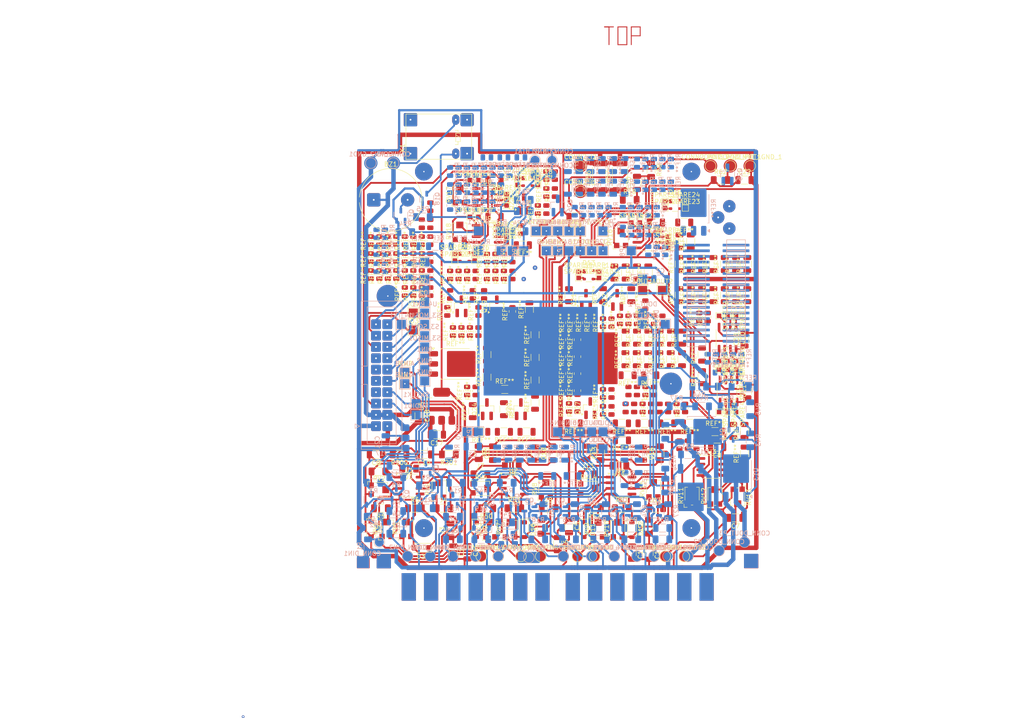
<source format=kicad_pcb>
(kicad_pcb (version 20241229) (generator "pcbnew") (generator_version "9.0")
  (layers (0 "F.Cu" signal) (2 "B.Cu" signal) (13 "F.Paste" user) (15 "B.Paste" user) (5 "F.SilkS" user "F.Silkscreen") (7 "B.SilkS" user "B.Silkscreen") (1 "F.Mask" user) (3 "B.Mask" user) (25 "Edge.Cuts" user))
  (net 0 "")
  (net 1 "Net-(AIN1-Pad1)")
  (net 2 "Net-(AIN2-Pad1)")
  (net 3 "Net-(CONN_AIN1-Pad1)")
  (net 4 "Net-(CONN_AIN2-Pad1)")
  (net 5 "Net-(CONN_DIN1-Pad1)")
  (net 6 "Net-(D1-K)")
  (net 7 "Net-(D2-K)")
  (net 8 "Net-(D3-K)")
  (net 9 "Net-(Q1-D)")
  (net 10 "3V")
  (net 11 "Net-(J1-Pad2)")
  (net 12 "Net-(J3-Pad2)")
  (net 13 "Net-(R5-Pad1)")
  (net 14 "Net-(R6-Pad1)")
  (net 15 "Net-(U1A--)")
  (net 16 "Net-(U1B--)")
  (net 17 "Net-(CONN_DIN2-Pad1)")
  (net 18 "Net-(D4-K)")
  (net 19 "Net-(Q2-D)")
  (net 20 "Net-(CONN_DIN3-Pad1)")
  (net 21 "Net-(D5-K)")
  (net 22 "Net-(Q3-D)")
  (net 23 "Net-(CONN_DIN4-Pad1)")
  (net 24 "Net-(D6-K)")
  (net 25 "Net-(Q4-D)")
  (net 26 "Net-(Q5-D)")
  (net 27 "Net-(Q5-G)")
  (net 28 "Net-(Q6-G)")
  (net 29 "Net-(R15-Pad2)")
  (net 30 "Net-(Q7-D)")
  (net 31 "Net-(Q7-G)")
  (net 32 "Net-(Q8-D)")
  (net 33 "Net-(Q8-G)")
  (net 34 "Net-(Q9-D)")
  (net 35 "Net-(Q9-G)")
  (net 36 "Net-(Q10-D)")
  (net 37 "Net-(Q10-G)")
  (net 38 "Net-(R25-Pad2)")
  (net 39 "Net-(R29-Pad2)")
  (net 40 "Net-(R33-Pad2)")
  (net 41 "Net-(R35-Pad2)")
  (net 42 "Net-(R21-Pad2)")
  (net 43 "Net-(Q12-G)")
  (net 44 "Net-(Q13-G)")
  (net 45 "Net-(R37-Pad1)")
  (net 46 "Net-(R42-Pad1)")
  (net 47 "Net-(R22-Pad2)")
  (net 48 "Net-(Q6-S)")
  (net 49 "Net-(Q12-S)")
  (net 50 "Net-(Q13-S)")
  (net 51 "Net-(Q14-G)")
  (net 52 "5V")
  (net 53 "Net-(CONN_DIN5-Pad1)")
  (net 54 "Net-(D7-K)")
  (net 55 "Net-(Q15-D)")
  (net 56 "Net-(CONN_DIN6-Pad1)")
  (net 57 "Net-(D8-K)")
  (net 58 "Net-(Q16-D)")
  (net 59 "A3V")
  (net 60 "AGND")
  (net 61 "Net-(AIN3-Pad1)")
  (net 62 "Net-(AIN4-Pad1)")
  (net 63 "Net-(CONN_AIN3-Pad1)")
  (net 64 "Net-(CONN_AIN4-Pad1)")
  (net 65 "Net-(D9-K)")
  (net 66 "Net-(D10-K)")
  (net 67 "Net-(J5-Pad2)")
  (net 68 "Net-(J6-Pad2)")
  (net 69 "Net-(R50-Pad1)")
  (net 70 "Net-(R51-Pad1)")
  (net 71 "Net-(U2A--)")
  (net 72 "Net-(U2B--)")
  (net 73 "Net-(U3A-+)")
  (net 74 "Net-(U3B-+)")
  (net 75 "AOUT_VDD1")
  (net 76 "Net-(CONN_AOUT1-Pad1)")
  (net 77 "Net-(CONN_AOUT2-Pad1)")
  (net 78 "Net-(U3A--)")
  (net 79 "Net-(U3B--)")
  (net 80 "Net-(RV12-Pad3)")
  (net 81 "Net-(J2-Pad2)")
  (net 82 "Net-(J4-Pad2)")
  (net 83 "Net-(J7-Pad2)")
  (net 84 "Net-(J10-Pad1)")
  (net 85 "Net-(AIN5-Pad1)")
  (net 86 "Net-(AIN6-Pad1)")
  (net 87 "Net-(CONN_AIN5-Pad1)")
  (net 88 "Net-(CONN_AIN6-Pad1)")
  (net 89 "Net-(D11-K)")
  (net 90 "Net-(D12-K)")
  (net 91 "Net-(J11-Pad2)")
  (net 92 "Net-(J12-Pad2)")
  (net 93 "Net-(J13-Pad2)")
  (net 94 "Net-(J14-Pad2)")
  (net 95 "Net-(R52-Pad1)")
  (net 96 "Net-(R53-Pad1)")
  (net 97 "Net-(U4A--)")
  (net 98 "Net-(U4B--)")
  (net 103 "Net-(J17-Pin_16)")
  (net 104 "Net-(J17-Pin_18)")
  (net 105 "Net-(J17-Pin_8)")
  (net 106 "Net-(J17-Pin_6)")
  (net 107 "Net-(Q17-G)")
  (net 108 "Net-(BZ1--)")
  (net 109 "Net-(J17-Pin_5)")
  (net 113 "Net-(Q18-D)")
  (net 114 "Net-(Q18-G)")
  (net 115 "Net-(CONN2_I1-Pad1)")
  (net 116 "Net-(+I1-Pad1)")
  (net 117 "Net-(-I2-Pad1)")
  (net 118 "Net-(BT1-Pad1)")
  (net 119 "Net-(BT2-Pad1)")
  (net 120 "Net-(C22-Pad1)")
  (net 121 "Net-(CONN2_POT1MID_1-Pad1)")
  (net 122 "GND")
  (net 123 "Net-(J17-Pin_14)")
  (net 124 "Net-(J17-Pin_12)")
  (net 125 "Net-(J17-Pin_10)")
  (net 126 "Net-(J17-Pin_19)")
  (net 127 "Net-(J17-Pin_20)")
  (net 128 "Net-(J17-Pin_17)")
  (net 129 "Net-(J17-Pin_15)")
  (net 130 "Net-(RV16-Pad1)")
  (net 131 "Net-(U7A--)")
  (net 132 "Net-(U7B-+)")
  (net 133 "Net-(U7A-+)")
  (net 134 "Net-(U7B--)")
  (net 135 "Net-(SPARE4-Pad1)")
  (net 136 "Net-(RV17-Pad1)")
  (net 137 "Net-(U8A--)")
  (net 138 "Net-(U8A-+)")
  (net 139 "Net-(U8B-+)")
  (net 140 "Net-(U8B--)")
  (net 141 "Net-(SPARE10-Pad1)")
  (net 142 "Net-(D13-K1)")
  (net 143 "Net-(D13-A2)")
  (net 144 "Net-(D13-K2)")
  (net 145 "Net-(D13-A1)")
  (net 146 "Net-(D14-K2)")
  (net 147 "Net-(D14-A1)")
  (net 148 "Net-(D14-K1)")
  (net 149 "Net-(D14-A2)")
  (net 153 "Net-(D15-K2)")
  (net 154 "Net-(D15-A2)")
  (net 155 "Net-(D15-A1)")
  (net 156 "Net-(D15-K1)")
  (net 157 "Net-(D16-A1)")
  (net 158 "Net-(D16-A2)")
  (net 159 "Net-(D16-K1)")
  (net 160 "Net-(D16-K2)")
  (net 176 "Net-(U9A--)")
  (net 177 "Net-(RV18-Pad1)")
  (net 178 "Net-(U9A-+)")
  (net 179 "Net-(U9B-+)")
  (net 180 "Net-(U9B--)")
  (net 181 "Net-(SPARE31-Pad1)")
  (net 194 "Net-(U10A-+)")
  (net 195 "Net-(U10B-+)")
  (net 196 "Net-(U10B--)")
  (net 197 "Net-(SPARE35-Pad1)")
  (net 198 "Net-(SPARE36-Pad1)")
  (net 199 "Net-(U10A--)")
  (net 200 "Net-(U11A-+)")
  (net 201 "Net-(U11A--)")
  (net 202 "Net-(U11B-+)")
  (net 203 "Net-(U11B--)")
  (net 204 "Net-(SPARE42-Pad1)")
  (net 205 "Net-(SPARE43-Pad1)")
  (footprint "Resistor_SMD:R_1206_3216Metric" (layer "F.Cu") (at 154.94 89.3425 90)
    (property "Reference" "REF**")
    (property "Value" "R_1206_3216Metric")
  )
  (footprint "TestPoint:TestPoint_Pad_1.0x1.0mm" (layer "F.Cu") (at 179.711822 96.52 -90)
    (property "Reference" "SPARE42")
    (property "Value" "TestPoint")
  )
  (footprint "Resistor_SMD:R_1206_3216Metric_Pad1.30x1.75mm_HandSolder" (layer "F.Cu") (at 155.855 58.42)
    (property "Reference" "R58")
    (property "Value" "R_Small")
  )
  (footprint "TestPoint:TestPoint_Pad_2.0x2.0mm" (layer "F.Cu") (at 163.195 78.74)
    (property "Reference" "AOUT2")
    (property "Value" "TestPoint")
  )
  (footprint "Resistor_SMD:R_0805_2012Metric" (layer "F.Cu") (at 103.505 75.2075 90)
    (property "Reference" "REF**")
    (property "Value" "R_0805_2012Metric")
  )
  (footprint "" (layer "F.Cu") (at 170.815 112.475)
    (property "Reference" "")
    (property "Value" "")
  )
  (footprint "Resistor_SMD:R_1206_3216Metric" (layer "F.Cu") (at 181.61 115.3775 90)
    (property "Reference" "REF**")
    (property "Value" "R_1206_3216Metric")
  )
  (footprint "Resistor_SMD:R_0805_2012Metric" (layer "F.Cu") (at 118.11 87.9875 90)
    (property "Reference" "REF**")
    (property "Value" "R_0805_2012Metric")
  )
  (footprint "TestPoint:TestPoint_Pad_1.0x1.0mm" (layer "F.Cu") (at 163.7665 60.2615)
    (property "Reference" "SPARE20")
    (property "Value" "TestPoint")
  )
  (footprint "Resistor_SMD:R_0805_2012Metric" (layer "F.Cu") (at 109.22 67.5875 90)
    (property "Reference" "REF**")
    (property "Value" "R_0805_2012Metric")
  )
  (footprint "" (layer "F.Cu") (at 164.465 106.045)
    (property "Reference" "")
    (property "Value" "")
  )
  (footprint "Potentiometer_SMD:Potentiometer_Bourns_TC33X_Vertical" (layer "F.Cu") (at 122.525 123.19)
    (property "Reference" "RV4")
    (property "Value" "R_Potentiometer")
  )
  (footprint "Resistor_SMD:R_1206_3216Metric" (layer "F.Cu") (at 169.545 67.7525 90)
    (property "Reference" "REF**")
    (property "Value" "R_1206_3216Metric")
  )
  (footprint "Resistor_SMD:R_1206_3216Metric" (layer "F.Cu") (at 179.705 72.8325 90)
    (property "Reference" "REF**")
    (property "Value" "R_1206_3216Metric")
  )
  (footprint "Package_TO_SOT_SMD:SOT-23_Handsoldering" (layer "F.Cu") (at 146.05 80.875 90)
    (property "Reference" "Q21")
    (property "Value" "2N7002K")
  )
  (footprint "Package_SO:SOIC-8_3.9x4.9mm_P1.27mm" (layer "F.Cu") (at 123.89 57.785)
    (property "Reference" "U8")
    (property "Value" "MCP602")
  )
  (footprint "TestPoint:TestPoint_Pad_2.0x2.0mm" (layer "F.Cu") (at 134.875 65.405)
    (property "Reference" "NRST1")
    (property "Value" "TestPoint")
  )
  (footprint "Potentiometer_SMD:Potentiometer_Bourns_TC33X_Vertical" (layer "F.Cu") (at 117.745 65.51 90)
    (property "Reference" "RV18")
    (property "Value" "R_Potentiometer")
  )
  (footprint "" (layer "F.Cu") (at 156.845 106.045)
    (property "Reference" "")
    (property "Value" "")
  )
  (footprint "" (layer "F.Cu") (at 168.91 112.475)
    (property "Reference" "")
    (property "Value" "")
  )
  (footprint "Resistor_SMD:R_0805_2012Metric" (layer "F.Cu") (at 120.015 87.9875 90)
    (property "Reference" "REF**")
    (property "Value" "R_0805_2012Metric")
  )
  (footprint "Resistor_SMD:R_1206_3216Metric" (layer "F.Cu") (at 134.62 88.7075 90)
    (property "Reference" "REF**")
    (property "Value" "R_1206_3216Metric")
  )
  (footprint "Resistor_SMD:R_0805_2012Metric" (layer "F.Cu") (at 111.125 79.0175 90)
    (property "Reference" "REF**")
    (property "Value" "R_0805_2012Metric")
  )
  (footprint "Resistor_SMD:R_0805_2012Metric" (layer "F.Cu") (at 144.145 105.0525 90)
    (property "Reference" "REF**")
    (property "Value" "R_0805_2012Metric")
  )
  (footprint "Resistor_SMD:R_1206_3216Metric" (layer "F.Cu") (at 123.825 93.1525 90)
    (property "Reference" "REF**")
    (property "Value" "R_1206_3216Metric")
  )
  (footprint "Potentiometer_SMD:Potentiometer_Bourns_TC33X_Vertical" (layer "F.Cu") (at 137.04 123.295 90)
    (property "Reference" "RV8")
    (property "Value" "R_Potentiometer")
  )
  (footprint "TestPoint:TestPoint_Pad_D2.0mm" (layer "F.Cu") (at 178.435 50.8)
    (property "Reference" "CONN2_POT1MID_1")
    (property "Value" "TestPoint")
  )
  (footprint "Resistor_SMD:R_0805_2012Metric" (layer "F.Cu") (at 137.16 52.9825 90)
    (property "Reference" "REF**")
    (property "Value" "R_0805_2012Metric")
  )
  (footprint "Resistor_SMD:R_0805_2012Metric" (layer "F.Cu") (at 105.41 71.3975 90)
    (property "Reference" "REF**")
    (property "Value" "R_0805_2012Metric")
  )
  (footprint "Resistor_SMD:R_0805_2012Metric" (layer "F.Cu") (at 142.24 89.8125 90)
    (property "Reference" "REF**")
    (property "Value" "R_0805_2012Metric")
  )
  (footprint "Resistor_SMD:R_1206_3216Metric" (layer "F.Cu") (at 182.245 72.8325 90)
    (property "Reference" "REF**")
    (property "Value" "R_1206_3216Metric")
  )
  (footprint "Resistor_SMD:R_0805_2012Metric" (layer "F.Cu") (at 131.445 65.1275 90)
    (property "Reference" "REF**")
    (property "Value" "R_0805_2012Metric")
  )
  (footprint "Resistor_SMD:R_1206_3216Metric" (layer "F.Cu") (at 172.085 79.8175 90)
    (property "Reference" "REF**")
    (property "Value" "R_1206_3216Metric")
  )
  (footprint "TestPoint:TestPoint_Pad_2.0x2.0mm" (layer "F.Cu") (at 137.16 65.405)
    (property "Reference" "AIN3")
    (property "Value" "TestPoint")
  )
  (footprint "Resistor_SMD:R_1206_3216Metric" (layer "F.Cu") (at 142.24 79.8175 90)
    (property "Reference" "REF**")
    (property "Value" "R_1206_3216Metric")
  )
  (footprint "Potentiometer_SMD:Potentiometer_Bourns_TC33X_Vertical" (layer "F.Cu") (at 105.755 132.185 90)
    (property "Reference" "RV5")
    (property "Value" "R_Potentiometer")
  )
  (footprint "TestPoint:TestPoint_Pad_1.0x1.0mm" (layer "F.Cu") (at 121.083348 70.539)
    (property "Reference" "SPARE26")
    (property "Value" "TestPoint")
  )
  (footprint "TestPoint:TestPoint_Pad_D2.0mm" (layer "F.Cu") (at 144.78 56.515)
    (property "Reference" "CONN2_I1")
    (property "Value" "TestPoint")
  )
  (footprint "Package_SO:SOIC-8_3.9x4.9mm_P1.27mm" (layer "F.Cu") (at 159.955 67.31)
    (property "Reference" "U7")
    (property "Value" "MCP602")
  )
  (footprint "Package_SO:SOIC-8_3.9x4.9mm_P1.27mm" (layer "F.Cu") (at 153.885 122.555)
    (property "Reference" "U4")
    (property "Value" "MCP602")
  )
  (footprint "" (layer "F.Cu") (at 164.465 104.22)
    (property "Reference" "")
    (property "Value" "")
  )
  (footprint "Capacitor_SMD:C_1206_3216Metric" (layer "F.Cu") (at 179.572004 129.800144 180)
    (property "Reference" "C7")
    (property "Value" "0.1")
  )
  (footprint "Resistor_SMD:R_0805_2012Metric" (layer "F.Cu") (at 107.315 67.5875 90)
    (property "Reference" "REF**")
    (property "Value" "R_0805_2012Metric")
  )
  (footprint "Capacitor_SMD:C_1206_3216Metric" (layer "F.Cu") (at 156.394438 137.614007 -90)
    (property "Reference" "C16")
    (property "Value" "100")
  )
  (footprint "TestPoint:TestPoint_Pad_1.0x1.0mm" (layer "F.Cu") (at 175.901822 106.045 -90)
    (property "Reference" "SPARE40")
    (property "Value" "TestPoint")
  )
  (footprint "Resistor_SMD:R_1206_3216Metric" (layer "F.Cu") (at 169.545 72.8325 90)
    (property "Reference" "REF**")
    (property "Value" "R_1206_3216Metric")
  )
  (footprint "Resistor_SMD:R_1206_3216Metric_Pad1.30x1.75mm_HandSolder" (layer "F.Cu") (at 147.825 127.635 180)
    (property "Reference" "R52")
    (property "Value" "R_Small")
  )
  (footprint "Resistor_SMD:R_0805_2012Metric" (layer "F.Cu") (at 161.29 101.3225 90)
    (property "Reference" "REF**")
    (property "Value" "R_0805_2012Metric")
  )
  (footprint "" (layer "F.Cu") (at 170.815 114.3)
    (property "Reference" "")
    (property "Value" "")
  )
  (footprint "Resistor_SMD:R_1206_3216Metric" (layer "F.Cu") (at 134.62 98.8675 90)
    (property "Reference" "REF**")
    (property "Value" "R_1206_3216Metric")
  )
  (footprint "Resistor_SMD:R_2512_6332Metric_Pad1.40x3.35mm_HandSolder" (layer "F.Cu") (at 149.225 53.215 90)
    (property "Reference" "R56")
    (property "Value" "1")
  )
  (footprint "Buzzer_Beeper:Indicator_PUI_AI-1440-TWT-24V-2-R" (layer "F.Cu") (at 98.435 58.42)
    (property "Reference" "BZ1")
    (property "Value" "Buzzer")
  )
  (footprint "" (layer "F.Cu") (at 170.815 73.66)
    (property "Reference" "")
    (property "Value" "")
  )
  (footprint "Resistor_SMD:R_1206_3216Metric_Pad1.30x1.75mm_HandSolder" (layer "F.Cu") (at 146.48 120.015)
    (property "Reference" "J13")
    (property "Value" "R_Small")
  )
  (footprint "Resistor_SMD:R_0805_2012Metric" (layer "F.Cu") (at 125.73 75.2875 90)
    (property "Reference" "REF**")
    (property "Value" "R_0805_2012Metric")
  )
  (footprint "TestPoint:TestPoint_Pad_1.0x1.0mm" (layer "F.Cu") (at 177.806822 96.52 -90)
    (property "Reference" "SPARE39")
    (property "Value" "TestPoint")
  )
  (footprint "Resistor_SMD:R_1206_3216Metric" (layer "F.Cu") (at 179.705 79.8175 90)
    (property "Reference" "REF**")
    (property "Value" "R_1206_3216Metric")
  )
  (footprint "Resistor_SMD:R_0805_2012Metric" (layer "F.Cu") (at 121.92 87.9875 90)
    (property "Reference" "REF**")
    (property "Value" "R_0805_2012Metric")
  )
  (footprint "Resistor_SMD:R_1206_3216Metric" (layer "F.Cu") (at 182.245 79.8175 90)
    (property "Reference" "REF**")
    (property "Value" "R_1206_3216Metric")
  )
  (footprint "" (layer "F.Cu") (at 159.385 100.41)
    (property "Reference" "")
    (property "Value" "")
  )
  (footprint "Resistor_SMD:R_1206_3216Metric_Pad1.30x1.75mm_HandSolder" (layer "F.Cu") (at 129.41 118.11 180)
    (property "Reference" "J5")
    (property "Value" "R_Small")
  )
  (footprint "Potentiometer_SMD:Potentiometer_Bourns_TC33X_Vertical" (layer "F.Cu") (at 129.055 132.26 90)
    (property "Reference" "RV7")
    (property "Value" "R_Potentiometer")
  )
  (footprint "Resistor_SMD:R_1206_3216Metric_Pad1.30x1.75mm_HandSolder" (layer "F.Cu") (at 104.215 115.57 180)
    (property "Reference" "R200")
    (property "Value" "R_Small")
  )
  (footprint "Resistor_SMD:R_1206_3216Metric" (layer "F.Cu") (at 172.085 72.8325 90)
    (property "Reference" "REF**")
    (property "Value" "R_1206_3216Metric")
  )
  (footprint "" (layer "F.Cu") (at 162.56 106.045)
    (property "Reference" "")
    (property "Value" "")
  )
  (footprint "Package_TO_SOT_SMD:SOT-23_Handsoldering" (layer "F.Cu") (at 126.045 82.32 90)
    (property "Reference" "Q19")
    (property "Value" "2N7002K")
  )
  (footprint "Resistor_SMD:R_1206_3216Metric" (layer "F.Cu") (at 157.424381 94.193598 90)
    (property "Reference" "REF**")
    (property "Value" "R_1206_3216Metric")
  )
  (footprint "Resistor_SMD:R_1206_3216Metric" (layer "F.Cu") (at 169.545 79.8175 90)
    (property "Reference" "REF**")
    (property "Value" "R_1206_3216Metric")
  )
  (footprint "Resistor_SMD:R_0805_2012Metric" (layer "F.Cu") (at 107.315 79.0175 90)
    (property "Reference" "REF**")
    (property "Value" "R_0805_2012Metric")
  )
  (footprint "Resistor_SMD:R_1206_3216Metric_Pad1.30x1.75mm_HandSolder" (layer "F.Cu") (at 162.635 115.29 90)
    (property "Reference" "J16")
    (property "Value" "R_Small")
  )
  (footprint "Resistor_SMD:R_0805_2012Metric" (layer "F.Cu") (at 103.505 67.5875 90)
    (property "Reference" "REF**")
    (property "Value" "R_0805_2012Metric")
  )
  (footprint "Resistor_SMD:R_1206_3216Metric" (layer "F.Cu") (at 162.56 89.3425 90)
    (property "Reference" "REF**")
    (property "Value" "R_1206_3216Metric")
  )
  (footprint "" (layer "F.Cu") (at 166.37 106.045)
    (property "Reference" "")
    (property "Value" "")
  )
  (footprint "Resistor_SMD:R_1206_3216Metric" (layer "F.Cu") (at 177.165 79.8175 90)
    (property "Reference" "REF**")
    (property "Value" "R_1206_3216Metric")
  )
  (footprint "Resistor_SMD:R_1206_3216Metric_Pad1.30x1.75mm_HandSolder" (layer "F.Cu") (at 129.97 127.635)
    (property "Reference" "R51")
    (property "Value" "R_Small")
  )
  (footprint "Resistor_SMD:R_0805_2012Metric" (layer "F.Cu") (at 137.16 60.6025 90)
    (property "Reference" "REF**")
    (property "Value" "R_0805_2012Metric")
  )
  (footprint "Resistor_SMD:R_0805_2012Metric" (layer "F.Cu") (at 123.19 79.6525 90)
    (property "Reference" "REF**")
    (property "Value" "R_0805_2012Metric")
  )
  (footprint "Capacitor_SMD:C_1206_3216Metric" (layer "F.Cu") (at 139.7 135.685 -90)
    (property "Reference" "C6")
    (property "Value" "100")
  )
  (footprint "Resistor_SMD:R_0805_2012Metric" (layer "F.Cu") (at 120.65 79.6525 90)
    (property "Reference" "REF**")
    (property "Value" "R_0805_2012Metric")
  )
  (footprint "Resistor_SMD:R_1206_3216Metric" (layer "F.Cu") (at 159.964381 94.193598 90)
    (property "Reference" "REF**")
    (property "Value" "R_1206_3216Metric")
  )
  (footprint "TestPoint:TestPoint_Pad_1.0x1.0mm" (layer "F.Cu") (at 175.895 84.455 -90)
    (property "Reference" "SPARE32")
    (property "Value" "TestPoint")
  )
  (footprint "Resistor_SMD:R_1206_3216Metric" (layer "F.Cu") (at 165.044381 94.193598 90)
    (property "Reference" "REF**")
    (property "Value" "R_1206_3216Metric")
  )
  (footprint "Resistor_SMD:R_0805_2012Metric" (layer "F.Cu") (at 142.24 101.2425 90)
    (property "Reference" "REF**")
    (property "Value" "R_0805_2012Metric")
  )
  (footprint "TestPoint:TestPoint_Pad_1.0x1.0mm" (layer "F.Cu") (at 148.971 75.946)
    (property "Reference" "SPARE13")
    (property "Value" "TestPoint")
  )
  (footprint "Resistor_SMD:R_0805_2012Metric" (layer "F.Cu") (at 117.475 75.2875 90)
    (property "Reference" "REF**")
    (property "Value" "R_0805_2012Metric")
  )
  (footprint "" (layer "F.Cu") (at 109.22 62.865)
    (property "Reference" "")
    (property "Value" "")
  )
  (footprint "TestPoint:TestPoint_Pad_1.0x1.0mm" (layer "F.Cu") (at 130.681 55.064)
    (property "Reference" "SPARE16")
    (property "Value" "TestPoint")
  )
  (footprint "TestPoint:TestPoint_Pad_1.0x1.0mm" (layer "F.Cu") (at 121.92 62.23)
    (property "Reference" "SPARE27")
    (property "Value" "TestPoint")
  )
  (footprint "Resistor_SMD:R_0805_2012Metric" (layer "F.Cu") (at 111.125 71.3975 90)
    (property "Reference" "REF**")
    (property "Value" "R_0805_2012Metric")
  )
  (footprint "Capacitor_SMD:C_1206_3216Metric" (layer "F.Cu") (at 125.525 62.23 180)
    (property "Reference" "C37")
    (property "Value" "0.1")
  )
  (footprint "TestPoint:TestPoint_Pad_D2.0mm" (layer "F.Cu") (at 135.89 138.43)
    (property "Reference" "CONN_AIN4")
    (property "Value" "TestPoint")
  )
  (footprint "Potentiometer_SMD:Potentiometer_Bourns_TC33X_Vertical" (layer "F.Cu") (at 146.655 123.19)
    (property "Reference" "RV14")
    (property "Value" "R_Potentiometer")
  )
  (footprint "" (layer "F.Cu") (at 127 54.9675)
    (property "Reference" "")
    (property "Value" "")
  )
  (footprint "TestPoint:TestPoint_Pad_1.0x1.0mm" (layer "F.Cu") (at 121.92 53.975)
    (property "Reference" "SPARE6")
    (property "Value" "TestPoint")
  )
  (footprint "Resistor_SMD:R_1206_3216Metric" (layer "F.Cu") (at 154.1125 112.395 180)
    (property "Reference" "REF**")
    (property "Value" "R_1206_3216Metric")
  )
  (footprint "Resistor_SMD:R_0805_2012Metric" (layer "F.Cu") (at 116.205 87.9875 90)
    (property "Reference" "REF**")
    (property "Value" "R_0805_2012Metric")
  )
  (footprint "TestPoint:TestPoint_Pad_2.0x2.0mm" (layer "F.Cu") (at 105.41 99.695)
    (property "Reference" "AIN1")
    (property "Value" "TestPoint")
  )
  (footprint "TestPoint:TestPoint_Pad_2.0x2.0mm" (layer "F.Cu") (at 147.32 69.85)
    (property "Reference" "+I1")
    (property "Value" "TestPoint")
  )
  (footprint "TestPoint:TestPoint_Pad_D2.0mm" (layer "F.Cu") (at 147.955 138.43)
    (property "Reference" "CONN_AIN6")
    (property "Value" "TestPoint")
  )
  (footprint "Capacitor_SMD:C_1206_3216Metric" (layer "F.Cu") (at 109.725 115.57 180)
    (property "Reference" "C10")
    (property "Value" "0.1")
  )
  (footprint "Resistor_SMD:R_0805_2012Metric" (layer "F.Cu") (at 144.145 93.6225 90)
    (property "Reference" "REF**")
    (property "Value" "R_0805_2012Metric")
  )
  (footprint "" (layer "F.Cu") (at 111.125 62.865)
    (property "Reference" "")
    (property "Value" "")
  )
  (footprint "Resistor_SMD:R_0805_2012Metric" (layer "F.Cu") (at 129.54 75.2875 90)
    (property "Reference" "REF**")
    (property "Value" "R_0805_2012Metric")
  )
  (footprint "Resistor_SMD:R_0805_2012Metric" (layer "F.Cu") (at 142.24 97.4325 90)
    (property "Reference" "REF**")
    (property "Value" "R_0805_2012Metric")
  )
  (footprint "Diode_SMD:D_SOD-123" (layer "F.Cu") (at 121.435 132.46 -90)
    (property "Reference" "D9")
    (property "Value" "D_Zener")
  )
  (footprint "Resistor_SMD:R_0805_2012Metric" (layer "F.Cu") (at 144.145 89.8125 90)
    (property "Reference" "REF**")
    (property "Value" "R_0805_2012Metric")
  )
  (footprint "Resistor_SMD:R_0805_2012Metric" (layer "F.Cu") (at 121.285 75.2875 90)
    (property "Reference" "REF**")
    (property "Value" "R_0805_2012Metric")
  )
  (footprint "Resistor_SMD:R_1206_3216Metric" (layer "F.Cu") (at 127.8275 100.965)
    (property "Reference" "REF**")
    (property "Value" "R_1206_3216Metric")
  )
  (footprint "TestPoint:TestPoint_Pad_1.0x1.0mm" (layer "F.Cu") (at 128.27 58.42)
    (property "Reference" "SPARE8")
    (property "Value" "TestPoint")
  )
  (footprint "Potentiometer_SMD:Potentiometer_Bourns_TC33X_Vertical" (layer "F.Cu") (at 153.185 132.26 90)
    (property "Reference" "RV10")
    (property "Value" "R_Potentiometer")
  )
  (footprint "Resistor_SMD:R_1206_3216Metric" (layer "F.Cu") (at 172.085 93.1525 90)
    (property "Reference" "REF**")
    (property "Value" "R_1206_3216Metric")
  )
  (footprint "Resistor_SMD:R_1206_3216Metric" (layer "F.Cu") (at 134.62 103.9475 90)
    (property "Reference" "REF**")
    (property "Value" "R_1206_3216Metric")
  )
  (footprint "TestPoint:TestPoint_Pad_1.0x1.0mm" (layer "F.Cu") (at 175.895 94.615 -90)
    (property "Reference" "SPARE33")
    (property "Value" "TestPoint")
  )
  (footprint "" (layer "F.Cu") (at 170.815 72.39)
    (property "Reference" "")
    (property "Value" "")
  )
  (footprint "TestPoint:TestPoint_Pad_1.0x1.0mm" (layer "F.Cu") (at 135.253 55.064)
    (property "Reference" "SPARE17")
    (property "Value" "TestPoint")
  )
  (footprint "TestPoint:TestPoint_Pad_D2.0mm" (layer "F.Cu") (at 182.88 50.8)
    (property "Reference" "CONN2_POT1GND_1")
    (property "Value" "TestPoint")
  )
  (footprint "" (layer "F.Cu") (at 109.22 64.69)
    (property "Reference" "")
    (property "Value" "")
  )
  (footprint "Capacitor_SMD:C_1206_3216Metric" (layer "F.Cu") (at 175.465 113.925144 180)
    (property "Reference" "C8")
    (property "Value" "100")
  )
  (footprint "Resistor_SMD:R_1206_3216Metric" (layer "F.Cu") (at 181.61 110.2975 90)
    (property "Reference" "REF**")
    (property "Value" "R_1206_3216Metric")
  )
  (footprint "TestPoint:TestPoint_Pad_1.0x1.0mm" (layer "F.Cu") (at 156.21 63.5)
    (property "Reference" "SPARE5")
    (property "Value" "TestPoint")
  )
  (footprint "TestPoint:TestPoint_Pad_2.0x2.0mm" (layer "F.Cu") (at 144.78 69.85)
    (property "Reference" "VDDA1")
    (property "Value" "TestPoint")
  )
  (footprint "Resistor_SMD:R_0805_2012Metric" (layer "F.Cu") (at 123.825 75.2875 90)
    (property "Reference" "REF**")
    (property "Value" "R_0805_2012Metric")
  )
  (footprint "" (layer "F.Cu") (at 168.91 114.3)
    (property "Reference" "")
    (property "Value" "")
  )
  (footprint "Resistor_SMD:R_0805_2012Metric" (layer "F.Cu") (at 97.79 75.2075 90)
    (property "Reference" "REF**")
    (property "Value" "R_0805_2012Metric")
  )
  (footprint "Package_TO_SOT_SMD:SOT-223-3_TabPin2" (layer "F.Cu") (at 113.665 104.75 90)
    (property "Reference" "U5")
    (property "Value" "NCP1117-3.3_SOT223")
  )
  (footprint "" (layer "F.Cu") (at 155.575 100.41)
    (property "Reference" "")
    (property "Value" "")
  )
  (footprint "TestPoint:TestPoint_Pad_1.0x1.0mm" (layer "F.Cu") (at 163.7665 58.7375)
    (property "Reference" "SPARE19")
    (property "Value" "TestPoint")
  )
  (footprint "Resistor_SMD:R_0805_2012Metric" (layer "F.Cu") (at 114.935 83.4625 90)
    (property "Reference" "REF**")
    (property "Value" "R_0805_2012Metric")
  )
  (footprint "Resistor_SMD:R_1206_3216Metric" (layer "F.Cu") (at 167.005 72.8325 90)
    (property "Reference" "REF**")
    (property "Value" "R_1206_3216Metric")
  )
  (footprint "TestPoint:TestPoint_Pad_1.0x1.0mm" (layer "F.Cu") (at 158.115 63.5)
    (property "Reference" "SPARE2")
    (property "Value" "TestPoint")
  )
  (footprint "TestPoint:TestPoint_Pad_1.0x1.0mm" (layer "F.Cu") (at 116.638348 70.539)
    (property "Reference" "SPARE21")
    (property "Value" "TestPoint")
  )
  (footprint "TestPoint:TestPoint_Pad_1.0x1.0mm" (layer "F.Cu") (at 120.015 62.23)
    (property "Reference" "SPARE30")
    (property "Value" "TestPoint")
  )
  (footprint "" (layer "F.Cu") (at 111.125 59.055)
    (property "Reference" "")
    (property "Value" "")
  )
  (footprint "TestPoint:TestPoint_Pad_1.0x1.0mm" (layer "F.Cu") (at 179.711822 106.045 -90)
    (property "Reference" "SPARE43")
    (property "Value" "TestPoint")
  )
  (footprint "Diode_SMD:D_SOD-123" (layer "F.Cu") (at 109.04 136.525 180)
    (property "Reference" "D3")
    (property "Value" "D_Zener")
  )
  (footprint "Resistor_SMD:R_0805_2012Metric" (layer "F.Cu") (at 123.825 71.4775 90)
    (property "Reference" "REF**")
    (property "Value" "R_0805_2012Metric")
  )
  (footprint "" (layer "F.Cu") (at 125.095 54.9675)
    (property "Reference" "")
    (property "Value" "")
  )
  (footprint "" (layer "F.Cu") (at 111.125 64.69)
    (property "Reference" "")
    (property "Value" "")
  )
  (footprint "TestPoint:TestPoint_Pad_2.0x2.0mm" (layer "F.Cu") (at 149.86 69.85)
    (property "Reference" "-I2")
    (property "Value" "TestPoint")
  )
  (footprint "Resistor_SMD:R_2512_6332Metric_Pad1.40x3.35mm_HandSolder" (layer "F.Cu") (at 153.67 53.215 90)
    (property "Reference" "R57")
    (property "Value" "1")
  )
  (footprint "Resistor_SMD:R_1206_3216Metric" (layer "F.Cu") (at 167.005 67.7525 90)
    (property "Reference" "REF**")
    (property "Value" "R_1206_3216Metric")
  )
  (footprint "TestPoint:TestPoint_Pad_1.0x1.0mm" (layer "F.Cu") (at 128.27 65.405)
    (property "Reference" "SPARE31")
    (property "Value" "TestPoint")
  )
  (footprint "Resistor_SMD:R_0805_2012Metric" (layer "F.Cu") (at 121.285 101.3225 90)
    (property "Reference" "REF**")
    (property "Value" "R_0805_2012Metric")
  )
  (footprint "TestPoint:TestPoint_Pad_1.0x1.0mm" (layer "F.Cu") (at 144.399 74.549)
    (property "Reference" "SPARE11")
    (property "Value" "TestPoint")
  )
  (footprint "TestPoint:TestPoint_Pad_1.0x1.0mm" (layer "F.Cu") (at 128.27 57.15)
    (property "Reference" "SPARE10")
    (property "Value" "TestPoint")
  )
  (footprint "Resistor_SMD:R_1206_3216Metric" (layer "F.Cu") (at 154.1125 108.585 180)
    (property "Reference" "REF**")
    (property "Value" "R_1206_3216Metric")
  )
  (footprint "Resistor_SMD:R_1206_3216Metric" (layer "F.Cu") (at 152.4 74.7375 90)
    (property "Reference" "REF**")
    (property "Value" "R_1206_3216Metric")
  )
  (footprint "TestPoint:TestPoint_Pad_1.0x1.0mm" (layer "F.Cu") (at 175.901822 96.52 -90)
    (property "Reference" "SPARE38")
    (property "Value" "TestPoint")
  )
  (footprint "Resistor_SMD:R_0805_2012Metric" (layer "F.Cu") (at 163.195 85.3675 90)
    (property "Reference" "REF**")
    (property "Value" "R_0805_2012Metric")
  )
  (footprint "Resistor_SMD:R_1206_3216Metric" (layer "F.Cu") (at 120.65 105.8525 90)
    (property "Reference" "REF**")
    (property "Value" "R_1206_3216Metric")
  )
  (footprint "Resistor_SMD:R_1206_3216Metric" (layer "F.Cu") (at 133.35 82.9925 90)
    (property "Reference" "REF**")
    (property "Value" "R_1206_3216Metric")
  )
  (footprint "Potentiometer_SMD:Potentiometer_Bourns_TC33X_Vertical" (layer "F.Cu") (at 180.077004 125.175144 -90)
    (property "Reference" "RV13")
    (property "Value" "R_Potentiometer")
  )
  (footprint "TestPoint:TestPoint_Pad_2.0x2.0mm" (layer "F.Cu") (at 139.7 65.405)
    (property "Reference" "AIN6")
    (property "Value" "TestPoint")
  )
  (footprint "Resistor_SMD:R_0805_2012Metric" (layer "F.Cu") (at 101.6 71.3975 90)
    (property "Reference" "REF**")
    (property "Value" "R_0805_2012Metric")
  )
  (footprint "Package_TO_SOT_SMD:SOT-143" (layer "F.Cu") (at 166.0365 59.4385)
    (property "Reference" "D15")
    (property "Value" "LED_Dual_AAKK")
  )
  (footprint "Resistor_SMD:R_1206_3216Metric_Pad1.30x1.75mm_HandSolder" (layer "F.Cu") (at 138.505 115.29 90)
    (property "Reference" "J10")
    (property "Value" "R_Small")
  )
  (footprint "TestPoint:TestPoint_Pad_1.0x1.0mm" (layer "F.Cu") (at 164.465 66.675)
    (property "Reference" "SPARE4")
    (property "Value" "TestPoint")
  )
  (footprint "Capacitor_SMD:C_1206_3216Metric" (layer "F.Cu") (at 158.825 115.365 -90)
    (property "Reference" "C14")
    (property "Value" "0.1")
  )
  (footprint "Resistor_SMD:R_1206_3216Metric_Pad1.30x1.75mm_HandSolder" (layer "F.Cu") (at 174.98 110.4392)
    (property "Reference" "REF**")
    (property "Value" "R_1206_3216Metric_Pad1.30x1.75mm_HandSolder")
  )
  (footprint "Resistor_SMD:R_1206_3216Metric_Pad1.30x1.75mm_HandSolder" (layer "F.Cu") (at 161.795 127.635)
    (property "Reference" "J14")
    (property "Value" "R_Small")
  )
  (footprint "Potentiometer_SMD:Potentiometer_Bourns_TC33X_Vertical" (layer "F.Cu") (at 169.842004 124.825144 90)
    (property "Reference" "RV11")
    (property "Value" "R_Potentiometer")
  )
  (footprint "Resistor_SMD:R_0805_2012Metric" (layer "F.Cu") (at 125.73 71.4775 90)
    (property "Reference" "REF**")
    (property "Value" "R_0805_2012Metric")
  )
  (footprint "" (layer "F.Cu") (at 167.005 114.3)
    (property "Reference" "")
    (property "Value" "")
  )
  (footprint "Resistor_SMD:R_0805_2012Metric" (layer "F.Cu") (at 142.24 93.6225 90)
    (property "Reference" "REF**")
    (property "Value" "R_0805_2012Metric")
  )
  (footprint "Resistor_SMD:R_1206_3216Metric" (layer "F.Cu") (at 127.635 110.49 180)
    (property "Reference" "REF**")
    (property "Value" "R_1206_3216Metric")
  )
  (footprint "TestPoint:TestPoint_Pad_D2.0mm" (layer "F.Cu") (at 163.83 138.43)
    (property "Reference" "CONN_AOUT1")
    (property "Value" "TestPoint")
  )
  (footprint "Resistor_SMD:R_0805_2012Metric" (layer "F.Cu") (at 101.6 67.5875 90)
    (property "Reference" "REF**")
    (property "Value" "R_0805_2012Metric")
  )
  (footprint "Resistor_SMD:R_0805_2012Metric" (layer "F.Cu") (at 161.29 85.3675 90)
    (property "Reference" "REF**")
    (property "Value" "R_0805_2012Metric")
  )
  (footprint "TestPoint:TestPoint_Pad_2.0x2.0mm" (layer "F.Cu") (at 142.24 65.405)
    (property "Reference" "VSSA1")
    (property "Value" "TestPoint")
  )
  (footprint "Resistor_SMD:R_1206_3216Metric_Pad1.30x1.75mm_HandSolder" (layer "F.Cu") (at 107.67 127.635)
    (property "Reference" "R6")
    (property "Value" "R_Small")
  )
  (footprint "Package_SO:SOIC-8_3.9x4.9mm_P1.27mm" (layer "F.Cu") (at 174.297004 118.370144)
    (property "Reference" "U3")
    (property "Value" "MCP602")
  )
  (footprint "Resistor_SMD:R_0805_2012Metric" (layer "F.Cu") (at 119.38 101.3225 90)
    (property "Reference" "REF**")
    (property "Value" "R_0805_2012Metric")
  )
  (footprint "Resistor_SMD:R_0805_2012Metric" (layer "F.Cu") (at 115.57 75.2875 90)
    (property "Reference" "REF**")
    (property "Value" "R_0805_2012Metric")
  )
  (footprint "" (layer "F.Cu") (at 157.48 100.41)
    (property "Reference" "")
    (property "Value" "")
  )
  (footprint "" (layer "F.Cu") (at 154.94 104.22)
    (property "Reference" "")
    (property "Value" "")
  )
  (footprint "Resistor_SMD:R_1206_3216Metric_Pad1.30x1.75mm_HandSolder" (layer "F.Cu") (at 154.1 127.635)
    (property "Reference" "R53")
    (property "Value" "R_Small")
  )
  (footprint "Package_TO_SOT_SMD:SOT-23_Handsoldering" (layer "F.Cu") (at 131.445 105.41 90)
    (property "Reference" "Q20")
    (property "Value" "2N7002K")
  )
  (footprint "Resistor_SMD:R_0805_2012Metric" (layer "F.Cu") (at 139.065 56.7925 90)
    (property "Reference" "REF**")
    (property "Value" "R_0805_2012Metric")
  )
  (footprint "" (layer "F.Cu") (at 158.75 104.22)
    (property "Reference" "")
    (property "Value" "")
  )
  (footprint "Resistor_SMD:R_1206_3216Metric_Pad1.30x1.75mm_HandSolder" (layer "F.Cu") (at 153.54 118.11 180)
    (property "Reference" "J11")
    (property "Value" "R_Small")
  )
  (footprint "Resistor_SMD:R_1206_3216Metric" (layer "F.Cu") (at 172.085 98.2325 90)
    (property "Reference" "REF**")
    (property "Value" "R_1206_3216Metric")
  )
  (footprint "TestPoint:TestPoint_Pad_1.0x1.0mm" (layer "F.Cu") (at 135.253 53.54)
    (property "Reference" "SPARE18")
    (property "Value" "TestPoint")
  )
  (footprint "" (layer "F.Cu") (at 166.37 104.22)
    (property "Reference" "")
    (property "Value" "")
  )
  (footprint "Resistor_SMD:R_1206_3216Metric" (layer "F.Cu") (at 167.64 89.3425 90)
    (property "Reference" "REF**")
    (property "Value" "R_1206_3216Metric")
  )
  (footprint "Resistor_SMD:R_0805_2012Metric" (layer "F.Cu") (at 149.86 105.6875 90)
    (property "Reference" "REF**")
    (property "Value" "R_0805_2012Metric")
  )
  (footprint "Resistor_SMD:R_0805_2012Metric" (layer "F.Cu") (at 107.315 71.3975 90)
    (property "Reference" "REF**")
    (property "Value" "R_0805_2012Metric")
  )
  (footprint "TestPoint:TestPoint_Pad_2.0x2.0mm" (layer "F.Cu") (at 139.7 69.85)
    (property "Reference" "AIN5")
    (property "Value" "TestPoint")
  )
  (footprint "Diode_SMD:D_SOD-123" (layer "F.Cu") (at 156.36 132.46 -90)
    (property "Reference" "D12")
    (property "Value" "D_Zener")
  )
  (footprint "Resistor_SMD:R_0805_2012Metric" (layer "F.Cu") (at 107.315 75.2075 90)
    (property "Reference" "REF**")
    (property "Value" "R_0805_2012Metric")
  )
  (footprint "" (layer "F.Cu") (at 127 56.7925)
    (property "Reference" "")
    (property "Value" "")
  )
  (footprint "TestPoint:TestPoint_Pad_D2.0mm" (layer "F.Cu") (at 144.145 138.43)
    (property "Reference" "CONN_AIN5")
    (property "Value" "TestPoint")
  )
  (footprint "TestPoint:TestPoint_Pad_D2.0mm" (layer "F.Cu") (at 144.78 50.8)
    (property "Reference" "CONN2_I2")
    (property "Value" "TestPoint")
  )
  (footprint "TestPoint:TestPoint_Pad_1.0x1.0mm" (layer "F.Cu") (at 164.465 67.945)
    (property "Reference" "SPARE3")
    (property "Value" "TestPoint")
  )
  (footprint "Resistor_SMD:R_0805_2012Metric" (layer "F.Cu") (at 97.79 71.3975 90)
    (property "Reference" "REF**")
    (property "Value" "R_0805_2012Metric")
  )
  (footprint "TestPoint:TestPoint_Pad_1.0x1.0mm" (layer "F.Cu") (at 144.399 75.946)
    (property "Reference" "SPARE12")
    (property "Value" "TestPoint")
  )
  (footprint "Resistor_SMD:R_0805_2012Metric" (layer "F.Cu") (at 144.145 101.2425 90)
    (property "Reference" "REF**")
    (property "Value" "R_0805_2012Metric")
  )
  (footprint "Capacitor_SMD:C_1206_3216Metric" (layer "F.Cu") (at 116.28 137.535 -90)
    (property "Reference" "C1")
    (property "Value" "0.1")
  )
  (footprint "Resistor_SMD:R_1206_3216Metric" (layer "F.Cu") (at 127.635 105.41 -90)
    (property "Reference" "REF**")
    (property "Value" "R_1206_3216Metric")
  )
  (footprint "Resistor_SMD:R_0805_2012Metric" (layer "F.Cu") (at 135.255 60.6025 90)
    (property "Reference" "REF**")
    (property "Value" "R_0805_2012Metric")
  )
  (footprint "Resistor_SMD:R_0805_2012Metric" (layer "F.Cu") (at 144.145 97.4325 90)
    (property "Reference" "REF**")
    (property "Value" "R_0805_2012Metric")
  )
  (footprint "" (layer "F.Cu") (at 170.815 68.58)
    (property "Reference" "")
    (property "Value" "")
  )
  (footprint "TestPoint:TestPoint_Pad_2.0x2.0mm" (layer "F.Cu") (at 144.78 65.405)
    (property "Reference" "VREF1")
    (property "Value" "TestPoint")
  )
  (footprint "Resistor_SMD:R_1206_3216Metric" (layer "F.Cu") (at 154.94 74.7375 90)
    (property "Reference" "REF**")
    (property "Value" "R_1206_3216Metric")
  )
  (footprint "" (layer "F.Cu") (at 170.815 71.12)
    (property "Reference" "")
    (property "Value" "")
  )
  (footprint "Resistor_SMD:R_1206_3216Metric" (layer "F.Cu") (at 162.504381 94.193598 90)
    (property "Reference" "REF**")
    (property "Value" "R_1206_3216Metric")
  )
  (footprint "TestPoint:TestPoint_Pad_2.0x2.0mm" (layer "F.Cu") (at 107.315 87.63)
    (property "Reference" "IO3")
    (property "Value" "TestPoint")
  )
  (footprint "TestPoint:TestPoint_Pad_1.0x1.0mm" (layer "F.Cu") (at 121.083348 72.063)
    (property "Reference" "SPARE25")
    (property "Value" "TestPoint")
  )
  (footprint "Resistor_SMD:R_1206_3216Metric" (layer "F.Cu") (at 149.86 79.8175 90)
    (property "Reference" "REF**")
    (property "Value" "R_1206_3216Metric")
  )
  (footprint "Resistor_SMD:R_0805_2012Metric" (layer "F.Cu") (at 173.355 84.7325 90)
    (property "Reference" "REF**")
    (property "Value" "R_0805_2012Metric")
  )
  (footprint "Potentiometer_SMD:Potentiometer_Bourns_TC33X_Vertical" (layer "F.Cu") (at 174.997004 124.900144 90)
    (property "Reference" "RV12")
    (property "Value" "R_Potentiometer")
  )
  (footprint "Resistor_SMD:R_0805_2012Metric" (layer "F.Cu") (at 111.125 75.2075 90)
    (property "Reference" "REF**")
    (property "Value" "R_0805_2012Metric")
  )
  (footprint "Resistor_SMD:R_0805_2012Metric" (layer "F.Cu") (at 139.065 52.9825 90)
    (property "Reference" "REF**")
    (property "Value" "R_0805_2012Metric")
  )
  (footprint "Resistor_SMD:R_0805_2012Metric" (layer "F.Cu") (at 103.505 71.3975 90)
    (property "Reference" "REF**")
    (property "Value" "R_0805_2012Metric")
  )
  (footprint "" (layer "F.Cu") (at 162.56 104.22)
    (property "Reference" "")
    (property "Value" "")
  )
  (footprint "Resistor_SMD:R_1206_3216Metric" (layer "F.Cu") (at 168.0825 63.5 180)
    (property "Reference" "REF**")
    (property "Value" "R_1206_3216Metric")
  )
  (footprint "Resistor_SMD:R_0805_2012Metric" (layer "F.Cu") (at 127.635 75.2875 90)
    (property "Reference" "REF**")
    (property "Value" "R_0805_2012Metric")
  )
  (footprint "TestPoint:TestPoint_Pad_2.0x2.0mm" (layer "F.Cu") (at 105.41 97.155)
    (property "Reference" "AIN2")
    (property "Value" "TestPoint")
  )
  (footprint "Resistor_SMD:R_0805_2012Metric" (layer "F.Cu") (at 153.67 85.3675 90)
    (property "Reference" "REF**")
    (property "Value" "R_0805_2012Metric")
  )
  (footprint "Diode_SMD:D_SOD-123" (layer "F.Cu") (at 97.865 132.335 -90)
    (property "Reference" "D2")
    (property "Value" "D_Zener")
  )
  (footprint "Potentiometer_SMD:Potentiometer_Bourns_TC33X_Vertical" (layer "F.Cu") (at 148.74 132.26 90)
    (property "Reference" "RV9")
    (property "Value" "R_Potentiometer")
  )
  (footprint "Resistor_SMD:R_0805_2012Metric" (layer "F.Cu") (at 109.22 71.3975 90)
    (property "Reference" "REF**")
    (property "Value" "R_0805_2012Metric")
  )
  (footprint "Resistor_SMD:R_0805_2012Metric" (layer "F.Cu") (at 115.57 79.6525 90)
    (property "Reference" "REF**")
    (property "Value" "R_0805_2012Metric")
  )
  (footprint "Relay_THT:Relay_SPDT_HJR-4102" (layer "F.Cu") (at 106.68 48.049337 90)
    (property "Reference" "K1")
    (property "Value" "TIANBO-HJR-4102-L")
  )
  (footprint "TestPoint:TestPoint_Pad_D2.0mm" (layer "F.Cu") (at 126.365 138.43)
    (property "Reference" "CONN_AIN2")
    (property "Value" "TestPoint")
  )
  (footprint "Resistor_SMD:R_1206_3216Metric_Pad1.30x1.75mm_HandSolder" (layer "F.Cu") (at 99.49 119.38)
    (property "Reference" "J2")
    (property "Value" "R_Small")
  )
  (footprint "Resistor_SMD:R_1206_3216Metric_Pad1.30x1.75mm_HandSolder" (layer "F.Cu") (at 115.645 132.605 90)
    (property "Reference" "J3")
    (property "Value" "R_Small")
  )
  (footprint "Resistor_SMD:R_0805_2012Metric" (layer "F.Cu") (at 101.6 75.2075 90)
    (property "Reference" "REF**")
    (property "Value" "R_0805_2012Metric")
  )
  (footprint "Package_TO_SOT_SMD:SOT-23_Handsoldering" (layer "F.Cu") (at 123.825 105.41 90)
    (property "Reference" "Q24")
    (property "Value" "2N7002K")
  )
  (footprint "" (layer "F.Cu") (at 170.815 74.93)
    (property "Reference" "")
    (property "Value" "")
  )
  (footprint "Capacitor_SMD:C_1206_3216Metric" (layer "F.Cu") (at 112.6 111.125 180)
    (property "Reference" "C17")
    (property "Value" "100")
  )
  (footprint "Potentiometer_SMD:Potentiometer_Bourns_TC33X_Vertical" (layer "F.Cu") (at 101.31 132.185 90)
    (property "Reference" "RV1")
    (property "Value" "R_Potentiometer")
  )
  (footprint "Resistor_SMD:R_1206_3216Metric_Pad1.30x1.75mm_HandSolder" (layer "F.Cu") (at 115.29 115.57 180)
    (property "Reference" "R201")
    (property "Value" "R_Small")
  )
  (footprint "Resistor_SMD:R_1206_3216Metric" (layer "F.Cu") (at 132.715 110.49 180)
    (property "Reference" "REF**")
    (property "Value" "R_1206_3216Metric")
  )
  (footprint "Diode_SMD:D_SOD-123" (layer "F.Cu") (at 132.23 132.46 -90)
    (property "Reference" "D10")
    (property "Value" "D_Zener")
  )
  (footprint "Package_SO:SOIC-8_3.9x4.9mm_P1.27mm" (layer "F.Cu") (at 129.755 122.555)
    (property "Reference" "U2")
    (property "Value" "MCP602")
  )
  (footprint "Resistor_SMD:R_1206_3216Metric_Pad1.30x1.75mm_HandSolder" (layer "F.Cu") (at 106.4 118.745 180)
    (property "Reference" "J1")
    (property "Value" "R_Small")
  )
  (footprint "Package_SO:SOIC-8_3.9x4.9mm_P1.27mm" (layer "F.Cu") (at 177.8 89.47 -90)
    (property "Reference" "U10")
    (property "Value" "MCP602")
  )
  (footprint "Package_TO_SOT_SMD:SOT-23_Handsoldering" (layer "F.Cu") (at 132.08 59.285 90)
    (property "Reference" "Q23")
    (property "Value" "2N7002K")
  )
  (footprint "Potentiometer_SMD:Potentiometer_Bourns_TC33X_Vertical" (layer "F.Cu") (at 153.9225 66.855 90)
    (property "Reference" "RV16")
    (property "Value" "R_Potentiometer")
  )
  (footprint "TestPoint:TestPoint_Pad_1.0x1.0mm" (layer "F.Cu") (at 164.465 69.215)
    (property "Reference" "SPARE1")
    (property "Value" "TestPoint")
  )
  (footprint "Capacitor_SMD:C_1206_3216Metric" (layer "F.Cu") (at 108.585 106.885 -90)
    (property "Reference" "C18")
    (property "Value" "100")
  )
  (footprint "" (layer "F.Cu") (at 154.94 106.045)
    (property "Reference" "")
    (property "Value" "")
  )
  (footprint "Resistor_SMD:R_0805_2012Metric" (layer "F.Cu") (at 149.86 86.0025 90)
    (property "Reference" "REF**")
    (property "Value" "R_0805_2012Metric")
  )
  (footprint "Resistor_SMD:R_1206_3216Metric" (layer "F.Cu") (at 131.8875 68.58 180)
    (property "Reference" "REF**")
    (property "Value" "R_1206_3216Metric")
  )
  (footprint "Package_SO:SOIC-8_3.9x4.9mm_P1.27mm" (layer "F.Cu") (at 123.89 66.04)
    (property "Reference" "U9")
    (property "Value" "MCP602")
  )
  (footprint "Package_SO:SOIC-8_3.9x4.9mm_P1.27mm" (layer "F.Cu") (at 178.031822 101.33 -90)
    (property "Reference" "U11")
    (property "Value" "MCP602")
  )
  (footprint "Package_TO_SOT_SMD:SOT-143" (layer "F.Cu") (at 118.813348 71.235)
    (property "Reference" "D16")
    (property "Value" "LED_Dual_AAKK")
  )
  (footprint "Capacitor_SMD:C_1206_3216Metric" (layer "F.Cu") (at 146.125 115.215 -90)
    (property "Reference" "C13")
    (property "Value" "0.1")
  )
  (footprint "Diode_SMD:D_SOD-123" (layer "F.Cu") (at 145.565 132.46 -90)
    (property "Reference" "D11")
    (property "Value" "D_Zener")
  )
  (footprint "Resistor_SMD:R_1206_3216Metric_Pad1.30x1.75mm_HandSolder" (layer "F.Cu") (at 123.695 127.635 180)
    (property "Reference" "R50")
    (property "Value" "R_Small")
  )
  (footprint "Resistor_SMD:R_0805_2012Metric" (layer "F.Cu") (at 142.24 86.0025 90)
    (property "Reference" "REF**")
    (property "Value" "R_0805_2012Metric")
  )
  (footprint "Capacitor_SMD:C_1206_3216Metric" (layer "F.Cu") (at 119.455 137.535 -90)
    (property "Reference" "C4")
    (property "Value" "100")
  )
  (footprint "Package_TO_SOT_SMD:SOT-143" (layer "F.Cu") (at 146.669 75.25)
    (property "Reference" "D13")
    (property "Value" "LED_Dual_AAKK")
  )
  (footprint "Resistor_SMD:R_1206_3216Metric_Pad1.30x1.75mm_HandSolder" (layer "F.Cu") (at 136.04 131.8 90)
    (property "Reference" "J6")
    (property "Value" "R_Small")
  )
  (footprint "Resistor_SMD:R_0805_2012Metric" (layer "F.Cu") (at 99.695 71.3975 90)
    (property "Reference" "REF**")
    (property "Value" "R_0805_2012Metric")
  )
  (footprint "Resistor_SMD:R_0805_2012Metric" (layer "F.Cu") (at 127.635 71.4775 90)
    (property "Reference" "REF**")
    (property "Value" "R_0805_2012Metric")
  )
  (footprint "Resistor_SMD:R_0805_2012Metric" (layer "F.Cu") (at 105.41 75.2075 90)
    (property "Reference" "REF**")
    (property "Value" "R_0805_2012Metric")
  )
  (footprint "TestPoint:TestPoint_Pad_1.0x1.0mm" (layer "F.Cu") (at 179.705 84.455 -90)
    (property "Reference" "SPARE35")
    (property "Value" "TestPoint")
  )
  (footprint "Resistor_SMD:R_1206_3216Metric" (layer "F.Cu") (at 154.884381 94.193598 90)
    (property "Reference" "REF**")
    (property "Value" "R_1206_3216Metric")
  )
  (footprint "Resistor_SMD:R_0805_2012Metric" (layer "F.Cu") (at 137.16 56.7925 90)
    (property "Reference" "REF**")
    (property "Value" "R_0805_2012Metric")
  )
  (footprint "Resistor_SMD:R_0805_2012Metric" (layer "F.Cu") (at 146.05 86.0025 90)
    (property "Reference" "REF**")
    (property "Value" "R_0805_2012Metric")
  )
  (footprint "TestPoint:TestPoint_Pad_D2.0mm" (layer "F.Cu") (at 122.555 138.43)
    (property "Reference" "CONN_AIN1")
    (property "Value" "TestPoint")
  )
  (footprint "Resistor_SMD:R_0805_2012Metric" (layer "F.Cu") (at 97.79 67.5875 90)
    (property "Reference" "REF**")
    (property "Value" "R_0805_2012Metric")
  )
  (footprint "Capacitor_SMD:C_1206_3216Metric" (layer "F.Cu") (at 160.204438 137.614007 -90)
    (property "Reference" "C15")
    (property "Value" "0.1")
  )
  (footprint "Potentiometer_SMD:Potentiometer_Bourns_TC33X_Vertical" (layer "F.Cu") (at 161.17 123.295 90)
    (property "Reference" "RV15")
    (property "Value" "R_Potentiometer")
  )
  (footprint "Resistor_SMD:R_0805_2012Metric" (layer "F.Cu") (at 109.22 75.2075 90)
    (property "Reference" "REF**")
    (property "Value" "R_0805_2012Metric")
  )
  (footprint "Package_SO:SOIC-8_3.9x4.9mm_P1.27mm" (layer "F.Cu") (at 106.355 122.555)
    (property "Reference" "U1")
    (property "Value" "MCP602")
  )
  (footprint "Potentiometer_SMD:Potentiometer_Bourns_TC33X_Vertical" (layer "F.Cu") (at 113.105 123.37 90)
    (property "Reference" "RV6")
    (property "Value" "R_Potentiometer")
  )
  (footprint "Resistor_SMD:R_0805_2012Metric" (layer "F.Cu") (at 111.125 67.5875 90)
    (property "Reference" "REF**")
    (property "Value" "R_0805_2012Metric")
  )
  (footprint "Resistor_SMD:R_1206_3216Metric" (layer "F.Cu") (at 143.3175 108.585 180)
    (property "Reference" "REF**")
    (property "Value" "R_1206_3216Metric")
  )
  (footprint "TestPoint:TestPoint_Pad_1.0x1.0mm" (layer "F.Cu") (at 179.705 94.615 -90)
    (property "Reference" "SPARE36")
    (property "Value" "TestPoint")
  )
  (footprint "Resistor_SMD:R_0805_2012Metric" (layer "F.Cu") (at 147.955 86.0025 90)
    (property "Reference" "REF**")
    (property "Value" "R_0805_2012Metric")
  )
  (footprint "Resistor_SMD:R_1206_3216Metric" (layer "F.Cu") (at 167.584381 94.193598 90)
    (property "Reference" "REF**")
    (property "Value" "R_1206_3216Metric")
  )
  (footprint "TestPoint:TestPoint_Pad_2.0x2.0mm" (layer "F.Cu") (at 137.16 69.85)
    (property "Reference" "AIN4")
    (property "Value" "TestPoint")
  )
  (footprint "Resistor_SMD:R_0805_2012Metric" (layer "F.Cu") (at 151.765 105.6875 90)
    (property "Reference" "REF**")
    (property "Value" "R_0805_2012Metric")
  )
  (footprint "TestPoint:TestPoint_Pad_D2.0mm" (layer "F.Cu") (at 168.1 138.43)
    (property "Reference" "CONN_AOUT2")
    (property "Value" "TestPoint")
  )
  (footprint "Resistor_SMD:R_0805_2012Metric" (layer "F.Cu") (at 151.765 86.0025 90)
    (property "Reference" "REF**")
    (property "Value" "R_0805_2012Metric")
  )
  (footprint "Resistor_SMD:R_0805_2012Metric" (layer "F.Cu") (at 168.275 105.1325 90)
    (property "Reference" "REF**")
    (property "Value" "R_0805_2012Metric")
  )
  (footprint "Package_TO_SOT_SMD:SOT-23_Handsoldering" (layer "F.Cu") (at 147.005 105.18 90)
    (property "Reference" "Q27")
    (property "Value" "2N7002K")
  )
  (footprint "TestPoint:TestPoint_Pad_1.0x1.0mm" (layer "F.Cu") (at 177.8 84.455 -90)
    (property "Reference" "SPARE37")
    (property "Value" "TestPoint")
  )
  (footprint "Resistor_SMD:R_1206_3216Metric_Pad1.30x1.75mm_HandSolder" (layer "F.Cu") (at 114.095 127.635)
    (property "Reference" "J4")
    (property "Value" "R_Small")
  )
  (footprint "Resistor_SMD:R_0805_2012Metric" (layer "F.Cu") (at 105.41 79.0175 90)
    (property "Reference" "REF**")
    (property "Value" "R_0805_2012Metric")
  )
  (footprint "Resistor_SMD:R_0805_2012Metric" (layer "F.Cu") (at 157.48 85.3675 90)
    (property "Reference" "REF**")
    (property "Value" "R_0805_2012Metric")
  )
  (footprint "Resistor_SMD:R_1206_3216Metric" (layer "F.Cu") (at 156.21 79.8175 90)
    (property "Reference" "REF**")
    (property "Value" "R_1206_3216Metric")
  )
  (footprint "TestPoint:TestPoint_Pad_1.0x1.0mm" (layer "F.Cu") (at 128.27 59.69)
    (property "Reference" "SPARE7")
    (property "Value" "TestPoint")
  )
  (footprint "TestPoint:TestPoint_Pad_1.0x1.0mm" (layer "F.Cu") (at 116.638348 72.063)
    (property "Reference" "SPARE22")
    (property "Value" "TestPoint")
  )
  (footprint "" (layer "F.Cu") (at 125.095 56.7925)
    (property "Reference" "")
    (property "Value" "")
  )
  (footprint "Potentiometer_SMD:Potentiometer_Bourns_TC33X_Vertical" (layer "F.Cu") (at 117.745 57.255 90)
    (property "Reference" "RV17")
    (property "Value" "R_Potentiometer")
  )
  (footprint "TestPoint:TestPoint_Pad_1.0x1.0mm" (layer "F.Cu") (at 148.971 74.549)
    (property "Reference" "SPARE14")
    (property "Value" "TestPoint")
  )
  (footprint "Package_TO_SOT_SMD:SOT-23_Handsoldering" (layer "F.Cu") (at 153.035 80.875 90)
    (property "Reference" "Q22")
    (property "Value" "2N7002K")
  )
  (footprint "Resistor_SMD:R_1206_3216Metric_Pad1.30x1.75mm_HandSolder" (layer "F.Cu") (at 125.17 115.29 90)
    (property "Reference" "J9")
    (property "Value" "R_Small")
  )
  (footprint "Resistor_SMD:R_1206_3216Metric" (layer "F.Cu") (at 159.1925 108.585 180)
    (property "Reference" "REF**")
    (property "Value" "R_1206_3216Metric")
  )
  (footprint "" (layer "F.Cu") (at 167.005 112.475)
    (property "Reference" "")
    (property "Value" "")
  )
  (footprint "Resistor_SMD:R_0805_2012Metric" (layer "F.Cu") (at 99.695 67.5875 90)
    (property "Reference" "REF**")
    (property "Value" "R_0805_2012Metric")
  )
  (footprint "TestPoint:TestPoint_Pad_2.0x2.0mm" (layer "F.Cu") (at 107.315 83.82)
    (property "Reference" "IO4")
    (property "Value" "TestPoint")
  )
  (footprint "Package_TO_SOT_SMD:TO-252-3_TabPin2" (layer "F.Cu") (at 116.8 95.25)
    (property "Reference" "REF**")
    (property "Value" "TO-252-3_TabPin2")
  )
  (footprint "Resistor_SMD:R_1206_3216Metric" (layer "F.Cu") (at 123.825 98.2325 90)
    (property "Reference" "REF**")
    (property "Value" "R_1206_3216Metric")
  )
  (footprint "Resistor_SMD:R_1206_3216Metric_Pad1.30x1.75mm_HandSolder" (layer "F.Cu") (at 160.655 51.715 -90)
    (property "Reference" "R59")
    (property "Value" "R_Small")
  )
  (footprint "Resistor_SMD:R_1206_3216Metric" (layer "F.Cu") (at 160.4625 97.79 180)
    (property "Reference" "REF**")
    (property "Value" "R_1206_3216Metric")
  )
  (footprint "" (layer "F.Cu") (at 111.125 60.88)
    (property "Reference" "")
    (property "Value" "")
  )
  (footprint "TestPoint:TestPoint_Pad_D2.0mm" (layer "F.Cu") (at 173.99 50.8)
    (property "Reference" "CONN2_POT13V_1")
    (property "Value" "TestPoint")
  )
  (footprint "" (layer "F.Cu") (at 170.815 69.85)
    (property "Reference" "")
    (property "Value" "")
  )
  (footprint "Resistor_SMD:R_1206_3216Metric_Pad1.30x1.75mm_HandSolder" (layer "F.Cu") (at 176.25 53.975)
    (property "Reference" "R62")
    (property "Value" "R_Small")
  )
  (footprint "Resistor_SMD:R_0805_2012Metric" (layer "F.Cu") (at 151.765 101.8775 90)
    (property "Reference" "REF**")
    (property "Value" "R_0805_2012Metric")
  )
  (footprint "Resistor_SMD:R_0805_2012Metric" (layer "F.Cu") (at 129.54 83.4625 90)
    (property "Reference" "REF**")
    (property "Value" "R_0805_2012Metric")
  )
  (footprint "Resistor_SMD:R_0805_2012Metric" (layer "F.Cu") (at 105.41 67.5875 90)
    (property "Reference" "REF**")
    (property "Value" "R_0805_2012Metric")
  )
  (footprint "" (layer "F.Cu") (at 156.845 104.22)
    (property "Reference" "")
    (property "Value" "")
  )
  (footprint "Resistor_SMD:R_0805_2012Metric" (layer "F.Cu") (at 149.86 101.8775 90)
    (property "Reference" "REF**")
    (property "Value" "R_0805_2012Metric")
  )
  (footprint "" (layer "F.Cu") (at 158.75 106.045)
    (property "Reference" "")
    (property "Value" "")
  )
  (footprint "Resistor_SMD:R_1206_3216Metric" (layer "F.Cu") (at 134.62 93.7875 90)
    (property "Reference" "REF**")
    (property "Value" "R_1206_3216Metric")
  )
  (footprint "Resistor_SMD:R_1206_3216Metric" (layer "F.Cu") (at 160.02 74.7375 90)
    (property "Reference" "REF**")
    (property "Value" "R_1206_3216Metric")
  )
  (footprint "TestPoint:TestPoint_Pad_2.0x2.0mm" (layer "F.Cu") (at 158.75 78.74)
    (property "Reference" "AOUT1")
    (property "Value" "TestPoint")
  )
  (footprint "Resistor_SMD:R_1206_3216Metric" (layer "F.Cu") (at 174.625 72.8325 90)
    (property "Reference" "REF**")
    (property "Value" "R_1206_3216Metric")
  )
  (footprint "" (layer "F.Cu") (at 159.385 102.235)
    (property "Reference" "")
    (property "Value" "")
  )
  (footprint "Potentiometer_SMD:Potentiometer_Bourns_TC33X_Vertical" (layer "F.Cu") (at 124.61 132.26 90)
    (property "Reference" "RV3")
    (property "Value" "R_Potentiometer")
  )
  (footprint "Package_TO_SOT_SMD:SOT-143" (layer "F.Cu") (at 132.985 54.29)
    (property "Reference" "D14")
    (property "Value" "LED_Dual_AAKK")
  )
  (footprint "Resistor_SMD:R_0805_2012Metric" (layer "F.Cu") (at 109.22 79.0175 90)
    (property "Reference" "REF**")
    (property "Value" "R_0805_2012Metric")
  )
  (footprint "" (layer "F.Cu") (at 157.48 102.235)
    (property "Reference" "")
    (property "Value" "")
  )
  (footprint "Capacitor_SMD:C_1206_3216Metric" (layer "F.Cu") (at 125.525 53.975 180)
    (property "Reference" "C36")
    (property "Value" "0.1")
  )
  (footprint "Resistor_SMD:R_0805_2012Metric" (layer "F.Cu") (at 129.54 71.4775 90)
    (property "Reference" "REF**")
    (property "Value" "R_0805_2012Metric")
  )
  (footprint "Resistor_SMD:R_0805_2012Metric" (layer "F.Cu") (at 144.145 86.0025 90)
    (property "Reference" "REF**")
    (property "Value" "R_0805_2012Metric")
  )
  (footprint "TestPoint:TestPoint_Pad_2.0x2.0mm" (layer "F.Cu") (at 149.86 65.405)
    (property "Reference" "POT1")
    (property "Value" "TestPoint")
  )
  (footprint "Resistor_SMD:R_1206_3216Metric" (layer "F.Cu") (at 179.07 110.2975 90)
    (property "Reference" "REF**")
    (property "Value" "R_1206_3216Metric")
  )
  (footprint "Resistor_SMD:R_1206_3216Metric" (layer "F.Cu") (at 177.165 72.8325 90)
    (property "Reference" "REF**")
    (property "Value" "R_1206_3216Metric")
  )
  (footprint "" (layer "F.Cu") (at 155.575 102.235)
    (property "Reference" "")
    (property "Value" "")
  )
  (footprint "Capacitor_SMD:C_1206_3216Metric" (layer "F.Cu") (at 181.61 53.975)
    (property "Reference" "C22")
    (property "Value" "100")
  )
  (footprint "TestPoint:TestPoint_Pad_1.0x1.0mm" (layer "F.Cu") (at 168.3385 60.2615)
    (property "Reference" "SPARE23")
    (property "Value" "TestPoint")
  )
  (footprint "Resistor_SMD:R_1206_3216Metric_Pad1.30x1.75mm_HandSolder" (layer "F.Cu") (at 122.35 120.015)
    (property "Reference" "J7")
    (property "Value" "R_Small")
  )
  (footprint "Resistor_SMD:R_1206_3216Metric" (layer "F.Cu") (at 164.2725 108.585 180)
    (property "Reference" "REF**")
    (property "Value" "R_1206_3216Metric")
  )
  (footprint "Capacitor_SMD:C_1206_3216Metric" (layer "F.Cu") (at 157.48 54.61 90)
    (property "Reference" "C20")
    (property "Value" "0.1")
  )
  (footprint "Package_TO_SOT_SMD:SOT-23_Handsoldering" (layer "F.Cu") (at 118.11 82.32 90)
    (property "Reference" "Q11")
    (property "Value" "2N7002K")
  )
  (footprint "Resistor_SMD:R_0805_2012Metric" (layer "F.Cu") (at 159.357043 81.961356 90)
    (property "Reference" "REF**")
    (property "Value" "R_0805_2012Metric")
  )
  (footprint "TestPoint:TestPoint_Pad_1.0x1.0mm" (layer "F.Cu") (at 177.8 94.615 180)
    (property "Reference" "SPARE34")
    (property "Value" "TestPoint")
  )
  (footprint "Resistor_SMD:R_0805_2012Metric" (layer "F.Cu") (at 142.24 105.0525 90)
    (property "Reference" "REF**")
    (property "Value" "R_0805_2012Metric")
  )
  (footprint "Capacitor_SMD:C_1206_3216Metric" (layer "F.Cu") (at 161.72 63.5 180)
    (property "Reference" "C35")
    (property "Value" "0.1")
  )
  (footprint "Resistor_SMD:R_1206_3216Metric" (layer "F.Cu") (at 167.005 79.8175 90)
    (property "Reference" "REF**")
    (property "Value" "R_1206_3216Metric")
  )
  (footprint "TestPoint:TestPoint_Pad_1.0x1.0mm" (layer "F.Cu") (at 130.681 53.54)
    (property "Reference" "SPARE15")
    (property "Value" "TestPoint")
  )
  (footprint "TestPoint:TestPoint_Pad_D2.0mm" (layer "F.Cu") (at 131.445 138.43)
    (property "Reference" "CONN_AIN3")
    (property "Value" "TestPoint")
  )
  (footprint "Resistor_SMD:R_0805_2012Metric" (layer "F.Cu") (at 119.38 75.2875 90)
    (property "Reference" "REF**")
    (property "Value" "R_0805_2012Metric")
  )
  (footprint "TestPoint:TestPoint_Pad_1.0x1.0mm" (layer "F.Cu") (at 168.3385 58.7375)
    (property "Reference" "SPARE24")
    (property "Value" "TestPoint")
  )
  (footprint "Capacitor_SMD:C_1206_3216Metric" (layer "F.Cu") (at 181.61 89.74 90)
    (property "Reference" "C38")
    (property "Value" "0.1")
  )
  (footprint "Resistor_SMD:R_1206_3216Metric_Pad1.30x1.75mm_HandSolder" (layer "F.Cu") (at 137.665 127.635)
    (property "Reference" "J8")
    (property "Value" "R_Small")
  )
  (footprint "Resistor_SMD:R_1206_3216Metric" (layer "F.Cu") (at 160.02 89.3425 90)
    (property "Reference" "REF**")
    (property "Value" "R_1206_3216Metric")
  )
  (footprint "Resistor_SMD:R_1206_3216Metric_Pad1.30x1.75mm_HandSolder" (layer "F.Cu") (at 149.3 115.29 90)
    (property "Reference" "J15")
    (property "Value" "R_Small")
  )
  (footprint "Resistor_SMD:R_0805_2012Metric" (layer "F.Cu") (at 159.385 85.3675 90)
    (property "Reference" "REF**")
    (property "Value" "R_0805_2012Metric")
  )
  (footprint "Resistor_SMD:R_1206_3216Metric" (layer "F.Cu") (at 157.48 89.3425 90)
    (property "Reference" "REF**")
    (property "Value" "R_1206_3216Metric")
  )
  (footprint "TestPoint:TestPoint_Pad_1.0x1.0mm" (layer "F.Cu") (at 177.806822 106.045 -90)
    (property "Reference" "SPARE41")
    (property "Value" "TestPoint")
  )
  (footprint "Resistor_SMD:R_0805_2012Metric" (layer "F.Cu") (at 160.655 105.1325 90)
    (property "Reference" "REF**")
    (property "Value" "R_0805_2012Metric")
  )
  (footprint "TestPoint:TestPoint_Pad_1.0x1.0mm" (layer "F.Cu") (at 128.27 67.945)
    (property "Reference" "SPARE28")
    (property "Value" "TestPoint")
  )
  (footprint "Resistor_SMD:R_0805_2012Metric" (layer "F.Cu") (at 155.575 85.3675 90)
    (property "Reference" "REF**")
    (property "Value" "R_0805_2012Metric")
  )
  (footprint "Capacitor_SMD:C_1206_3216Metric" (layer "F.Cu") (at 134.695 115.365 -90)
    (property "Reference" "C12")
    (property "Value" "0.1")
  )
  (footprint "Resistor_SMD:R_1206_3216Metric" (layer "F.Cu") (at 174.625 79.8175 90)
    (property "Reference" "REF**")
    (property "Value" "R_1206_3216Metric")
  )
  (footprint "Resistor_SMD:R_0805_2012Metric" (layer "F.Cu") (at 121.92 83.4625 90)
    (property "Reference" "REF**")
    (property "Value" "R_0805_2012Metric")
  )
  (footprint "Resistor_SMD:R_1206_3216Metric" (layer "F.Cu") (at 155.3825 97.79 180)
    (property "Reference" "REF**")
    (property "Value" "R_1206_3216Metric")
  )
  (footprint "Resistor_SMD:R_1206_3216Metric_Pad1.30x1.75mm_HandSolder" (layer "F.Cu") (at 160.17 131.8 90)
    (property "Reference" "J12")
    (property "Value" "R_Small")
  )
  (footprint "Capacitor_SMD:C_1206_3216Metric" (layer "F.Cu") (at 182.251822 101.395 90)
    (property "Reference" "C39")
    (property "Value" "0.1")
  )
  (footprint "Resistor_SMD:R_1206_3216Metric_Pad1.30x1.75mm_HandSolder" (layer "F.Cu") (at 100.05 127.635 180)
    (property "Reference" "R5")
    (property "Value" "R_Small")
  )
  (footprint "Resistor_SMD:R_1206_3216Metric" (layer "F.Cu") (at 157.48 74.7375 90)
    (property "Reference" "REF**")
    (property "Value" "R_1206_3216Metric")
  )
  (footprint "Capacitor_SMD:C_1206_3216Metric" (layer "F.Cu") (at 121.995 115.215 -90)
    (property "Reference" "C11")
    (property "Value" "0.1")
  )
  (footprint "Capacitor_SMD:C_1206_3216Metric" (layer "F.Cu") (at 143.715 62.23 180)
    (property "Reference" "C19")
    (property "Value" "0.1")
  )
  (footprint "Potentiometer_SMD:Potentiometer_Bourns_TC33X_Vertical" (layer "F.Cu") (at 99.665 123.46)
    (property "Reference" "RV2")
    (property "Value" "R_Potentiometer")
  )
  (footprint "Resistor_SMD:R_1206_3216Metric" (layer "F.Cu") (at 165.1 89.3425 90)
    (property "Reference" "REF**")
    (property "Value" "R_1206_3216Metric")
  )
  (footprint "TestPoint:TestPoint_Pad_1.0x1.0mm" (layer "F.Cu") (at 128.27 66.675)
    (property "Reference" "SPARE29")
    (property "Value" "TestPoint")
  )
  (footprint "Resistor_SMD:R_0805_2012Metric" (layer "F.Cu") (at 99.695 75.2075 90)
    (property "Reference" "REF**")
    (property "Value" "R_0805_2012Metric")
  )
  (footprint "Resistor_SMD:R_1206_3216Metric" (layer "F.Cu") (at 122.555 110.49 180)
    (property "Reference" "REF**")
    (property "Value" "R_1206_3216Metric")
  )
  (footprint "TestPoint:TestPoint_Pad_1.0x1.0mm" (layer "F.Cu") (at 120.015 53.975)
    (property "Reference" "SPARE9")
    (property "Value" "TestPoint")
  )
  (footprint "Resistor_SMD:R_0805_2012Metric" (layer "F.Cu") (at 171.45 84.7325 90)
    (property "Reference" "REF**")
    (property "Value" "R_0805_2012Metric")
  )
  (footprint "Resistor_SMD:R_1206_3216Metric" (layer "F.Cu") (at 169.3525 108.585 180)
    (property "Reference" "REF**")
    (property "Value" "R_1206_3216Metric")
  )
  (footprint "Capacitor_SMD:C_1206_3216Metric" (layer "F.Cu") (at 98.93 115.57 180)
    (property "Reference" "C9")
    (property "Value" "0.1")
  )
  (footprint "Capacitor_SMD:C_1206_3216Metric" (layer "F.Cu") (at 142.24 131.65 -90)
    (property "Reference" "C5")
    (property "Value" "0.1")
  )
  (footprint "Resistor_SMD:R_1206_3216Metric_Pad1.30x1.75mm_HandSolder" (layer "B.Cu") (at 98.425 121.92)
    (property "Reference" "R3")
    (property "Value" "R_Small")
  )
  (footprint "TestPoint:TestPoint_Keystone_5019_Miniature" (layer "B.Cu") (at 179.705 86.36 180)
    (property "Reference" "REF**" (hide yes))
    (property "Value" "TestPoint_Keystone_5019_Miniature" (hide yes))
  )
  (footprint "Resistor_SMD:R_0805_2012Metric" (layer "B.Cu") (at 149.225 60.96 90)
    (property "Reference" "REF**")
    (property "Value" "R_0805_2012Metric")
  )
  (footprint "Connector_IDC:IDC-Header_2x10_P2.54mm_Vertical" (layer "B.Cu") (at 98.9425 109.22)
    (property "Reference" "J17")
    (property "Value" "Conn_02x10_Top_Bottom")
  )
  (footprint "TestPoint:TestPoint_Pad_2.0x2.0mm" (layer "B.Cu") (at 121.920305 69.850176 180)
    (property "Reference" "RELAY1")
    (property "Value" "TestPoint")
  )
  (footprint "Resistor_SMD:R_1206_3216Metric" (layer "B.Cu") (at 131.19175 115.3775 90)
    (property "Reference" "REF**")
    (property "Value" "R_1206_3216Metric")
  )
  (footprint "TestPoint:TestPoint_Pad_D2.0mm" (layer "B.Cu") (at 168.91 138.43 180)
    (property "Reference" "CONN_DOUT_P1")
    (property "Value" "TestPoint")
  )
  (footprint "Resistor_SMD:R_0805_2012Metric" (layer "B.Cu") (at 156.21 60.96 90)
    (property "Reference" "REF**")
    (property "Value" "R_0805_2012Metric")
  )
  (footprint "TestPoint:TestPoint_Pad_D2.0mm" (layer "B.Cu") (at 97.79 50.165 180)
    (property "Reference" "CONN2_GND1")
    (property "Value" "TestPoint")
  )
  (footprint "TestPoint:TestPoint_Pad_D2.0mm" (layer "B.Cu") (at 134.62 52.705 180)
    (property "Reference" "CONN2_BTA2")
    (property "Value" "TestPoint")
  )
  (footprint "Resistor_SMD:R_1206_3216Metric" (layer "B.Cu") (at 141.35175 115.3775 90)
    (property "Reference" "REF**")
    (property "Value" "R_1206_3216Metric")
  )
  (footprint "TestPoint:TestPoint_Pad_D2.0mm" (layer "B.Cu") (at 111.125 138.43 180)
    (property "Reference" "CONN_DIN3")
    (property "Value" "TestPoint")
  )
  (footprint "Resistor_SMD:R_1206_3216Metric" (layer "B.Cu") (at 154.68675 50.6075 90)
    (property "Reference" "REF**")
    (property "Value" "R_1206_3216Metric")
  )
  (footprint "Package_TO_SOT_SMD:SOT-23-3" (layer "B.Cu") (at 140.335 128.27 180)
    (property "Reference" "Q7")
    (property "Value" "2N7002K")
  )
  (footprint "TestPoint:TestPoint_Pad_D2.0mm" (layer "B.Cu") (at 164.465 138.43 180)
    (property "Reference" "CONN_DOUT_P_GND1")
    (property "Value" "TestPoint")
  )
  (footprint "Resistor_SMD:R_1206_3216Metric" (layer "B.Cu") (at 115.31675 115.3775 90)
    (property "Reference" "REF**")
    (property "Value" "R_1206_3216Metric")
  )
  (footprint "TestPoint:TestPoint_Pad_D2.0mm" (layer "B.Cu") (at 99.695 135.255 180)
    (property "Reference" "CONN_DIN1")
    (property "Value" "TestPoint")
  )
  (footprint "TestPoint:TestPoint_Pad_2.0x2.0mm" (layer "B.Cu") (at 105.41 99.695 180)
    (property "Reference" "AIN1B")
    (property "Value" "TestPoint")
  )
  (footprint "Resistor_SMD:R_0805_2012Metric" (layer "B.Cu") (at 165.1 50.165 90)
    (property "Reference" "REF**")
    (property "Value" "R_0805_2012Metric")
  )
  (footprint "Resistor_SMD:R_1206_3216Metric" (layer "B.Cu") (at 126.11175 115.3775 90)
    (property "Reference" "REF**")
    (property "Value" "R_1206_3216Metric")
  )
  (footprint "TestPoint:TestPoint_Pad_D2.0mm" (layer "B.Cu") (at 140.97 138.43 180)
    (property "Reference" "CONN_DOUT1")
    (property "Value" "TestPoint")
  )
  (footprint "Capacitor_SMD:C_1206_3216Metric" (layer "B.Cu") (at 106.465 74.2 -90)
    (property "Reference" "C23")
    (property "Value" "0.1")
  )
  (footprint "TestPoint:TestPoint_Keystone_5019_Miniature" (layer "B.Cu") (at 170.815 78.74 180)
    (property "Reference" "REF**" (hide yes))
    (property "Value" "TestPoint_Keystone_5019_Miniature" (hide yes))
  )
  (footprint "Resistor_SMD:R_0805_2012Metric" (layer "B.Cu") (at 163.83 69.85 90)
    (property "Reference" "REF**")
    (property "Value" "R_0805_2012Metric")
  )
  (footprint "Resistor_SMD:R_1206_3216Metric_Pad1.30x1.75mm_HandSolder" (layer "B.Cu") (at 132.08 58.42 180)
    (property "Reference" "R61")
    (property "Value" "R_Small")
  )
  (footprint "TestPoint:TestPoint_Pad_D2.0mm" (layer "B.Cu") (at 157.48 138.43 180)
    (property "Reference" "CONN_DOUT4")
    (property "Value" "TestPoint")
  )
  (footprint "TestPoint:TestPoint_Pad_2.0x2.0mm" (layer "B.Cu") (at 137.16 65.405 180)
    (property "Reference" "AIN3B")
    (property "Value" "TestPoint")
  )
  (footprint "Package_TO_SOT_SMD:SOT-23-3" (layer "B.Cu") (at 133.35 128.27 180)
    (property "Reference" "Q5")
    (property "Value" "2N7002K")
  )
  (footprint "Resistor_SMD:R_0805_2012Metric" (layer "B.Cu") (at 179.07 93.98 90)
    (property "Reference" "REF**")
    (property "Value" "R_0805_2012Metric")
  )
  (footprint "Resistor_SMD:R_0805_2012Metric" (layer "B.Cu") (at 163.195 55.245 90)
    (property "Reference" "REF**")
    (property "Value" "R_0805_2012Metric")
  )
  (footprint "TestPoint:TestPoint_Pad_2.0x2.0mm" (layer "B.Cu") (at 129.54 69.85 -90)
    (property "Reference" "TP3")
    (property "Value" "TestPoint")
  )
  (footprint "Resistor_SMD:R_1206_3216Metric" (layer "B.Cu") (at 133.73175 115.3775 90)
    (property "Reference" "REF**")
    (property "Value" "R_1206_3216Metric")
  )
  (footprint "Resistor_SMD:R_1206_3216Metric_Pad1.30x1.75mm_HandSolder" (layer "B.Cu") (at 150.495 128.27 90)
    (property "Reference" "R23")
    (property "Value" "R_Small")
  )
  (footprint "TestPoint:TestPoint_Keystone_5019_Miniature" (layer "B.Cu") (at 179.705 68.58 180)
    (property "Reference" "REF**" (hide yes))
    (property "Value" "TestPoint_Keystone_5019_Miniature" (hide yes))
  )
  (footprint "Resistor_SMD:R_0805_2012Metric" (layer "B.Cu") (at 154.305 65.405 90)
    (property "Reference" "REF**")
    (property "Value" "R_0805_2012Metric")
  )
  (footprint "Package_TO_SOT_SMD:SOT-23_Handsoldering" (layer "B.Cu") (at 139.7 59.69 90)
    (property "Reference" "Q26")
    (property "Value" "2N7002K")
  )
  (footprint "Resistor_SMD:R_1206_3216Metric_Pad1.30x1.75mm_HandSolder" (layer "B.Cu") (at 143.51 128.27 90)
    (property "Reference" "R17")
    (property "Value" "R_Small")
  )
  (footprint "Resistor_SMD:R_0805_2012Metric" (layer "B.Cu") (at 161.925 60.96 90)
    (property "Reference" "REF**")
    (property "Value" "R_0805_2012Metric")
  )
  (footprint "Capacitor_SMD:C_1206_3216Metric" (layer "B.Cu") (at 101.11 112.855 -90)
    (property "Reference" "C21")
    (property "Value" "100")
  )
  (footprint "Resistor_SMD:R_1206_3216Metric" (layer "B.Cu") (at 157.86175 115.3775 90)
    (property "Reference" "REF**")
    (property "Value" "R_1206_3216Metric")
  )
  (footprint "TestPoint:TestPoint_Keystone_5019_Miniature" (layer "B.Cu") (at 170.815 76.2 180)
    (property "Reference" "REF**" (hide yes))
    (property "Value" "TestPoint_Keystone_5019_Miniature" (hide yes))
  )
  (footprint "Resistor_SMD:R_1206_3216Metric_Pad1.30x1.75mm_HandSolder" (layer "B.Cu") (at 116.84 121.92)
    (property "Reference" "R14")
    (property "Value" "R_Small")
  )
  (footprint "Resistor_SMD:R_1206_3216Metric" (layer "B.Cu") (at 107.1225 68.83325 180)
    (property "Reference" "REF**")
    (property "Value" "R_1206_3216Metric")
  )
  (footprint "Package_TO_SOT_SMD:SOT-23-3" (layer "B.Cu") (at 179.07 111.125 -90)
    (property "Reference" "Q14")
    (property "Value" "2N7002K")
  )
  (footprint "Resistor_SMD:R_0805_2012Metric" (layer "B.Cu") (at 165.1 55.245 90)
    (property "Reference" "REF**")
    (property "Value" "R_0805_2012Metric")
  )
  (footprint "Resistor_SMD:R_1206_3216Metric_Pad1.30x1.75mm_HandSolder" (layer "B.Cu") (at 122.555 134.62 180)
    (property "Reference" "R20")
    (property "Value" "R_Small")
  )
  (footprint "Resistor_SMD:R_1206_3216Metric" (layer "B.Cu") (at 137.3525 120.39675)
    (property "Reference" "REF**")
    (property "Value" "R_1206_3216Metric")
  )
  (footprint "TestPoint:TestPoint_Pad_2.0x2.0mm" (layer "B.Cu") (at 139.7 65.405 180)
    (property "Reference" "AIN6B")
    (property "Value" "TestPoint")
  )
  (footprint "TestPoint:TestPoint_Keystone_5019_Miniature" (layer "B.Cu") (at 179.705 85.09 180)
    (property "Reference" "REF**" (hide yes))
    (property "Value" "TestPoint_Keystone_5019_Miniature" (hide yes))
  )
  (footprint "Resistor_SMD:R_1206_3216Metric_Pad1.30x1.75mm_HandSolder" (layer "B.Cu") (at 110.135 127.635 180)
    (property "Reference" "R10")
    (property "Value" "R_Small")
  )
  (footprint "Package_TO_SOT_SMD:SOT-23_Handsoldering" (layer "B.Cu") (at 177.8 52.705 90)
    (property "Reference" "Q25")
    (property "Value" "2N7002K")
  )
  (footprint "Resistor_SMD:R_1206_3216Metric_Pad1.30x1.75mm_HandSolder" (layer "B.Cu") (at 103.505 118.11)
    (property "Reference" "R11")
    (property "Value" "R_Small")
  )
  (footprint "Resistor_SMD:R_1206_3216Metric_Pad1.30x1.75mm_HandSolder" (layer "B.Cu") (at 103.505 133.35 180)
    (property "Reference" "R7")
    (property "Value" "R_Small")
  )
  (footprint "Resistor_SMD:R_1206_3216Metric_Pad1.30x1.75mm_HandSolder" (layer "B.Cu") (at 149.225 132.08 180)
    (property "Reference" "R30")
    (property "Value" "0")
  )
  (footprint "TestPoint:TestPoint_Pad_2.0x2.0mm" (layer "B.Cu") (at 104.648 86.36 180)
    (property "Reference" "U4_TX1")
    (property "Value" "TestPoint")
  )
  (footprint "Resistor_SMD:R_1206_3216Metric" (layer "B.Cu") (at 141.98675 55.6875 90)
    (property "Reference" "REF**")
    (property "Value" "R_1206_3216Metric")
  )
  (footprint "Resistor_SMD:R_0805_2012Metric" (layer "B.Cu") (at 115.57 55.88 90)
    (property "Reference" "REF**")
    (property "Value" "R_0805_2012Metric")
  )
  (footprint "TestPoint:TestPoint_Keystone_5019_Miniature" (layer "B.Cu") (at 179.705 90.17 180)
    (property "Reference" "REF**" (hide yes))
    (property "Value" "TestPoint_Keystone_5019_Miniature" (hide yes))
  )
  (footprint "Resistor_SMD:R_1206_3216Metric_Pad1.30x1.75mm_HandSolder" (layer "B.Cu") (at 149.225 134.62)
    (property "Reference" "R29")
    (property "Value" "R_Small")
  )
  (footprint "Resistor_SMD:R_1206_3216Metric" (layer "B.Cu") (at 144.52675 50.6075 90)
    (property "Reference" "REF**")
    (property "Value" "R_1206_3216Metric")
  )
  (footprint "Resistor_SMD:R_0805_2012Metric" (layer "B.Cu") (at 121.285 52.07 90)
    (property "Reference" "REF**")
    (property "Value" "R_0805_2012Metric")
  )
  (footprint "Resistor_SMD:R_0805_2012Metric" (layer "B.Cu") (at 121.285 59.69 90)
    (property "Reference" "REF**")
    (property "Value" "R_0805_2012Metric")
  )
  (footprint "TestPoint:TestPoint_Keystone_5019_Miniature" (layer "B.Cu") (at 170.815 82.55 180)
    (property "Reference" "REF**" (hide yes))
    (property "Value" "TestPoint_Keystone_5019_Miniature" (hide yes))
  )
  (footprint "Resistor_SMD:R_0805_2012Metric" (layer "B.Cu") (at 156.21 65.405 90)
    (property "Reference" "REF**")
    (property "Value" "R_0805_2012Metric")
  )
  (footprint "TestPoint:TestPoint_Keystone_5019_Miniature" (layer "B.Cu") (at 179.705 77.47 180)
    (property "Reference" "REF**" (hide yes))
    (property "Value" "TestPoint_Keystone_5019_Miniature" (hide yes))
  )
  (footprint "TestPoint:TestPoint_Pad_D2.0mm" (layer "B.Cu") (at 116.205 138.43 180)
    (property "Reference" "CONN_DIN4")
    (property "Value" "TestPoint")
  )
  (footprint "Diode_SMD:D_SOD-123" (layer "B.Cu") (at 122.555 132.08 180)
    (property "Reference" "D7")
    (property "Value" "D_Zener")
  )
  (footprint "TestPoint:TestPoint_Keystone_5019_Miniature" (layer "B.Cu") (at 179.705 81.28 180)
    (property "Reference" "REF**" (hide yes))
    (property "Value" "TestPoint_Keystone_5019_Miniature" (hide yes))
  )
  (footprint "Resistor_SMD:R_0805_2012Metric" (layer "B.Cu") (at 123.19 52.07 90)
    (property "Reference" "REF**")
    (property "Value" "R_0805_2012Metric")
  )
  (footprint "Package_TO_SOT_SMD:SOT-23-3" (layer "B.Cu") (at 128.27 125.73 90)
    (property "Reference" "Q16")
    (property "Value" "2N7002K")
  )
  (footprint "Resistor_SMD:R_0805_2012Metric" (layer "B.Cu") (at 125.095 59.69 90)
    (property "Reference" "REF**")
    (property "Value" "R_0805_2012Metric")
  )
  (footprint "Resistor_SMD:R_0805_2012Metric" (layer "B.Cu") (at 151.13 60.96 90)
    (property "Reference" "REF**")
    (property "Value" "R_0805_2012Metric")
  )
  (footprint "Resistor_SMD:R_1206_3216Metric" (layer "B.Cu") (at 147.06675 55.6875 90)
    (property "Reference" "REF**")
    (property "Value" "R_1206_3216Metric")
  )
  (footprint "TestPoint:TestPoint_Pad_2.0x2.0mm" (layer "B.Cu") (at 109.855 88.9 180)
    (property "Reference" "S3_SCK1")
    (property "Value" "TestPoint")
  )
  (footprint "TestPoint:TestPoint_Keystone_5019_Miniature" (layer "B.Cu") (at 179.705 76.2 180)
    (property "Reference" "REF**" (hide yes))
    (property "Value" "TestPoint_Keystone_5019_Miniature" (hide yes))
  )
  (footprint "Resistor_SMD:R_1206_3216Metric" (layer "B.Cu") (at 138.81175 115.3775 90)
    (property "Reference" "REF**")
    (property "Value" "R_1206_3216Metric")
  )
  (footprint "TestPoint:TestPoint_Keystone_5019_Miniature" (layer "B.Cu") (at 170.815 87.63 180)
    (property "Reference" "REF**" (hide yes))
    (property "Value" "TestPoint_Keystone_5019_Miniature" (hide yes))
  )
  (footprint "Resistor_SMD:R_0805_2012Metric" (layer "B.Cu") (at 157.48 50.165 90)
    (property "Reference" "REF**")
    (property "Value" "R_0805_2012Metric")
  )
  (footprint "TestPoint:TestPoint_Pad_D2.0mm" (layer "B.Cu") (at 133.235 138.685 180)
    (property "Reference" "CONN_3V1")
    (property "Value" "TestPoint")
  )
  (footprint "Resistor_SMD:R_1206_3216Metric_Pad1.30x1.75mm_HandSolder" (layer "B.Cu") (at 132.08 60.96 180)
    (property "Reference" "R60")
    (property "Value" "R_Small")
  )
  (footprint "Resistor_SMD:R_1206_3216Metric_Pad1.30x1.75mm_HandSolder" (layer "B.Cu") (at 163.83 117.195 90)
    (property "Reference" "R22")
    (property "Value" "0")
  )
  (footprint "Resistor_SMD:R_0805_2012Metric" (layer "B.Cu") (at 161.29 55.245 90)
    (property "Reference" "REF**")
    (property "Value" "R_0805_2012Metric")
  )
  (footprint "Diode_SMD:D_SOD-123" (layer "B.Cu") (at 116.205 132.08 180)
    (property "Reference" "D6")
    (property "Value" "D_Zener")
  )
  (footprint "TestPoint:TestPoint_Pad_2.0x2.0mm" (layer "B.Cu") (at 147.32 114.3 180)
    (property "Reference" "DOUT2")
    (property "Value" "TestPoint")
  )
  (footprint "TestPoint:TestPoint_Pad_2.0x2.0mm" (layer "B.Cu") (at 147.32 110.49 180)
    (property "Reference" "DOUT1")
    (property "Value" "TestPoint")
  )
  (footprint "TestPoint:TestPoint_Pad_2.0x2.0mm" (layer "B.Cu") (at 109.855 72.39 -90)
    (property "Reference" "TP9")
    (property "Value" "TestPoint")
  )
  (footprint "Resistor_SMD:R_0805_2012Metric" (layer "B.Cu") (at 117.475 55.88 90)
    (property "Reference" "REF**")
    (property "Value" "R_0805_2012Metric")
  )
  (footprint "TestPoint:TestPoint_Keystone_5019_Miniature" (layer "B.Cu") (at 179.705 83.82 180)
    (property "Reference" "REF**" (hide yes))
    (property "Value" "TestPoint_Keystone_5019_Miniature" (hide yes))
  )
  (footprint "Package_TO_SOT_SMD:SOT-23-3" (layer "B.Cu") (at 110.135 118.745 90)
    (property "Reference" "Q3")
    (property "Value" "2N7002K")
  )
  (footprint "Resistor_SMD:R_1206_3216Metric_Pad1.30x1.75mm_HandSolder" (layer "B.Cu") (at 168.91 115.57 180)
    (property "Reference" "R31")
    (property "Value" "R_Small")
  )
  (footprint "Resistor_SMD:R_1206_3216Metric_Pad1.30x1.75mm_HandSolder" (layer "B.Cu") (at 177.165 100.33 180)
    (property "Reference" "R41")
    (property "Value" "R_Small")
  )
  (footprint "TestPoint:TestPoint_Pad_2.0x2.0mm" (layer "B.Cu") (at 147.32 69.85 180)
    (property "Reference" "I1")
    (property "Value" "TestPoint")
  )
  (footprint "Diode_SMD:D_SOD-123" (layer "B.Cu") (at 110.135 125.095 180)
    (property "Reference" "D5")
    (property "Value" "D_Zener")
  )
  (footprint "TestPoint:TestPoint_Pad_2.0x2.0mm" (layer "B.Cu") (at 163.83 86.36 -90)
    (property "Reference" "DOUT_P3")
    (property "Value" "TestPoint")
  )
  (footprint "Package_TO_SOT_SMD:TO-252-2" (layer "B.Cu") (at 179.705 120.015 90)
    (property "Reference" "Q13")
    (property "Value" "35N06")
  )
  (footprint "TestPoint:TestPoint_Pad_2.0x2.0mm" (layer "B.Cu") (at 109.855 93.98 180)
    (property "Reference" "DIN1")
    (property "Value" "TestPoint")
  )
  (footprint "Resistor_SMD:R_1206_3216Metric" (layer "B.Cu") (at 149.60675 55.6875 90)
    (property "Reference" "REF**")
    (property "Value" "R_1206_3216Metric")
  )
  (footprint "Package_TO_SOT_SMD:TO-252-3_TabPin2" (layer "B.Cu") (at 170.18 60.325 90)
    (property "Reference" "REF**")
    (property "Value" "TO-252-3_TabPin2")
  )
  (footprint "Resistor_SMD:R_1206_3216Metric_Pad1.30x1.75mm_HandSolder" (layer "B.Cu") (at 156.21 132.08 180)
    (property "Reference" "R34")
    (property "Value" "0")
  )
  (footprint "Package_TO_SOT_SMD:TO-252-2" (layer "B.Cu") (at 169.545 123.825 -90)
    (property "Reference" "Q6")
    (property "Value" "35N06")
  )
  (footprint "TestPoint:TestPoint_Pad_2.0x2.0mm" (layer "B.Cu") (at 132.08 69.85 -90)
    (property "Reference" "TP6")
    (property "Value" "TestPoint")
  )
  (footprint "Resistor_SMD:R_1206_3216Metric" (layer "B.Cu") (at 128.65175 115.3775 90)
    (property "Reference" "REF**")
    (property "Value" "R_1206_3216Metric")
  )
  (footprint "Resistor_SMD:R_1206_3216Metric_Pad1.30x1.75mm_HandSolder" (layer "B.Cu") (at 163.83 110.49 -90)
    (property "Reference" "R32")
    (property "Value" "R_Small")
  )
  (footprint "TestPoint:TestPoint_Keystone_5019_Miniature" (layer "B.Cu") (at 179.705 80.01 180)
    (property "Reference" "REF**" (hide yes))
    (property "Value" "TestPoint_Keystone_5019_Miniature" (hide yes))
  )
  (footprint "TestPoint:TestPoint_Pad_2.0x2.0mm" (layer "B.Cu") (at 109.855 81.28 180)
    (property "Reference" "IO2")
    (property "Value" "TestPoint")
  )
  (footprint "TestPoint:TestPoint_Pad_2.0x2.0mm" (layer "B.Cu") (at 127 69.85 180)
    (property "Reference" "BT2")
    (property "Value" "TestPoint")
  )
  (footprint "TestPoint:TestPoint_Pad_2.0x2.0mm" (layer "B.Cu") (at 109.855 96.52 180)
    (property "Reference" "DIN2")
    (property "Value" "TestPoint")
  )
  (footprint "TestPoint:TestPoint_Pad_2.0x2.0mm" (layer "B.Cu") (at 156.21 69.85 -90)
    (property "Reference" "TP8")
    (property "Value" "TestPoint")
  )
  (footprint "TestPoint:TestPoint_Pad_D2.0mm" (layer "B.Cu") (at 175.895 137.16 180)
    (property "Reference" "CONN_DOUT_P2")
    (property "Value" "TestPoint")
  )
  (footprint "Resistor_SMD:R_0805_2012Metric" (layer "B.Cu") (at 157.48 55.245 90)
    (property "Reference" "REF**")
    (property "Value" "R_0805_2012Metric")
  )
  (footprint "Resistor_SMD:R_0805_2012Metric" (layer "B.Cu") (at 159.385 55.245 90)
    (property "Reference" "REF**")
    (property "Value" "R_0805_2012Metric")
  )
  (footprint "Resistor_SMD:R_1206_3216Metric_Pad1.30x1.75mm_HandSolder" (layer "B.Cu") (at 97.155 136.17 -90)
    (property "Reference" "R1")
    (property "Value" "R_Small")
  )
  (footprint "Package_TO_SOT_SMD:SOT-23-3" (layer "B.Cu") (at 161.29 128.27 180)
    (property "Reference" "Q10")
    (property "Value" "2N7002K")
  )
  (footprint "Resistor_SMD:R_1206_3216Metric" (layer "B.Cu") (at 157.86175 121.0925 90)
    (property "Reference" "REF**")
    (property "Value" "R_1206_3216Metric")
  )
  (footprint "Resistor_SMD:R_1206_3216Metric" (layer "B.Cu") (at 152.14675 50.6075 90)
    (property "Reference" "REF**")
    (property "Value" "R_1206_3216Metric")
  )
  (footprint "TestPoint:TestPoint_Pad_D2.0mm" (layer "B.Cu") (at 134.62 49.53 180)
    (property "Reference" "CONN2_BTA1")
    (property "Value" "TestPoint")
  )
  (footprint "Resistor_SMD:R_1206_3216Metric_Pad1.30x1.75mm_HandSolder" (layer "B.Cu") (at 164.465 128.27 90)
    (property "Reference" "R27")
    (property "Value" "R_Small")
  )
  (footprint "TestPoint:TestPoint_Keystone_5019_Miniature" (layer "B.Cu") (at 179.705 88.9 180)
    (property "Reference" "REF**" (hide yes))
    (property "Value" "TestPoint_Keystone_5019_Miniature" (hide yes))
  )
  (footprint "Resistor_SMD:R_1206_3216Metric_Pad1.30x1.75mm_HandSolder" (layer "B.Cu") (at 136.525 128.27 90)
    (property "Reference" "R16")
    (property "Value" "R_Small")
  )
  (footprint "Resistor_SMD:R_1206_3216Metric_Pad1.30x1.75mm_HandSolder" (layer "B.Cu") (at 182.88 112.395 90)
    (property "Reference" "R43")
    (property "Value" "R_Small")
  )
  (footprint "Resistor_SMD:R_0805_2012Metric" (layer "B.Cu") (at 121.285 55.88 90)
    (property "Reference" "REF**")
    (property "Value" "R_0805_2012Metric")
  )
  (footprint "Resistor_SMD:R_0805_2012Metric" (layer "B.Cu") (at 123.19 55.88 90)
    (property "Reference" "REF**")
    (property "Value" "R_0805_2012Metric")
  )
  (footprint "TestPoint:TestPoint_Pad_2.0x2.0mm" (layer "B.Cu") (at 105.41 97.155 180)
    (property "Reference" "AIN2B")
    (property "Value" "TestPoint")
  )
  (footprint "TestPoint:TestPoint_Pad_2.0x2.0mm" (layer "B.Cu") (at 107.95 104.14 180)
    (property "Reference" "SWCLK1")
    (property "Value" "TestPoint")
  )
  (footprint "Resistor_SMD:R_0805_2012Metric" (layer "B.Cu") (at 154.305 60.96 90)
    (property "Reference" "REF**")
    (property "Value" "R_0805_2012Metric")
  )
  (footprint "Resistor_SMD:R_0805_2012Metric" (layer "B.Cu") (at 175.895 97.155 180)
    (property "Reference" "REF**")
    (property "Value" "R_0805_2012Metric")
  )
  (footprint "TestPoint:TestPoint_Pad_2.0x2.0mm" (layer "B.Cu") (at 149.86 69.85 180)
    (property "Reference" "-I2B")
    (property "Value" "TestPoint")
  )
  (footprint "Resistor_SMD:R_1206_3216Metric" (layer "B.Cu") (at 152.14675 55.6875 90)
    (property "Reference" "REF**")
    (property "Value" "R_1206_3216Metric")
  )
  (footprint "Resistor_SMD:R_0805_2012Metric" (layer "B.Cu") (at 100.965 69.85 90)
    (property "Reference" "REF**")
    (property "Value" "R_0805_2012Metric")
  )
  (footprint "TestPoint:TestPoint_Keystone_5019_Miniature" (layer "B.Cu") (at 170.815 90.17 180)
    (property "Reference" "REF**" (hide yes))
    (property "Value" "TestPoint_Keystone_5019_Miniature" (hide yes))
  )
  (footprint "Resistor_SMD:R_1206_3216Metric" (layer "B.Cu") (at 147.06675 50.6075 90)
    (property "Reference" "REF**")
    (property "Value" "R_1206_3216Metric")
  )
  (footprint "TestPoint:TestPoint_Pad_D2.0mm" (layer "B.Cu") (at 147.32 138.43 180)
    (property "Reference" "CONN_DOUT2")
    (property "Value" "TestPoint")
  )
  (footprint "TestPoint:TestPoint_Keystone_5019_Miniature" (layer "B.Cu") (at 170.815 83.82 180)
    (property "Reference" "REF**" (hide yes))
    (property "Value" "TestPoint_Keystone_5019_Miniature" (hide yes))
  )
  (footprint "TestPoint:TestPoint_Pad_2.0x2.0mm" (layer "B.Cu") (at 142.214185 69.845035 -90)
    (property "Reference" "TP7")
    (property "Value" "TestPoint")
  )
  (footprint "Resistor_SMD:R_0805_2012Metric" (layer "B.Cu") (at 123.825 48.895)
    (property "Reference" "REF**")
    (property "Value" "R_0805_2012Metric")
  )
  (footprint "Package_TO_SOT_SMD:SOT-23-3" (layer "B.Cu") (at 147.32 128.27 180)
    (property "Reference" "Q8")
    (property "Value" "2N7002K")
  )
  (footprint "TestPoint:TestPoint_Pad_2.0x2.0mm" (layer "B.Cu") (at 109.851595 83.821192 180)
    (property "Reference" "U4_RX1")
    (property "Value" "TestPoint")
  )
  (footprint "TestPoint:TestPoint_Keystone_5019_Miniature" (layer "B.Cu") (at 170.815 80.01 180)
    (property "Reference" "REF**" (hide yes))
    (property "Value" "TestPoint_Keystone_5019_Miniature" (hide yes))
  )
  (footprint "Package_TO_SOT_SMD:SOT-223-3_TabPin2" (layer "B.Cu") (at 108.605 111.87)
    (property "Reference" "U6")
    (property "Value" "NCP1117-3.3_SOT223")
  )
  (footprint "Capacitor_SMD:C_1206_3216Metric" (layer "B.Cu") (at 131.07076 65.465695 180)
    (property "Reference" "C24")
    (property "Value" "0.1")
  )
  (footprint "Package_TO_SOT_SMD:SOT-23-3" (layer "B.Cu") (at 122.555 125.73 90)
    (property "Reference" "Q15")
    (property "Value" "2N7002K")
  )
  (footprint "TestPoint:TestPoint_Pad_2.0x2.0mm" (layer "B.Cu") (at 109.855 78.74 180)
    (property "Reference" "IO1")
    (property "Value" "TestPoint")
  )
  (footprint "Resistor_SMD:R_1206_3216Metric_Pad1.30x1.75mm_HandSolder" (layer "B.Cu") (at 103.505 120.65)
    (property "Reference" "R8")
    (property "Value" "R_Small")
  )
  (footprint "Resistor_SMD:R_0805_2012Metric" (layer "B.Cu") (at 180.975 93.98 90)
    (property "Reference" "REF**")
    (property "Value" "R_0805_2012Metric")
  )
  (footprint "Resistor_SMD:R_1206_3216Metric_Pad1.30x1.75mm_HandSolder" (layer "B.Cu") (at 142.24 132.08 180)
    (property "Reference" "R26")
    (property "Value" "0")
  )
  (footprint "Diode_SMD:D_SOD-123" (layer "B.Cu") (at 103.505 130.81 180)
    (property "Reference" "D4")
    (property "Value" "D_Zener")
  )
  (footprint "Package_TO_SOT_SMD:SOT-23-3" (layer "B.Cu") (at 104.515 61.96262 90)
    (property "Reference" "Q17")
    (property "Value" "2N7002K")
  )
  (footprint "Resistor_SMD:R_0805_2012Metric" (layer "B.Cu") (at 119.38 55.88 90)
    (property "Reference" "REF**")
    (property "Value" "R_0805_2012Metric")
  )
  (footprint "TestPoint:TestPoint_Pad_2.0x2.0mm" (layer "B.Cu") (at 144.78 65.405 180)
    (property "Reference" "VREF1B")
    (property "Value" "TestPoint")
  )
  (footprint "Resistor_SMD:R_0805_2012Metric" (layer "B.Cu") (at 179.705 97.155 180)
    (property "Reference" "REF**")
    (property "Value" "R_0805_2012Metric")
  )
  (footprint "Resistor_SMD:R_1206_3216Metric_Pad1.30x1.75mm_HandSolder" (layer "B.Cu") (at 171.45 100.33)
    (property "Reference" "R44")
    (property "Value" "0")
  )
  (footprint "TestPoint:TestPoint_Pad_D2.0mm" (layer "B.Cu") (at 138.43 52.705 180)
    (property "Reference" "CONN2_BTB2")
    (property "Value" "TestPoint")
  )
  (footprint "Resistor_SMD:R_0805_2012Metric" (layer "B.Cu") (at 159.385 50.165 90)
    (property "Reference" "REF**")
    (property "Value" "R_0805_2012Metric")
  )
  (footprint "TestPoint:TestPoint_Pad_2.0x2.0mm" (layer "B.Cu") (at 158.75 99.06 180)
    (property "Reference" "DOUT5")
    (property "Value" "TestPoint")
  )
  (footprint "Resistor_SMD:R_1206_3216Metric_Pad1.30x1.75mm_HandSolder" (layer "B.Cu") (at 127.957929 130.796039 180)
    (property "Reference" "R47")
    (property "Value" "R_Small")
  )
  (footprint "Resistor_SMD:R_1206_3216Metric_Pad1.30x1.75mm_HandSolder" (layer "B.Cu") (at 116.205 134.62 180)
    (property "Reference" "R13")
    (property "Value" "R_Small")
  )
  (footprint "Diode_SMD:D_SOD-123" (layer "B.Cu") (at 127.957929 133.336039 180)
    (property "Reference" "D8")
    (property "Value" "D_Zener")
  )
  (footprint "TestPoint:TestPoint_Keystone_5019_Miniature" (layer "B.Cu") (at 170.815 88.9 180)
    (property "Reference" "REF**" (hide yes))
    (property "Value" "TestPoint_Keystone_5019_Miniature" (hide yes))
  )
  (footprint "Resistor_SMD:R_1206_3216Metric" (layer "B.Cu") (at 149.60675 50.6075 90)
    (property "Reference" "REF**")
    (property "Value" "R_1206_3216Metric")
  )
  (footprint "Resistor_SMD:R_1206_3216Metric_Pad1.30x1.75mm_HandSolder" (layer "B.Cu") (at 135.33 134.62)
    (property "Reference" "R15")
    (property "Value" "R_Small")
  )
  (footprint "TestPoint:TestPoint_Pad_D2.0mm" (layer "B.Cu") (at 121.285 138.43 180)
    (property "Reference" "CONN_DIN5")
    (property "Value" "TestPoint")
  )
  (footprint "TestPoint:TestPoint_Pad_2.0x2.0mm" (layer "B.Cu") (at 119.38 110.49 -90)
    (property "Reference" "TP10")
    (property "Value" "TestPoint")
  )
  (footprint "TestPoint:TestPoint_Pad_2.0x2.0mm" (layer "B.Cu") (at 142.24 110.49 180)
    (property "Reference" "DIN5")
    (property "Value" "TestPoint")
  )
  (footprint "Resistor_SMD:R_0805_2012Metric" (layer "B.Cu") (at 99.06 66.04 90)
    (property "Reference" "REF**")
    (property "Value" "R_0805_2012Metric")
  )
  (footprint "Resistor_SMD:R_1206_3216Metric" (layer "B.Cu") (at 154.68675 121.0925 90)
    (property "Reference" "REF**")
    (property "Value" "R_1206_3216Metric")
  )
  (footprint "Resistor_SMD:R_1206_3216Metric_Pad1.30x1.75mm_HandSolder" (layer "B.Cu") (at 103.505 128.27 180)
    (property "Reference" "R4")
    (property "Value" "R_Small")
  )
  (footprint "Resistor_SMD:R_0805_2012Metric" (layer "B.Cu") (at 173.355 93.98 90)
    (property "Reference" "REF**")
    (property "Value" "R_0805_2012Metric")
  )
  (footprint "Resistor_SMD:R_0805_2012Metric" (layer "B.Cu") (at 158.115 60.96 90)
    (property "Reference" "REF**")
    (property "Value" "R_0805_2012Metric")
  )
  (footprint "Package_TO_SOT_SMD:SOT-23-3" (layer "B.Cu") (at 154.305 128.27 180)
    (property "Reference" "Q9")
    (property "Value" "2N7002K")
  )
  (footprint "Resistor_SMD:R_0805_2012Metric" (layer "B.Cu") (at 99.06 73.66 90)
    (property "Reference" "REF**")
    (property "Value" "R_0805_2012Metric")
  )
  (footprint "Resistor_SMD:R_1206_3216Metric_Pad1.30x1.75mm_HandSolder" (layer "B.Cu") (at 142.24 134.62)
    (property "Reference" "R25")
    (property "Value" "R_Small")
  )
  (footprint "TestPoint:TestPoint_Pad_2.0x2.0mm" (layer "B.Cu") (at 158.75 76.2 -90)
    (property "Reference" "TP4")
    (property "Value" "TestPoint")
  )
  (footprint "Resistor_SMD:R_0805_2012Metric" (layer "B.Cu") (at 99.06 69.85 90)
    (property "Reference" "REF**")
    (property "Value" "R_0805_2012Metric")
  )
  (footprint "Resistor_SMD:R_0805_2012Metric" (layer "B.Cu") (at 127.635 48.895)
    (property "Reference" "REF**")
    (property "Value" "R_0805_2012Metric")
  )
  (footprint "TestPoint:TestPoint_Pad_2.0x2.0mm" (layer "B.Cu") (at 109.855 86.36 180)
    (property "Reference" "S3_MOSI1")
    (property "Value" "TestPoint")
  )
  (footprint "Resistor_SMD:R_1206_3216Metric_Pad1.30x1.75mm_HandSolder" (layer "B.Cu") (at 128.27 121.92)
    (property "Reference" "R49")
    (property "Value" "R_Small")
  )
  (footprint "TestPoint:TestPoint_Pad_2.0x2.0mm" (layer "B.Cu") (at 158.75 83.82 180)
    (property "Reference" "DOUT_P2")
    (property "Value" "TestPoint")
  )
  (footprint "TestPoint:TestPoint_Pad_2.0x2.0mm" (layer "B.Cu") (at 109.855 99.06 180)
    (property "Reference" "DIN3")
    (property "Value" "TestPoint")
  )
  (footprint "Capacitor_SMD:C_1206_3216Metric" (layer "B.Cu") (at 120.65 113.79)
    (property "Reference" "C3")
    (property "Value" "0.1")
  )
  (footprint "Resistor_SMD:R_0805_2012Metric" (layer "B.Cu") (at 117.475 59.69 90)
    (property "Reference" "REF**")
    (property "Value" "R_0805_2012Metric")
  )
  (footprint "TestPoint:TestPoint_Pad_D2.0mm" (layer "B.Cu") (at 181.61 135.255 180)
    (property "Reference" "CONN_DOUT_P3")
    (property "Value" "TestPoint")
  )
  (footprint "Resistor_SMD:R_0805_2012Metric" (layer "B.Cu") (at 160.02 69.85 90)
    (property "Reference" "REF**")
    (property "Value" "R_0805_2012Metric")
  )
  (footprint "TestPoint:TestPoint_Keystone_5019_Miniature" (layer "B.Cu") (at 179.705 78.74 180)
    (property "Reference" "REF**" (hide yes))
    (property "Value" "TestPoint_Keystone_5019_Miniature" (hide yes))
  )
  (footprint "Resistor_SMD:R_0805_2012Metric" (layer "B.Cu") (at 161.925 65.405 90)
    (property "Reference" "REF**")
    (property "Value" "R_0805_2012Metric")
  )
  (footprint "TestPoint:TestPoint_Keystone_5019_Miniature" (layer "B.Cu") (at 179.705 73.66 180)
    (property "Reference" "REF**" (hide yes))
    (property "Value" "TestPoint_Keystone_5019_Miniature" (hide yes))
  )
  (footprint "TestPoint:TestPoint_Pad_2.0x2.0mm" (layer "B.Cu") (at 149.86 110.49 180)
    (property "Reference" "DOUT4")
    (property "Value" "TestPoint")
  )
  (footprint "TestPoint:TestPoint_Pad_2.0x2.0mm" (layer "B.Cu") (at 182.245 100.33 180)
    (property "Reference" "REF**")
    (property "Value" "TestPoint_Pad_2.0x2.0mm")
  )
  (footprint "TestPoint:TestPoint_Keystone_5019_Miniature" (layer "B.Cu") (at 170.815 77.47 180)
    (property "Reference" "REF**" (hide yes))
    (property "Value" "TestPoint_Keystone_5019_Miniature" (hide yes))
  )
  (footprint "TestPoint:TestPoint_Pad_2.0x2.0mm" (layer "B.Cu") (at 158.75 86.36 180)
    (property "Reference" "DOUT_P1")
    (property "Value" "TestPoint")
  )
  (footprint "Resistor_SMD:R_0805_2012Metric" (layer "B.Cu") (at 158.115 65.405 90)
    (property "Reference" "REF**")
    (property "Value" "R_0805_2012Metric")
  )
  (footprint "Resistor_SMD:R_0805_2012Metric" (layer "B.Cu") (at 117.475 52.07 90)
    (property "Reference" "REF**")
    (property "Value" "R_0805_2012Metric")
  )
  (footprint "Resistor_SMD:R_0805_2012Metric" (layer "B.Cu") (at 100.965 66.04 90)
    (property "Reference" "REF**")
    (property "Value" "R_0805_2012Metric")
  )
  (footprint "Resistor_SMD:R_0805_2012Metric" (layer "B.Cu") (at 145.415 60.96 90)
    (property "Reference" "REF**")
    (property "Value" "R_0805_2012Metric")
  )
  (footprint "Resistor_SMD:R_0805_2012Metric" (layer "B.Cu") (at 123.19 59.69 90)
    (property "Reference" "REF**")
    (property "Value" "R_0805_2012Metric")
  )
  (footprint "Resistor_SMD:R_0805_2012Metric" (layer "B.Cu") (at 147.32 60.96 90)
    (property "Reference" "REF**")
    (property "Value" "R_0805_2012Metric")
  )
  (footprint "TestPoint:TestPoint_Keystone_5019_Miniature" (layer "B.Cu") (at 170.815 85.09 180)
    (property "Reference" "REF**" (hide yes))
    (property "Value" "TestPoint_Keystone_5019_Miniature" (hide yes))
  )
  (footprint "TestPoint:TestPoint_Pad_D2.0mm" (layer "B.Cu") (at 161.29 138.43 180)
    (property "Reference" "CONN_DOUT5")
    (property "Value" "TestPoint")
  )
  (footprint "TestPoint:TestPoint_Pad_2.0x2.0mm" (layer "B.Cu") (at 144.78 110.49 180)
    (property "Reference" "DIN6")
    (property "Value" "TestPoint")
  )
  (footprint "Resistor_SMD:R_0805_2012Metric" (layer "B.Cu") (at 161.29 50.165 90)
    (property "Reference" "REF**")
    (property "Value" "R_0805_2012Metric")
  )
  (footprint "Diode_SMD:D_SOD-123" (layer "B.Cu") (at 97.79 132.08 180)
    (property "Reference" "D1")
    (property "Value" "D_Zener")
  )
  (footprint "TestPoint:TestPoint_Pad_2.0x2.0mm" (layer "B.Cu") (at 107.95 106.68 180)
    (property "Reference" "SWDIO1")
    (property "Value" "TestPoint")
  )
  (footprint "TestPoint:TestPoint_Pad_D2.0mm" (layer "B.Cu") (at 126.365 138.43 180)
    (property "Reference" "CONN_DIN6")
    (property "Value" "TestPoint")
  )
  (footprint "Resistor_SMD:R_0805_2012Metric" (layer "B.Cu") (at 143.51 60.96 90)
    (property "Reference" "REF**")
    (property "Value" "R_0805_2012Metric")
  )
  (footprint "Resistor_SMD:R_0805_2012Metric" (layer "B.Cu") (at 128.905 52.07 90)
    (property "Reference" "REF**")
    (property "Value" "R_0805_2012Metric")
  )
  (footprint "Resistor_SMD:R_1206_3216Metric_Pad1.30x1.75mm_HandSolder" (layer "B.Cu") (at 172.085 104.775 180)
    (property "Reference" "R40")
    (property "Value" "R_Small")
  )
  (footprint "TestPoint:TestPoint_Pad_2.0x2.0mm" (layer "B.Cu") (at 121.922049 65.389662 180)
    (property "Reference" "BUZZ1")
    (property "Value" "TestPoint")
  )
  (footprint "TestPoint:TestPoint_Pad_D2.0mm" (layer "B.Cu") (at 152.4 138.43 180)
    (property "Reference" "CONN_DOUT3")
    (property "Value" "TestPoint")
  )
  (footprint "TestPoint:TestPoint_Pad_2.0x2.0mm" (layer "B.Cu") (at 134.875 65.405 180)
    (property "Reference" "NRST1B")
    (property "Value" "TestPoint")
  )
  (footprint "Resistor_SMD:R_1206_3216Metric_Pad1.30x1.75mm_HandSolder" (layer "B.Cu") (at 122.555 121.92)
    (property "Reference" "R46")
    (property "Value" "R_Small")
  )
  (footprint "Resistor_SMD:R_1206_3216Metric" (layer "B.Cu") (at 141.98675 50.6075 90)
    (property "Reference" "REF**")
    (property "Value" "R_1206_3216Metric")
  )
  (footprint "TestPoint:TestPoint_Pad_2.0x2.0mm" (layer "B.Cu") (at 139.7 110.49 180)
    (property "Reference" "DIN4")
    (property "Value" "TestPoint")
  )
  (footprint "Resistor_SMD:R_1206_3216Metric" (layer "B.Cu") (at 112.2025 68.83325 180)
    (property "Reference" "REF**")
    (property "Value" "R_1206_3216Metric")
  )
  (footprint "Resistor_SMD:R_0805_2012Metric" (layer "B.Cu") (at 177.165 93.98 90)
    (property "Reference" "REF**")
    (property "Value" "R_0805_2012Metric")
  )
  (footprint "Resistor_SMD:R_0805_2012Metric" (layer "B.Cu") (at 115.57 59.69 90)
    (property "Reference" "REF**")
    (property "Value" "R_0805_2012Metric")
  )
  (footprint "Package_TO_SOT_SMD:SOT-23-3" (layer "B.Cu") (at 116.205 125.73 90)
    (property "Reference" "Q4")
    (property "Value" "2N7002K")
  )
  (footprint "TestPoint:TestPoint_Pad_2.0x2.0mm" (layer "B.Cu") (at 149.86 65.405 180)
    (property "Reference" "POT1B")
    (property "Value" "TestPoint")
  )
  (footprint "TestPoint:TestPoint_Keystone_5019_Miniature" (layer "B.Cu") (at 179.705 69.85 180)
    (property "Reference" "REF**" (hide yes))
    (property "Value" "TestPoint_Keystone_5019_Miniature" (hide yes))
  )
  (footprint "Package_TO_SOT_SMD:TO-252-2" (layer "B.Cu") (at 172.085 110.49)
    (property "Reference" "Q12")
    (property "Value" "35N06")
  )
  (footprint "TestPoint:TestPoint_Pad_2.0x2.0mm" (layer "B.Cu") (at 144.78 69.85 180)
    (property "Reference" "VDDA1B")
    (property "Value" "TestPoint")
  )
  (footprint "TestPoint:TestPoint_Keystone_5019_Miniature" (layer "B.Cu") (at 179.705 74.93 180)
    (property "Reference" "REF**" (hide yes))
    (property "Value" "TestPoint_Keystone_5019_Miniature" (hide yes))
  )
  (footprint "Resistor_SMD:R_1206_3216Metric_Pad1.30x1.75mm_HandSolder" (layer "B.Cu") (at 163.195 132.08 180)
    (property "Reference" "R36")
    (property "Value" "0")
  )
  (footprint "Resistor_SMD:R_0805_2012Metric" (layer "B.Cu") (at 161.925 69.85 90)
    (property "Reference" "REF**")
    (property "Value" "R_0805_2012Metric")
  )
  (footprint "TestPoint:TestPoint_Keystone_5019_Miniature" (layer "B.Cu") (at 179.705 87.63 180)
    (property "Reference" "REF**" (hide yes))
    (property "Value" "TestPoint_Keystone_5019_Miniature" (hide yes))
  )
  (footprint "Resistor_SMD:R_1206_3216Metric" (layer "B.Cu") (at 144.52675 55.6875 90)
    (property "Reference" "REF**")
    (property "Value" "R_1206_3216Metric")
  )
  (footprint "Resistor_SMD:R_0805_2012Metric" (layer "B.Cu") (at 100.965 73.66 90)
    (property "Reference" "REF**")
    (property "Value" "R_0805_2012Metric")
  )
  (footprint "Resistor_SMD:R_1206_3216Metric" (layer "B.Cu") (at 154.68675 115.3775 90)
    (property "Reference" "REF**")
    (property "Value" "R_1206_3216Metric")
  )
  (footprint "Resistor_SMD:R_0805_2012Metric" (layer "B.Cu") (at 127 52.07 90)
    (property "Reference" "REF**")
    (property "Value" "R_0805_2012Metric")
  )
  (footprint "Resistor_SMD:R_1206_3216Metric" (layer "B.Cu") (at 154.68675 55.6875 90)
    (property "Reference" "REF**")
    (property "Value" "R_1206_3216Metric")
  )
  (footprint "Resistor_SMD:R_1206_3216Metric_Pad1.30x1.75mm_HandSolder" (layer "B.Cu") (at 128.592929 135.876039 180)
    (property "Reference" "R48")
    (property "Value" "R_Small")
  )
  (footprint "Resistor_SMD:R_0805_2012Metric" (layer "B.Cu") (at 160.02 65.405 90)
    (property "Reference" "REF**")
    (property "Value" "R_0805_2012Metric")
  )
  (footprint "Resistor_SMD:R_1206_3216Metric" (layer "B.Cu") (at 143.0675 120.39675)
    (property "Reference" "REF**")
    (property "Value" "R_1206_3216Metric")
  )
  (footprint "Resistor_SMD:R_1206_3216Metric_Pad1.30x1.75mm_HandSolder" (layer "B.Cu") (at 105.51238 65.67 180)
    (property "Reference" "R54")
    (property "Value" "R_Small")
  )
  (footprint "Resistor_SMD:R_1206_3216Metric_Pad1.30x1.75mm_HandSolder" (layer "B.Cu") (at 156.21 134.62)
    (property "Reference" "R33")
    (property "Value" "R_Small")
  )
  (footprint "Resistor_SMD:R_0805_2012Metric" (layer "B.Cu") (at 115.57 52.07 90)
    (property "Reference" "REF**")
    (property "Value" "R_0805_2012Metric")
  )
  (footprint "Capacitor_SMD:C_1206_3216Metric" (layer "B.Cu") (at 162.747142 76.2 180)
    (property "Reference" "C2")
    (property "Value" "0.1")
  )
  (footprint "TestPoint:TestPoint_Pad_2.0x2.0mm" (layer "B.Cu") (at 137.16 69.85 180)
    (property "Reference" "AIN4B")
    (property "Value" "TestPoint")
  )
  (footprint "Resistor_SMD:R_1206_3216Metric_Pad1.30x1.75mm_HandSolder" (layer "B.Cu") (at 110.135 122.555 180)
    (property "Reference" "R9")
    (property "Value" "R_Small")
  )
  (footprint "Resistor_SMD:R_1206_3216Metric_Pad1.30x1.75mm_HandSolder" (layer "B.Cu") (at 166.37 104.775 180)
    (property "Reference" "R37")
    (property "Value" "0")
  )
  (footprint "Resistor_SMD:R_0805_2012Metric" (layer "B.Cu") (at 119.38 52.07 90)
    (property "Reference" "REF**")
    (property "Value" "R_0805_2012Metric")
  )
  (footprint "Resistor_SMD:R_1206_3216Metric_Pad1.30x1.75mm_HandSolder" (layer "B.Cu") (at 182.88 105.41 90)
    (property "Reference" "R45")
    (property "Value" "R_Small")
  )
  (footprint "Resistor_SMD:R_1206_3216Metric" (layer "B.Cu") (at 117.2825 68.83325 180)
    (property "Reference" "REF**")
    (property "Value" "R_1206_3216Metric")
  )
  (footprint "Resistor_SMD:R_1206_3216Metric_Pad1.30x1.75mm_HandSolder" (layer "B.Cu") (at 163.195 134.62)
    (property "Reference" "R35")
    (property "Value" "R_Small")
  )
  (footprint "TestPoint:TestPoint_Pad_2.0x2.0mm" (layer "B.Cu") (at 153.67 110.49 -90)
    (property "Reference" "TP11")
    (property "Value" "TestPoint")
  )
  (footprint "Package_TO_SOT_SMD:SOT-23-3" (layer "B.Cu") (at 110.326 58.175 90)
    (property "Reference" "Q18")
    (property "Value" "2N7002K")
  )
  (footprint "Resistor_SMD:R_1206_3216Metric_Pad1.30x1.75mm_HandSolder" (layer "B.Cu") (at 109.445 62.284 180)
    (property "Reference" "R55")
    (property "Value" "R_Small")
  )
  (footprint "Resistor_SMD:R_1206_3216Metric_Pad1.30x1.75mm_HandSolder" (layer "B.Cu") (at 122.555 129.54 180)
    (property "Reference" "R19")
    (property "Value" "R_Small")
  )
  (footprint "TestPoint:TestPoint_Keystone_5019_Miniature" (layer "B.Cu") (at 179.705 82.55 180)
    (property "Reference" "REF**" (hide yes))
    (property "Value" "TestPoint_Keystone_5019_Miniature" (hide yes))
  )
  (footprint "Resistor_SMD:R_1206_3216Metric_Pad1.30x1.75mm_HandSolder" (layer "B.Cu") (at 163.83 122.555 90)
    (property "Reference" "R21")
    (property "Value" "R_Small")
  )
  (footprint "TestPoint:TestPoint_Pad_2.0x2.0mm" (layer "B.Cu") (at 149.86 114.3 180)
    (property "Reference" "DOUT3")
    (property "Value" "TestPoint")
  )
  (footprint "TestPoint:TestPoint_Pad_D2.0mm" (layer "B.Cu") (at 138.43 49.53 180)
    (property "Reference" "CONN2_BTB1")
    (property "Value" "TestPoint")
  )
  (footprint "TestPoint:TestPoint_Keystone_5019_Miniature" (layer "B.Cu") (at 179.705 71.12 180)
    (property "Reference" "REF**" (hide yes))
    (property "Value" "TestPoint_Keystone_5019_Miniature" (hide yes))
  )
  (footprint "TestPoint:TestPoint_Pad_2.0x2.0mm" (layer "B.Cu") (at 142.246682 65.413579 180)
    (property "Reference" "VSSA1B")
    (property "Value" "TestPoint")
  )
  (footprint "Package_TO_SOT_SMD:SOT-23-3" (layer "B.Cu") (at 97.79 125.73 90)
    (property "Reference" "Q1")
    (property "Value" "2N7002K")
  )
  (footprint "TestPoint:TestPoint_Pad_2.0x2.0mm" (layer "B.Cu") (at 121.92 110.49 -90)
    (property "Reference" "TP1")
    (property "Value" "TestPoint")
  )
  (footprint "TestPoint:TestPoint_Keystone_5019_Miniature" (layer "B.Cu") (at 179.705 72.39 180)
    (property "Reference" "REF**" (hide yes))
    (property "Value" "TestPoint_Keystone_5019_Miniature" (hide yes))
  )
  (footprint "TestPoint:TestPoint_Pad_2.0x2.0mm" (layer "B.Cu") (at 109.855 76.2 -90)
    (property "Reference" "TP2")
    (property "Value" "TestPoint")
  )
  (footprint "TestPoint:TestPoint_Pad_2.0x2.0mm" (layer "B.Cu") (at 127 65.405 180)
    (property "Reference" "BT1")
    (property "Value" "TestPoint")
  )
  (footprint "Resistor_SMD:R_1206_3216Metric_Pad1.30x1.75mm_HandSolder" (layer "B.Cu") (at 177.8 104.775 180)
    (property "Reference" "R42")
    (property "Value" "0")
  )
  (footprint "Resistor_SMD:R_0805_2012Metric" (layer "B.Cu") (at 175.26 93.98 90)
    (property "Reference" "REF**")
    (property "Value" "R_0805_2012Metric")
  )
  (footprint "Resistor_SMD:R_0805_2012Metric" (layer "B.Cu") (at 131.445 48.895)
    (property "Reference" "REF**")
    (property "Value" "R_0805_2012Metric")
  )
  (footprint "Resistor_SMD:R_1206_3216Metric_Pad1.30x1.75mm_HandSolder" (layer "B.Cu") (at 157.48 128.27 90)
    (property "Reference" "R24")
    (property "Value" "R_Small")
  )
  (footprint "Resistor_SMD:R_0805_2012Metric" (layer "B.Cu") (at 125.095 52.07 90)
    (property "Reference" "REF**")
    (property "Value" "R_0805_2012Metric")
  )
  (footprint "TestPoint:TestPoint_Pad_2.0x2.0mm" (layer "B.Cu") (at 139.7 69.85 180)
    (property "Reference" "AIN5B")
    (property "Value" "TestPoint")
  )
  (footprint "Resistor_SMD:R_0805_2012Metric" (layer "B.Cu") (at 119.38 59.69 90)
    (property "Reference" "REF**")
    (property "Value" "R_0805_2012Metric")
  )
  (footprint "Resistor_SMD:R_1206_3216Metric_Pad1.30x1.75mm_HandSolder" (layer "B.Cu") (at 135.33 132.08 180)
    (property "Reference" "R18")
    (property "Value" "0")
  )
  (footprint "Package_TO_SOT_SMD:SOT-23-3" (layer "B.Cu") (at 103.505 124.46 90)
    (property "Reference" "Q2")
    (property "Value" "2N7002K")
  )
  (footprint "Resistor_SMD:R_0805_2012Metric" (layer "B.Cu") (at 163.195 50.165 90)
    (property "Reference" "REF**")
    (property "Value" "R_0805_2012Metric")
  )
  (footprint "TestPoint:TestPoint_Keystone_5019_Miniature" (layer "B.Cu") (at 170.815 86.36 180)
    (property "Reference" "REF**" (hide yes))
    (property "Value" "TestPoint_Keystone_5019_Miniature" (hide yes))
  )
  (footprint "TestPoint:TestPoint_Pad_D2.0mm" (layer "B.Cu") (at 102.87 50.165 180)
    (property "Reference" "CONN2_V5")
    (property "Value" "TestPoint")
  )
  (footprint "Resistor_SMD:R_1206_3216Metric_Pad1.30x1.75mm_HandSolder" (layer "B.Cu") (at 116.205 129.54 180)
    (property "Reference" "R12")
    (property "Value" "R_Small")
  )
  (footprint "TestPoint:TestPoint_Pad_D2.0mm" (layer "B.Cu") (at 106.045 138.43 180)
    (property "Reference" "CONN_DIN2")
    (property "Value" "TestPoint")
  )
  (footprint "TestPoint:TestPoint_Pad_2.0x2.0mm" (layer "B.Cu") (at 109.855 91.44 180)
    (property "Reference" "S3_MISO1")
    (property "Value" "TestPoint")
  )
  (footprint "Resistor_SMD:R_0805_2012Metric" (layer "B.Cu") (at 160.02 60.96 90)
    (property "Reference" "REF**")
    (property "Value" "R_0805_2012Metric")
  )
  (footprint "TestPoint:TestPoint_Keystone_5019_Miniature" (layer "B.Cu") (at 170.815 81.28 180)
    (property "Reference" "REF**" (hide yes))
    (property "Value" "TestPoint_Keystone_5019_Miniature" (hide yes))
  )
  (footprint "Resistor_SMD:R_1206_3216Metric_Pad1.30x1.75mm_HandSolder" (layer "B.Cu") (at 98.425 129.54)
    (property "Reference" "R2")
    (property "Value" "R_Small")
  )
  (footprint "Resistor_SMD:R_1206_3216Metric" (layer "B.Cu") (at 136.27175 115.3775 90)
    (property "Reference" "REF**")
    (property "Value" "R_1206_3216Metric")
  )
  (gr_rect (start 146.685 88.265) (end 153.035 99.695) (stroke (width 0.2)) (fill yes) (layer "F.Cu"))
  (gr_rect (start 161.6 142.3) (end 164.6 148.3) (stroke (width 0.2)) (fill yes) (layer "F.Cu"))
  (gr_line (start 151.21 23.59) (end 151.21 19.59) (stroke (width 0.2)) (layer "F.Cu"))
  (gr_line (start 158.21 21.59) (end 156.21 21.59) (stroke (width 0.2)) (layer "F.Cu"))
  (gr_rect (start 94.7533 138.8858) (end 97.4231 141.0222) (stroke (width 0.2)) (fill yes) (layer "F.Cu"))
  (gr_line (start 151.21 19.59) (end 150.21 19.59) (stroke (width 0.2)) (layer "F.Cu"))
  (gr_rect (start 114.8 142.3) (end 117.8 148.3) (stroke (width 0.2)) (fill yes) (layer "F.Cu"))
  (gr_line (start 156.21 23.59) (end 156.21 19.59) (stroke (width 0.2)) (layer "F.Cu"))
  (gr_line (start 155.21 23.59) (end 155.21 19.59) (stroke (width 0.2)) (layer "F.Cu"))
  (gr_rect (start 104.8 142.3) (end 107.8 148.3) (stroke (width 0.2)) (fill yes) (layer "F.Cu"))
  (gr_rect (start 109.8 142.3) (end 112.8 148.3) (stroke (width 0.2)) (fill yes) (layer "F.Cu"))
  (gr_line (start 150.21 19.59) (end 151.21 19.59) (stroke (width 0.2)) (layer "F.Cu"))
  (gr_rect (start 181.6086 138.0222) (end 184.6086 141.0222) (stroke (width 0.2)) (fill yes) (layer "F.Cu"))
  (gr_line (start 158.21 19.59) (end 158.21 21.59) (stroke (width 0.2)) (layer "F.Cu"))
  (gr_rect (start 151.6 142.3) (end 154.6 148.3) (stroke (width 0.2)) (fill yes) (layer "F.Cu"))
  (gr_rect (start 99.211 139.2922) (end 102.211 141.0222) (stroke (width 0.2)) (fill yes) (layer "F.Cu"))
  (gr_rect (start 141.6 142.3) (end 144.6 148.3) (stroke (width 0.2)) (fill yes) (layer "F.Cu"))
  (gr_rect (start 124.8 142.3) (end 127.8 148.3) (stroke (width 0.2)) (fill yes) (layer "F.Cu"))
  (gr_rect (start 156.6 142.3) (end 159.6 148.3) (stroke (width 0.2)) (fill yes) (layer "F.Cu"))
  (gr_rect (start 146.6 142.3) (end 149.6 148.3) (stroke (width 0.2)) (fill yes) (layer "F.Cu"))
  (gr_line (start 153.21 19.59) (end 153.21 23.59) (stroke (width 0.2)) (layer "F.Cu"))
  (gr_rect (start 166.6 142.3) (end 169.6 148.3) (stroke (width 0.2)) (fill yes) (layer "F.Cu"))
  (gr_line (start 153.21 23.59) (end 155.21 23.59) (stroke (width 0.2)) (layer "F.Cu"))
  (gr_line (start 152.21 19.59) (end 151.21 19.59) (stroke (width 0.2)) (layer "F.Cu"))
  (gr_rect (start 171.6 142.3) (end 174.6 148.3) (stroke (width 0.2)) (fill yes) (layer "F.Cu"))
  (gr_rect (start 134.8 142.3) (end 137.8 148.3) (stroke (width 0.2)) (fill yes) (layer "F.Cu"))
  (gr_rect (start 119.8 142.3) (end 122.8 148.3) (stroke (width 0.2)) (fill yes) (layer "F.Cu"))
  (gr_rect (start 126.365 88.265) (end 132.715 99.695) (stroke (width 0.2)) (fill yes) (layer "F.Cu"))
  (gr_rect (start 129.8 142.3) (end 132.8 148.3) (stroke (width 0.2)) (fill yes) (layer "F.Cu"))
  (gr_line (start 155.21 19.59) (end 153.21 19.59) (stroke (width 0.2)) (layer "F.Cu"))
  (gr_line (start 156.21 19.59) (end 158.21 19.59) (stroke (width 0.2)) (layer "F.Cu"))
  (gr_rect (start 151.6 142.3) (end 154.6 148.3) (stroke (width 0.2)) (fill yes) (layer "B.Cu"))
  (gr_rect (start 146.6 142.3) (end 149.6 148.3) (stroke (width 0.2)) (fill yes) (layer "B.Cu"))
  (gr_rect (start 156.6 142.3) (end 159.6 148.3) (stroke (width 0.2)) (fill yes) (layer "B.Cu"))
  (gr_rect (start 129.8 142.3) (end 132.8 148.3) (stroke (width 0.2)) (fill yes) (layer "B.Cu"))
  (gr_rect (start 181.5832 137.9714) (end 184.5832 140.9714) (stroke (width 0.2)) (fill yes) (layer "B.Cu"))
  (gr_rect (start 109.8 142.3) (end 112.8 148.3) (stroke (width 0.2)) (fill yes) (layer "B.Cu"))
  (gr_rect (start 134.8 142.3) (end 137.8 148.3) (stroke (width 0.2)) (fill yes) (layer "B.Cu"))
  (gr_rect (start 99.2 138.0222) (end 102.2 141.0222) (stroke (width 0.2)) (fill yes) (layer "B.Cu"))
  (gr_rect (start 141.6 142.3) (end 144.6 148.3) (stroke (width 0.2)) (fill yes) (layer "B.Cu"))
  (gr_rect (start 123.19 82.55) (end 148.59 102.235) (stroke (width 0.2)) (fill yes) (layer "B.Cu") (net 122))
  (gr_rect (start 161.6 142.3) (end 164.6 148.3) (stroke (width 0.2)) (fill yes) (layer "B.Cu"))
  (gr_rect (start 166.6 142.3) (end 169.6 148.3) (stroke (width 0.2)) (fill yes) (layer "B.Cu"))
  (gr_rect (start 171.6 142.3) (end 174.6 148.3) (stroke (width 0.2)) (fill yes) (layer "B.Cu"))
  (gr_rect (start 119.8 142.3) (end 122.8 148.3) (stroke (width 0.2)) (fill yes) (layer "B.Cu"))
  (gr_rect (start 124.8 142.3) (end 127.8 148.3) (stroke (width 0.2)) (fill yes) (layer "B.Cu"))
  (gr_rect (start 104.8 142.3) (end 107.8 148.3) (stroke (width 0.2)) (fill yes) (layer "B.Cu"))
  (gr_rect (start 114.8 142.3) (end 117.8 148.3) (stroke (width 0.2)) (fill yes) (layer "B.Cu"))
  (gr_rect (start 94.7674 138.43) (end 97.3074 140.97) (stroke (width 0.2)) (fill yes) (layer "B.Cu") (net 122))
  (via (at 132.08 76.2) (size 1) (drill 0.3) (layers "F.Cu" "B.Cu") (net 0))
  (via (at 69.14 174.435) (size 0.6) (drill 0.3) (layers "F.Cu" "B.Cu") (net 0))
  (via (at 178.193596 59.858338) (size 2.8) (drill 0.4) (layers "F.Cu" "B.Cu") (net 0))
  (via (at 178.193596 64.858338) (size 2.8) (drill 0.4) (layers "F.Cu" "B.Cu") (net 0))
  (via (at 109.7 132.1) (size 4) (drill 0.3) (layers "F.Cu" "B.Cu") (net 0))
  (via (at 169.683788 132.079999) (size 4) (drill 0.3) (layers "F.Cu" "B.Cu") (net 0))
  (via (at 101.6 80.01) (size 5) (drill 0.3) (layers "F.Cu" "B.Cu") (net 0))
  (via (at 169.686349 52.079423) (size 4) (drill 0.3) (layers "F.Cu" "B.Cu") (net 0))
  (via (at 165.1 99.695) (size 5) (drill 0.3) (layers "F.Cu" "B.Cu") (net 0))
  (via (at 154.94 104.14) (size 1) (drill 0.3) (layers "F.Cu" "B.Cu") (net 0))
  (via (at 109.691401 52.076543) (size 4) (drill 0.3) (layers "F.Cu" "B.Cu") (net 0))
  (via (at 175.693596 62.358338) (size 2.8) (drill 0.4) (layers "F.Cu" "B.Cu") (net 0))
  (via (at 134.62 73.66) (size 1) (drill 0.3) (layers "F.Cu" "B.Cu") (net 0))
  (segment (start 115.906301 104.330673) (end 117.216 105.640372) (width 0.4) (layer "F.Cu") (net 1))
  (segment (start 108.779 104.334) (end 114.225 104.334) (width 0.4) (layer "F.Cu") (net 1))
  (segment (start 105.709 112.526) (end 102.665 115.57) (width 0.4) (layer "F.Cu") (net 1))
  (segment (start 107.299 100.314) (end 107.299 102.854) (width 0.4) (layer "F.Cu") (net 1))
  (segment (start 105.41 99.695) (end 106.68 99.695) (width 0.4) (layer "F.Cu") (net 1))
  (segment (start 106.68 99.695) (end 107.299 100.314) (width 0.4) (layer "F.Cu") (net 1))
  (segment (start 114.228327 104.330673) (end 115.906301 104.330673) (width 0.4) (layer "F.Cu") (net 1))
  (segment (start 117.216 110.028002) (end 114.718002 112.526) (width 0.4) (layer "F.Cu") (net 1))
  (segment (start 117.216 105.640372) (end 117.216 110.028002) (width 0.4) (layer "F.Cu") (net 1))
  (segment (start 102.665 115.57) (end 100.405 115.57) (width 0.4) (layer "F.Cu") (net 1))
  (segment (start 114.225 104.334) (end 114.228327 104.330673) (width 0.4) (layer "F.Cu") (net 1))
  (segment (start 114.718002 112.526) (end 105.709 112.526) (width 0.4) (layer "F.Cu") (net 1))
  (segment (start 107.299 102.854) (end 108.779 104.334) (width 0.4) (layer "F.Cu") (net 1))
  (via (at 105.41 99.695) (size 0.6) (drill 0.3) (layers "F.Cu" "B.Cu") (net 1))
  (segment (start 117.867 110.297655) (end 113.74 114.424656) (width 0.4) (layer "F.Cu") (net 2))
  (segment (start 116.175955 103.679673) (end 117.867 105.370718) (width 0.4) (layer "F.Cu") (net 2))
  (segment (start 113.74 114.424656) (end 113.74 115.57) (width 0.4) (layer "F.Cu") (net 2))
  (segment (start 107.95 97.79) (end 107.95 102.584346) (width 0.4) (layer "F.Cu") (net 2))
  (segment (start 109.045327 103.679673) (end 116.175955 103.679673) (width 0.4) (layer "F.Cu") (net 2))
  (segment (start 117.867 105.370718) (end 117.867 110.297655) (width 0.4) (layer "F.Cu") (net 2))
  (segment (start 111.2 115.57) (end 113.74 115.57) (width 0.4) (layer "F.Cu") (net 2))
  (segment (start 105.41 97.155) (end 107.315 97.155) (width 0.4) (layer "F.Cu") (net 2))
  (segment (start 107.95 102.584346) (end 109.045327 103.679673) (width 0.4) (layer "F.Cu") (net 2))
  (segment (start 107.315 97.155) (end 107.95 97.79) (width 0.4) (layer "F.Cu") (net 2))
  (via (at 105.41 97.155) (size 0.6) (drill 0.3) (layers "F.Cu" "B.Cu") (net 2))
  (segment (start 106.739 139.049) (end 114.196998 139.049) (width 0.4) (layer "F.Cu") (net 3))
  (segment (start 101.04 136.509) (end 104.199 136.509) (width 0.4) (layer "F.Cu") (net 3))
  (segment (start 104.199 136.509) (end 106.739 139.049) (width 0.4) (layer "F.Cu") (net 3))
  (segment (start 115.311998 137.934) (end 122.134 137.934) (width 0.4) (layer "F.Cu") (net 3))
  (segment (start 100.31 133.985) (end 100.31 135.779) (width 0.4) (layer "F.Cu") (net 3))
  (segment (start 114.196998 139.049) (end 115.311998 137.934) (width 0.4) (layer "F.Cu") (net 3))
  (segment (start 100.31 135.779) (end 101.04 136.509) (width 0.4) (layer "F.Cu") (net 3))
  (segment (start 122.134 137.934) (end 122.63 138.43) (width 0.4) (layer "F.Cu") (net 3))
  (segment (start 113.927344 138.398) (end 115.042345 137.283) (width 0.4) (layer "F.Cu") (net 4))
  (segment (start 124.4975 136.5625) (end 126.365 138.43) (width 0.4) (layer "F.Cu") (net 4))
  (segment (start 120.602 137.283) (end 121.3225 136.5625) (width 0.4) (layer "F.Cu") (net 4))
  (segment (start 115.042345 137.283) (end 120.602 137.283) (width 0.4) (layer "F.Cu") (net 4))
  (segment (start 105.12 133.985) (end 105.12 136.509346) (width 0.4) (layer "F.Cu") (net 4))
  (segment (start 105.12 136.509346) (end 107.008654 138.398) (width 0.4) (layer "F.Cu") (net 4))
  (segment (start 121.3225 136.5625) (end 124.4975 136.5625) (width 0.4) (layer "F.Cu") (net 4))
  (segment (start 107.008654 138.398) (end 113.927344 138.398) (width 0.4) (layer "F.Cu") (net 4))
  (segment (start 99.06 134.62) (end 99.695 135.255) (width 0.4) (layer "B.Cu") (net 5))
  (segment (start 100.391 134.559) (end 99.695 135.255) (width 0.4) (layer "B.Cu") (net 5))
  (segment (start 100.391 130.591) (end 100.391 134.559) (width 0.4) (layer "B.Cu") (net 5))
  (segment (start 96.52 134.62) (end 99.06 134.62) (width 0.4) (layer "B.Cu") (net 5))
  (segment (start 99.34 129.54) (end 100.391 130.591) (width 0.4) (layer "B.Cu") (net 5))
  (segment (start 96.9 129.54) (end 99.44 132.08) (width 0.4) (layer "B.Cu") (net 6))
  (segment (start 98.74 127.675) (end 97.0475 129.3675) (width 0.4) (layer "B.Cu") (net 6))
  (segment (start 98.74 126.8675) (end 98.74 127.675) (width 0.4) (layer "B.Cu") (net 6))
  (segment (start 97.865 128.27) (end 98.5 127.635) (width 0.4) (layer "F.Cu") (net 7))
  (segment (start 99.826 125.039) (end 98.5 126.365) (width 0.4) (layer "F.Cu") (net 7))
  (segment (start 98.5 126.365) (end 98.5 127.635) (width 0.4) (layer "F.Cu") (net 7))
  (segment (start 102.905001 123.19) (end 102.366 123.729001) (width 0.4) (layer "F.Cu") (net 7))
  (segment (start 103.88 123.19) (end 102.905001 123.19) (width 0.4) (layer "F.Cu") (net 7))
  (segment (start 102.366 125.039) (end 99.826 125.039) (width 0.4) (layer "F.Cu") (net 7))
  (segment (start 97.865 130.685) (end 97.865 128.27) (width 0.4) (layer "F.Cu") (net 7))
  (segment (start 102.366 123.729001) (end 102.366 125.039) (width 0.4) (layer "F.Cu") (net 7))
  (segment (start 109.22 127.635) (end 112.395 130.810001) (width 0.4) (layer "F.Cu") (net 8))
  (segment (start 109.22 127.635) (end 109.22 125.655) (width 0.4) (layer "F.Cu") (net 8))
  (segment (start 109.22 125.655) (end 108.83 125.265) (width 0.4) (layer "F.Cu") (net 8))
  (segment (start 112.395 134.82) (end 110.69 136.525) (width 0.4) (layer "F.Cu") (net 8))
  (segment (start 112.395 130.810001) (end 112.395 134.82) (width 0.4) (layer "F.Cu") (net 8))
  (segment (start 108.83 125.265) (end 108.83 124.46) (width 0.4) (layer "F.Cu") (net 8))
  (segment (start 96.24 121.92) (end 97.79 123.47) (width 0.4) (layer "B.Cu") (net 9))
  (segment (start 107.315 95.854999) (end 107.315 100.503001) (width 0.4) (layer "B.Cu") (net 9))
  (segment (start 96.24 118.480998) (end 96.24 121.92) (width 0.4) (layer "B.Cu") (net 9))
  (segment (start 107.95 110.086) (end 107.95 114.935) (width 0.4) (layer "B.Cu") (net 9))
  (segment (start 107.315 100.503001) (end 109.451 102.639001) (width 0.4) (layer "B.Cu") (net 9))
  (segment (start 107.453 115.432) (end 101.618345 115.432) (width 0.4) (layer "B.Cu") (net 9))
  (segment (start 97.823653 116.897345) (end 96.24 118.480998) (width 0.4) (layer "B.Cu") (net 9))
  (segment (start 110.49 93.98) (end 109.189999 93.98) (width 0.4) (layer "B.Cu") (net 9))
  (segment (start 109.451 102.639001) (end 109.451 108.585) (width 0.4) (layer "B.Cu") (net 9))
  (segment (start 109.189999 93.98) (end 107.315 95.854999) (width 0.4) (layer "B.Cu") (net 9))
  (segment (start 100.153 116.897344) (end 97.823653 116.897345) (width 0.4) (layer "B.Cu") (net 9))
  (segment (start 97.79 123.47) (end 97.79 124.5925) (width 0.4) (layer "B.Cu") (net 9))
  (segment (start 107.95 114.935) (end 107.453 115.432) (width 0.4) (layer "B.Cu") (net 9))
  (segment (start 101.618345 115.432) (end 100.153 116.897344) (width 0.4) (layer "B.Cu") (net 9))
  (segment (start 109.451 108.585) (end 107.95 110.086) (width 0.4) (layer "B.Cu") (net 9))
  (segment (start 164.222142 76.2) (end 164.222142 79.132142) (width 0.5) (layer "B.Cu") (net 10))
  (segment (start 132.08 69.85) (end 132.08 72.39) (width 0.5) (layer "B.Cu") (net 10))
  (segment (start 127.74381 125.704) (end 124.080024 125.704) (width 0.5) (layer "B.Cu") (net 10))
  (segment (start 133.324 128.74581) (end 133.79981 128.27) (width 0.5) (layer "B.Cu") (net 10))
  (segment (start 118.392134 125.704) (end 116.68081 125.704) (width 0.5) (layer "B.Cu") (net 10))
  (segment (start 131.23381 125.704) (end 130.81 125.704) (width 0.5) (layer "B.Cu") (net 10))
  (segment (start 175.615 100.33) (end 177.091 98.854) (width 0.5) (layer "B.Cu") (net 10))
  (segment (start 147.346 128.27) (end 147.346 128.74419) (width 0.5) (layer "B.Cu") (net 10))
  (segment (start 133.79981 128.27) (end 133.2992 127.76939) (width 0.5) (layer "B.Cu") (net 10))
  (segment (start 164.222142 79.132142) (end 164.465 79.375) (width 0.4) (layer "B.Cu") (net 10))
  (segment (start 133.5786 61.0114) (end 133.5786 62.7888) (width 0.4) (layer "B.Cu") (net 10))
  (segment (start 147.346 128.74419) (end 146.8335 129.25669) (width 0.5) (layer "B.Cu") (net 10))
  (segment (start 110.55881 118.771) (end 109.66081 118.771) (width 0.5) (layer "B.Cu") (net 10))
  (segment (start 106.986 118.719) (end 106.377 118.11) (width 0.5) (layer "B.Cu") (net 10))
  (segment (start 147.346 127.84619) (end 147.346 128.27) (width 0.5) (layer "B.Cu") (net 10))
  (segment (start 129.82 125.699546) (end 129.824454 125.704) (width 0.5) (layer "B.Cu") (net 10))
  (segment (start 130.81 125.704) (end 129.824454 125.704) (width 0.5) (layer "B.Cu") (net 10))
  (segment (start 111.76 112.51) (end 111.76 118.46781) (width 0.5) (layer "B.Cu") (net 10))
  (segment (start 166.37 81.28) (end 164.465 79.375) (width 0.5) (layer "B.Cu") (net 10))
  (segment (start 166.37 82.55) (end 166.37 81.28) (width 1) (layer "B.Cu") (net 10))
  (segment (start 128.74581 125.704) (end 128.69381 125.756) (width 0.5) (layer "B.Cu") (net 10))
  (segment (start 159.36619 127.469) (end 159.385 127.45019) (width 0.5) (layer "B.Cu") (net 10))
  (segment (start 147.346 128.27) (end 151.58019 128.27) (width 0.5) (layer "B.Cu") (net 10))
  (segment (start 103.97919 124.486) (end 103.08119 124.486) (width 0.5) (layer "B.Cu") (net 10))
  (segment (start 145.39619 127.469) (end 146.96881 127.469) (width 0.5) (layer "B.Cu") (net 10))
  (segment (start 146.96881 127.469) (end 147.346 127.84619) (width 0.5) (layer "B.Cu") (net 10))
  (segment (start 175.615 100.33) (end 173 100.33) (width 0.5) (layer "B.Cu") (net 10))
  (segment (start 129.54 125.704) (end 128.74581 125.704) (width 0.5) (layer "B.Cu") (net 10))
  (segment (start 151.58019 128.27) (end 152.38119 127.469) (width 0.5) (layer "B.Cu") (net 10))
  (segment (start 131.23441 125.7046) (end 131.23381 125.704) (width 0.5) (layer "B.Cu") (net 10))
  (segment (start 158.56519 128.27) (end 159.36619 127.469) (width 0.5) (layer "B.Cu") (net 10))
  (segment (start 161.682142 73.66) (end 164.222142 76.2) (width 0.5) (layer "B.Cu") (net 10))
  (segment (start 114.274 125.704) (end 113.665 125.095) (width 0.5) (layer "B.Cu") (net 10))
  (segment (start 152.38119 127.469) (end 153.95381 127.469) (width 0.5) (layer "B.Cu") (net 10))
  (segment (start 139.8485 129.25669) (end 139.8485 131.2385) (width 0.5) (layer "B.Cu") (net 10))
  (segment (start 113.665 121.285) (end 113.665 120.87519) (width 0.5) (layer "B.Cu") (net 10))
  (segment (start 110.61081 118.719) (end 110.55881 118.771) (width 0.5) (layer "B.Cu") (net 10))
  (segment (start 173 98.07) (end 166.37 91.44) (width 1) (layer "B.Cu") (net 10))
  (segment (start 133.5786 62.7888) (end 132.08 64.2874) (width 0.4) (layer "B.Cu") (net 10))
  (segment (start 153.67 73.66) (end 147.955 79.375) (width 0.5) (layer "B.Cu") (net 10))
  (segment (start 166.37 82.55) (end 166.37 67.945) (width 1) (layer "B.Cu") (net 10))
  (segment (start 160.8035 129.25669) (end 160.8035 131.2385) (width 0.5) (layer "B.Cu") (net 10))
  (segment (start 129.824454 125.704) (end 129.54 125.704) (width 0.5) (layer "B.Cu") (net 10))
  (segment (start 166.37 91.44) (end 166.37 82.55) (width 1) (layer "B.Cu") (net 10))
  (segment (start 147.955 79.375) (end 142.24 79.375) (width 0.5) (layer "B.Cu") (net 10))
  (segment (start 118.39 125.701866) (end 118.392134 125.704) (width 0.5) (layer "B.Cu") (net 10))
  (segment (start 133.324 130.149) (end 133.324 128.74581) (width 0.5) (layer "B.Cu") (net 10))
  (segment (start 133.78 132.08) (end 133.78 130.605) (width 0.5) (layer "B.Cu") (net 10))
  (segment (start 173 100.33) (end 173 98.07) (width 0.5) (layer "B.Cu") (net 10))
  (segment (start 131.445 129.563122) (end 131.445 137.795) (width 0.5) (layer "B.Cu") (net 10))
  (segment (start 159.385 125.73) (end 158.75 125.095) (width 0.5) (layer "B.Cu") (net 10))
  (segment (start 128.905 79.375) (end 117.475 79.375) (width 0.5) (layer "B.Cu") (net 10))
  (segment (start 119.38 119.364) (end 119.38 110.49) (width 0.5) (layer "B.Cu") (net 10))
  (segment (start 154.331 128.27) (end 158.56519 128.27) (width 0.5) (layer "B.Cu") (net 10))
  (segment (start 130.81 125.704) (end 130.81 128.928122) (width 0.5) (layer "B.Cu") (net 10))
  (segment (start 180.769 98.854) (end 182.245 100.33) (width 0.5) (layer "B.Cu") (net 10))
  (segment (start 118.39 121.92) (end 118.39 125.701866) (width 0.5) (layer "B.Cu") (net 10))
  (segment (start 138.41119 127.469) (end 139.98381 127.469) (width 0.5) (layer "B.Cu") (net 10))
  (segment (start 177.091 98.854) (end 180.769 98.854) (width 0.5) (layer "B.Cu") (net 10))
  (segment (start 139.98381 127.469) (end 140.361 127.84619) (width 0.5) (layer "B.Cu") (net 10))
  (segment (start 113.665 121.285) (end 113.665 120.65) (width 0.5) (layer "B.Cu") (net 10))
  (segment (start 156.21 73.66) (end 156.21 69.85) (width 0.5) (layer "B.Cu") (net 10))
  (segment (start 109.60881 118.719) (end 108.585 118.719) (width 0.5) (layer "B.Cu") (net 10))
  (segment (start 111.12 111.87) (end 111.76 112.51) (width 0.4) (layer "B.Cu") (net 10))
  (segment (start 140.361 128.27) (end 140.361 128.74419) (width 0.5) (layer "B.Cu") (net 10))
  (segment (start 104.33 111.38) (end 104.82 111.87) (width 0.4) (layer "B.Cu") (net 10))
  (segment (start 105.055 123.41019) (end 103.97919 124.486) (width 0.5) (layer "B.Cu") (net 10))
  (segment (start 133.63 58.42) (end 133.63 60.96) (width 0.4) (layer "B.Cu") (net 10))
  (segment (start 160.93881 127.469) (end 161.316 127.84619) (width 0.5) (layer "B.Cu") (net 10))
  (segment (start 128.69381 125.756) (end 127.79581 125.756) (width 0.5) (layer "B.Cu") (net 10))
  (segment (start 122.08081 125.756) (end 122.02881 125.704) (width 0.5) (layer "B.Cu") (net 10))
  (segment (start 113.665 125.095) (end 113.665 121.285) (width 0.5) (layer "B.Cu") (net 10))
  (segment (start 154.331 128.27) (end 154.331 128.74419) (width 0.5) (layer "B.Cu") (net 10))
  (segment (start 152.4 79.375) (end 164.465 79.375) (width 0.5) (layer "B.Cu") (net 10))
  (segment (start 149.86 106.68) (end 149.86 81.915) (width 0.5) (layer "B.Cu") (net 10))
  (segment (start 137.61019 128.27) (end 138.41119 127.469) (width 0.5) (layer "B.Cu") (net 10))
  (segment (start 101.11 111.38) (end 104.33 111.38) (width 0.4) (layer "B.Cu") (net 10))
  (segment (start 127.79581 125.756) (end 127.74381 125.704) (width 0.5) (layer "B.Cu") (net 10))
  (segment (start 146.8335 131.2385) (end 147.675 132.08) (width 0.5) (layer "B.Cu") (net 10))
  (segment (start 129.82 121.92) (end 129.82 125.699546) (width 0.5) (layer "B.Cu") (net 10))
  (segment (start 133.2992 127.76939) (end 133.2992 125.7046) (width 0.5) (layer "B.Cu") (net 10))
  (segment (start 124.080024 125.704) (end 123.825 125.704) (width 0.5) (layer "B.Cu") (net 10))
  (segment (start 146.8335 129.25669) (end 146.8335 131.2385) (width 0.5) (layer "B.Cu") (net 10))
  (segment (start 153.8185 129.25669) (end 153.8185 131.2385) (width 0.5) (layer "B.Cu") (net 10))
  (segment (start 133.79981 128.27) (end 137.61019 128.27) (width 0.5) (layer "B.Cu") (net 10))
  (segment (start 133.2992 125.7046) (end 131.23441 125.7046) (width 0.5) (layer "B.Cu") (net 10))
  (segment (start 149.86 81.915) (end 152.4 79.375) (width 0.5) (layer "B.Cu") (net 10))
  (segment (start 114.951 119.364) (end 119.38 119.364) (width 0.5) (layer "B.Cu") (net 10))
  (segment (start 161.316 127.84619) (end 161.316 128.74419) (width 0.5) (layer "B.Cu") (net 10))
  (segment (start 156.21 73.66) (end 161.682142 73.66) (width 0.5) (layer "B.Cu") (net 10))
  (segment (start 124.105 125.679024) (end 124.080024 125.704) (width 0.5) (layer "B.Cu") (net 10))
  (segment (start 117.475 79.375) (end 111.125 73.025) (width 0.5) (layer "B.Cu") (net 10))
  (segment (start 140.361 128.74419) (end 139.8485 129.25669) (width 0.5) (layer "B.Cu") (net 10))
  (segment (start 105.055 120.65) (end 105.055 123.41019) (width 0.5) (layer "B.Cu") (net 10))
  (segment (start 142.214185 69.845035) (end 142.214185 69.413815) (width 0.4) (layer "B.Cu") (net 10))
  (segment (start 154.331 128.74419) (end 153.8185 129.25669) (width 0.5) (layer "B.Cu") (net 10))
  (segment (start 106.377 118.11) (end 105.055 118.11) (width 0.5) (layer "B.Cu") (net 10))
  (segment (start 159.385 127.45019) (end 159.385 125.73) (width 0.5) (layer "B.Cu") (net 10))
  (segment (start 153.391364 125.095) (end 152.466 124.169636) (width 0.5) (layer "B.Cu") (net 10))
  (segment (start 108.585 118.719) (end 106.986 118.719) (width 0.5) (layer "B.Cu") (net 10))
  (segment (start 123.03081 125.704) (end 122.97881 125.756) (width 0.5) (layer "B.Cu") (net 10))
  (segment (start 139.8485 131.2385) (end 140.69 132.08) (width 0.5) (layer "B.Cu") (net 10))
  (segment (start 106.465 72.725) (end 110.155 72.725) (width 0.5) (layer "B.Cu") (net 10))
  (segment (start 152.466 124.169636) (end 152.466 112.395) (width 0.5) (layer "B.Cu") (net 10))
  (segment (start 111.76 118.46781) (end 111.50881 118.719) (width 0.5) (layer "B.Cu") (net 10))
  (segment (start 106.986 118.719) (end 105.055 120.65) (width 0.5) (layer "B.Cu") (net 10))
  (segment (start 116.62881 125.756) (end 115.73081 125.756) (width 0.5) (layer "B.Cu") (net 10))
  (segment (start 140.361 128.27) (end 144.59519 128.27) (width 0.5) (layer "B.Cu") (net 10))
  (segment (start 132.08 79.375) (end 128.905 79.375) (width 0.5) (layer "B.Cu") (net 10))
  (segment (start 100.51519 121.92) (end 99.34 121.92) (width 0.5) (layer "B.Cu") (net 10))
  (segment (start 122.02881 125.704) (end 118.392134 125.704) (width 0.5) (layer "B.Cu") (net 10))
  (segment (start 113.665 120.65) (end 114.951 119.364) (width 0.5) (layer "B.Cu") (net 10))
  (segment (start 103.08119 124.486) (end 100.51519 121.92) (width 0.5) (layer "B.Cu") (net 10))
  (segment (start 140.361 127.84619) (end 140.361 128.27) (width 0.5) (layer "B.Cu") (net 10))
  (segment (start 160.8035 131.2385) (end 161.645 132.08) (width 0.5) (layer "B.Cu") (net 10))
  (segment (start 142.24 79.375) (end 132.08 79.375) (width 0.5) (layer "B.Cu") (net 10))
  (segment (start 110.155 72.725) (end 110.49 72.39) (width 0.4) (layer "B.Cu") (net 10))
  (segment (start 153.67 110.49) (end 149.86 106.68) (width 0.5) (layer "B.Cu") (net 10))
  (segment (start 142.214185 79.349185) (end 142.24 79.375) (width 0.4) (layer "B.Cu") (net 10))
  (segment (start 158.75 125.095) (end 153.391364 125.095) (width 0.5) (layer "B.Cu") (net 10))
  (segment (start 109.66081 118.771) (end 109.60881 118.719) (width 0.5) (layer "B.Cu") (net 10))
  (segment (start 115.67881 125.704) (end 114.274 125.704) (width 0.5) (layer "B.Cu") (net 10))
  (segment (start 115.73081 125.756) (end 115.67881 125.704) (width 0.5) (layer "B.Cu") (net 10))
  (segment (start 130.81 128.928122) (end 131.445 129.563122) (width 0.5) (layer "B.Cu") (net 10))
  (segment (start 128.905 75.565) (end 128.905 79.375) (width 0.5) (layer "B.Cu") (net 10))
  (segment (start 122.97881 125.756) (end 122.08081 125.756) (width 0.5) (layer "B.Cu") (net 10))
  (segment (start 153.67 111.191) (end 153.67 110.49) (width 0.5) (layer "B.Cu") (net 10))
  (segment (start 161.316 128.74419) (end 160.8035 129.25669) (width 0.5) (layer "B.Cu") (net 10))
  (segment (start 142.214185 69.845035) (end 142.214185 79.349185) (width 0.5) (layer "B.Cu") (net 10))
  (segment (start 133.63 60.96) (end 133.5786 61.0114) (width 0.4) (layer "B.Cu") (net 10))
  (segment (start 132.08 72.39) (end 128.905 75.565) (width 0.5) (layer "B.Cu") (net 10))
  (segment (start 159.36619 127.469) (end 160.93881 127.469) (width 0.5) (layer "B.Cu") (net 10))
  (segment (start 156.21 73.66) (end 153.67 73.66) (width 0.5) (layer "B.Cu") (net 10))
  (segment (start 111.125 73.025) (end 110.49 72.39) (width 0.5) (layer "B.Cu") (net 10))
  (segment (start 152.466 112.395) (end 153.67 111.191) (width 0.5) (layer "B.Cu") (net 10))
  (segment (start 111.50881 118.719) (end 110.61081 118.719) (width 0.5) (layer "B.Cu") (net 10))
  (segment (start 113.665 120.87519) (end 111.50881 118.719) (width 0.5) (layer "B.Cu") (net 10))
  (segment (start 124.105 121.92) (end 124.105 125.679024) (width 0.5) (layer "B.Cu") (net 10))
  (segment (start 123.825 125.704) (end 123.03081 125.704) (width 0.5) (layer "B.Cu") (net 10))
  (segment (start 133.78 130.605) (end 133.324 130.149) (width 0.5) (layer "B.Cu") (net 10))
  (segment (start 153.95381 127.469) (end 154.331 127.84619) (width 0.5) (layer "B.Cu") (net 10))
  (segment (start 132.08 64.2874) (end 132.08 69.85) (width 0.4) (layer "B.Cu") (net 10))
  (segment (start 144.59519 128.27) (end 145.39619 127.469) (width 0.5) (layer "B.Cu") (net 10))
  (segment (start 154.331 127.84619) (end 154.331 128.27) (width 0.5) (layer "B.Cu") (net 10))
  (segment (start 116.68081 125.704) (end 116.62881 125.756) (width 0.5) (layer "B.Cu") (net 10))
  (segment (start 153.8185 131.2385) (end 154.66 132.08) (width 0.5) (layer "B.Cu") (net 10))
  (segment (start 97.865 122.46) (end 97.865 119.455) (width 0.4) (layer "F.Cu") (net 11))
  (segment (start 103.727 117.622) (end 104.85 118.745) (width 0.4) (layer "F.Cu") (net 11))
  (segment (start 97.865 119.455) (end 97.94 119.38) (width 0.4) (layer "F.Cu") (net 11))
  (segment (start 99.698 117.622) (end 103.727 117.622) (width 0.4) (layer "F.Cu") (net 11))
  (segment (start 97.94 119.38) (end 99.698 117.622) (width 0.4) (layer "F.Cu") (net 11))
  (segment (start 112.545 127.635) (end 112.545 125.61) (width 0.4) (layer "F.Cu") (net 12))
  (segment (start 115.085 130.98) (end 115.085 131.055) (width 0.4) (layer "F.Cu") (net 12))
  (segment (start 112.91 128.075) (end 112.545 128.44) (width 0.4) (layer "F.Cu") (net 12))
  (segment (start 112.545 128.44) (end 115.085 130.98) (width 0.4) (layer "F.Cu") (net 12))
  (segment (start 112.545 125.61) (end 112.105 125.17) (width 0.4) (layer "F.Cu") (net 12))
  (segment (start 101.6 127.635) (end 101.6 130.445) (width 0.4) (layer "F.Cu") (net 13))
  (segment (start 101.6 130.445) (end 101.31 130.735) (width 0.4) (layer "F.Cu") (net 13))
  (segment (start 106.12 127.635) (end 106.12 130.735) (width 0.4) (layer "F.Cu") (net 14))
  (segment (start 102.655 121.92) (end 101.115 123.46) (width 0.4) (layer "F.Cu") (net 15))
  (segment (start 103.88 121.92) (end 102.655 121.92) (width 0.4) (layer "F.Cu") (net 15))
  (segment (start 108.83 123.19) (end 110.565 123.19) (width 0.4) (layer "F.Cu") (net 16))
  (segment (start 111.835 121.92) (end 113.105 121.92) (width 0.4) (layer "F.Cu") (net 16))
  (segment (start 110.565 123.19) (end 111.835 121.92) (width 0.4) (layer "F.Cu") (net 16))
  (segment (start 101.955 133.705) (end 106.045 137.795) (width 0.4) (layer "B.Cu") (net 17))
  (segment (start 101.955 132.36) (end 101.955 133.35) (width 0.4) (layer "B.Cu") (net 17))
  (segment (start 101.955 133.35) (end 101.955 133.705) (width 0.4) (layer "B.Cu") (net 17))
  (segment (start 106.045 137.795) (end 106.045 138.43) (width 0.4) (layer "B.Cu") (net 17))
  (segment (start 105.055 128.27) (end 105.055 129.26) (width 0.4) (layer "B.Cu") (net 17))
  (segment (start 105.055 129.26) (end 101.955 132.36) (width 0.4) (layer "B.Cu") (net 17))
  (segment (start 105.155 133.25) (end 105.055 133.35) (width 0.4) (layer "B.Cu") (net 18))
  (segment (start 104.754999 125.5975) (end 106.206 127.048501) (width 0.4) (layer "B.Cu") (net 18))
  (segment (start 106.206 129.759) (end 105.155 130.81) (width 0.4) (layer "B.Cu") (net 18))
  (segment (start 106.206 127.048501) (end 106.206 129.759) (width 0.4) (layer "B.Cu") (net 18))
  (segment (start 105.155 130.81) (end 105.155 133.25) (width 0.4) (layer "B.Cu") (net 18))
  (segment (start 104.455 125.5975) (end 104.754999 125.5975) (width 0.4) (layer "B.Cu") (net 18))
  (segment (start 107.722654 116.083) (end 108.601 115.204654) (width 0.4) (layer "B.Cu") (net 19))
  (segment (start 108.0262 100.293547) (end 108.0262 97.536) (width 0.4) (layer "B.Cu") (net 19))
  (segment (start 110.102 108.854653) (end 110.102 102.369347) (width 0.4) (layer "B.Cu") (net 19))
  (segment (start 108.601 115.204654) (end 108.601 110.355654) (width 0.4) (layer "B.Cu") (net 19))
  (segment (start 103.505 122.2) (end 101.955 120.65) (width 0.4) (layer "B.Cu") (net 19))
  (segment (start 108.0262 97.536) (end 109.0422 96.52) (width 0.4) (layer "B.Cu") (net 19))
  (segment (start 108.601 110.355654) (end 110.102 108.854653) (width 0.4) (layer "B.Cu") (net 19))
  (segment (start 109.0422 96.52) (end 110.49 96.52) (width 0.4) (layer "B.Cu") (net 19))
  (segment (start 101.955 120.65) (end 100.804 119.499) (width 0.4) (layer "B.Cu") (net 19))
  (segment (start 101.887998 116.083) (end 107.722654 116.083) (width 0.4) (layer "B.Cu") (net 19))
  (segment (start 100.804 117.166998) (end 101.887998 116.083) (width 0.4) (layer "B.Cu") (net 19))
  (segment (start 100.804 119.499) (end 100.804 117.166998) (width 0.4) (layer "B.Cu") (net 19))
  (segment (start 103.505 123.3225) (end 103.505 122.2) (width 0.4) (layer "B.Cu") (net 19))
  (segment (start 110.102 102.369347) (end 108.0262 100.293547) (width 0.4) (layer "B.Cu") (net 19))
  (segment (start 111.685 122.555) (end 111.685 123.545) (width 0.4) (layer "B.Cu") (net 20))
  (segment (start 110.49 129.54) (end 111.760001 129.54) (width 0.4) (layer "B.Cu") (net 20))
  (segment (start 108.585 126.645) (end 108.585 127.635) (width 0.4) (layer "B.Cu") (net 20))
  (segment (start 112.395 130.174999) (end 112.395 137.16) (width 0.4) (layer "B.Cu") (net 20))
  (segment (start 111.760001 129.54) (end 112.395 130.174999) (width 0.4) (layer "B.Cu") (net 20))
  (segment (start 108.585 127.635) (end 110.49 129.54) (width 0.4) (layer "B.Cu") (net 20))
  (segment (start 111.685 123.545) (end 108.585 126.645) (width 0.4) (layer "B.Cu") (net 20))
  (segment (start 112.395 137.16) (end 111.125 138.43) (width 0.4) (layer "B.Cu") (net 20))
  (segment (start 112.836 121.611998) (end 112.836 124.044) (width 0.4) (layer "B.Cu") (net 21))
  (segment (start 111.785 127.535) (end 111.685 127.635) (width 0.4) (layer "B.Cu") (net 21))
  (segment (start 112.836 124.044) (end 111.785 125.095) (width 0.4) (layer "B.Cu") (net 21))
  (segment (start 111.785 125.095) (end 111.785 127.535) (width 0.4) (layer "B.Cu") (net 21))
  (segment (start 111.085 119.8825) (end 111.106502 119.8825) (width 0.4) (layer "B.Cu") (net 21))
  (segment (start 111.106502 119.8825) (end 112.836 121.611998) (width 0.4) (layer "B.Cu") (net 21))
  (segment (start 109.2615 116.734) (end 103.331 116.734) (width 0.4) (layer "B.Cu") (net 22))
  (segment (start 110.753 109.124305) (end 109.303654 110.573653) (width 0.4) (layer "B.Cu") (net 22))
  (segment (start 109.855 101.201693) (end 110.753 102.099693) (width 0.4) (layer "B.Cu") (net 22))
  (segment (start 110.753 102.099693) (end 110.753 109.124305) (width 0.4) (layer "B.Cu") (net 22))
  (segment (start 110.135 117.6075) (end 109.2615 116.734) (width 0.4) (layer "B.Cu") (net 22))
  (segment (start 109.22 116.6925) (end 110.135 117.6075) (width 0.4) (layer "B.Cu") (net 22))
  (segment (start 109.855 99.06) (end 109.855 101.201693) (width 0.4) (layer "B.Cu") (net 22))
  (segment (start 109.303654 116.608846) (end 109.22 116.6925) (width 0.4) (layer "B.Cu") (net 22))
  (segment (start 103.331 116.734) (end 101.955 118.11) (width 0.4) (layer "B.Cu") (net 22))
  (segment (start 109.303654 110.573653) (end 109.303654 116.608846) (width 0.4) (layer "B.Cu") (net 22))
  (segment (start 117.755 129.54) (end 117.755 130.53) (width 0.4) (layer "B.Cu") (net 23))
  (segment (start 116.205 138.43) (end 114.655 136.88) (width 0.4) (layer "B.Cu") (net 23))
  (segment (start 114.655 133.63) (end 114.655 134.62) (width 0.4) (layer "B.Cu") (net 23))
  (segment (start 117.755 130.53) (end 114.655 133.63) (width 0.4) (layer "B.Cu") (net 23))
  (segment (start 114.655 136.88) (end 114.655 134.62) (width 0.4) (layer "B.Cu") (net 23))
  (segment (start 118.906 131.029) (end 117.855 132.08) (width 0.4) (layer "B.Cu") (net 24))
  (segment (start 117.155 126.8675) (end 117.454999 126.8675) (width 0.4) (layer "B.Cu") (net 24))
  (segment (start 117.755 134.62) (end 117.755 132.18) (width 0.4) (layer "B.Cu") (net 24))
  (segment (start 117.454999 126.8675) (end 118.906 128.318501) (width 0.4) (layer "B.Cu") (net 24))
  (segment (start 118.906 128.318501) (end 118.906 131.029) (width 0.4) (layer "B.Cu") (net 24))
  (segment (start 117.755 132.18) (end 117.855 132.08) (width 0.2) (layer "B.Cu") (net 24))
  (segment (start 125.460346 119.364) (end 122.571 119.364) (width 0.4) (layer "B.Cu") (net 25))
  (segment (start 115.29 123.6775) (end 116.205 124.5925) (width 0.4) (layer "B.Cu") (net 25))
  (segment (start 142.557346 112.395) (end 140.97 112.395) (width 0.4) (layer "B.Cu") (net 25))
  (segment (start 132.747 120.110695) (end 132.747 122.587) (width 0.4) (layer "B.Cu") (net 25))
  (segment (start 115.29 120.295) (end 115.29 121.92) (width 0.4) (layer "B.Cu") (net 25))
  (segment (start 146.605 119.649654) (end 143.462 116.506654) (width 0.4) (layer "B.Cu") (net 25))
  (segment (start 132.747 122.587) (end 133.302 123.142) (width 0.4) (layer "B.Cu") (net 25))
  (segment (start 132.683153 120.046847) (end 132.747 120.110694) (width 0.4) (layer "B.Cu") (net 25))
  (segment (start 143.462 113.299654) (end 142.557346 112.395) (width 0.4) (layer "B.Cu") (net 25))
  (segment (start 146.605 122.635) (end 146.605 119.649654) (width 0.4) (layer "B.Cu") (net 25))
  (segment (start 140.97 112.395) (end 139.7 111.125) (width 0.4) (layer "B.Cu") (net 25))
  (segment (start 122.571 119.364) (end 121.64 120.295) (width 0.4) (layer "B.Cu") (net 25))
  (segment (start 131.349308 118.713) (end 126.111347 118.713) (width 0.4) (layer "B.Cu") (net 25))
  (segment (start 132.683153 120.046847) (end 131.349308 118.713) (width 0.4) (layer "B.Cu") (net 25))
  (segment (start 115.29 121.92) (end 115.29 123.6775) (width 0.4) (layer "B.Cu") (net 25))
  (segment (start 133.302 123.142) (end 146.098 123.142) (width 0.4) (layer "B.Cu") (net 25))
  (segment (start 126.111347 118.713) (end 125.460346 119.364) (width 0.4) (layer "B.Cu") (net 25))
  (segment (start 146.098 123.142) (end 146.605 122.635) (width 0.4) (layer "B.Cu") (net 25))
  (segment (start 143.462 116.506654) (end 143.462 113.299654) (width 0.4) (layer "B.Cu") (net 25))
  (segment (start 121.64 120.295) (end 115.29 120.295) (width 0.4) (layer "B.Cu") (net 25))
  (segment (start 132.683153 120.046847) (end 132.747 120.110695) (width 0.4) (layer "B.Cu") (net 25))
  (segment (start 139.7 111.125) (end 139.7 110.49) (width 0.4) (layer "B.Cu") (net 25))
  (segment (start 132.2125 133.0525) (end 133.78 134.62) (width 0.4) (layer "B.Cu") (net 26))
  (segment (start 132.2125 128.27) (end 132.2125 133.0525) (width 0.4) (layer "B.Cu") (net 26))
  (segment (start 137.59 138.43) (end 141.605 138.43) (width 0.4) (layer "B.Cu") (net 26))
  (segment (start 133.78 134.62) (end 137.59 138.43) (width 0.4) (layer "B.Cu") (net 26))
  (segment (start 148.558 118.744847) (end 145.415 115.601846) (width 0.4) (layer "B.Cu") (net 27))
  (segment (start 147.32 111.2012) (end 147.32 110.49) (width 0.4) (layer "B.Cu") (net 27))
  (segment (start 136.525 126.72) (end 135.0875 126.72) (width 0.4) (layer "B.Cu") (net 27))
  (segment (start 136.525 126.72) (end 136.525 125.73) (width 0.4) (layer "B.Cu") (net 27))
  (segment (start 136.525 125.73) (end 137.16 125.095) (width 0.4) (layer "B.Cu") (net 27))
  (segment (start 137.16 125.095) (end 147.034346 125.095) (width 0.4) (layer "B.Cu") (net 27))
  (segment (start 147.034346 125.095) (end 148.558 123.571346) (width 0.4) (layer "B.Cu") (net 27))
  (segment (start 145.415 115.601846) (end 145.415 113.1062) (width 0.4) (layer "B.Cu") (net 27))
  (segment (start 135.0875 126.72) (end 134.4875 127.32) (width 0.4) (layer "B.Cu") (net 27))
  (segment (start 148.558 123.571346) (end 148.558 118.744847) (width 0.4) (layer "B.Cu") (net 27))
  (segment (start 145.415 113.1062) (end 147.32 111.2012) (width 0.4) (layer "B.Cu") (net 27))
  (segment (start 167.36 116.205) (end 167.36 118.69) (width 0.4) (layer "B.Cu") (net 28))
  (segment (start 161.925 122.555) (end 165.735 122.555) (width 0.4) (layer "B.Cu") (net 28))
  (segment (start 167.265 118.785) (end 167.265 119.664002) (width 0.4) (layer "B.Cu") (net 28))
  (segment (start 160.02 86.36) (end 161.152 87.492) (width 0.4) (layer "B.Cu") (net 28))
  (segment (start 165.735 120.315) (end 167.265 118.785) (width 0.4) (layer "B.Cu") (net 28))
  (segment (start 167.36 118.69) (end 167.265 118.785) (width 0.4) (layer "B.Cu") (net 28))
  (segment (start 165.735 122.555) (end 165.735 120.315) (width 0.4) (layer "B.Cu") (net 28))
  (segment (start 161.152 87.492) (end 161.152 121.782) (width 0.4) (layer "B.Cu") (net 28))
  (segment (start 161.152 121.782) (end 161.925 122.555) (width 0.4) (layer "B.Cu") (net 28))
  (segment (start 158.75 86.36) (end 160.02 86.36) (width 0.4) (layer "B.Cu") (net 28))
  (segment (start 136.88 134.62) (end 136.88 132.08) (width 0.4) (layer "B.Cu") (net 29))
  (segment (start 141.34 134.62) (end 145.15 138.43) (width 0.4) (layer "B.Cu") (net 30))
  (segment (start 138.938 128.5295) (end 138.938 132.868) (width 0.4) (layer "B.Cu") (net 30))
  (segment (start 140.69 134.62) (end 141.34 134.62) (width 0.4) (layer "B.Cu") (net 30))
  (segment (start 138.938 132.868) (end 140.69 134.62) (width 0.4) (layer "B.Cu") (net 30))
  (segment (start 145.15 138.43) (end 147.32 138.43) (width 0.4) (layer "B.Cu") (net 30))
  (segment (start 139.1975 128.27) (end 138.938 128.5295) (width 0.4) (layer "B.Cu") (net 30))
  (segment (start 146.685 126.365) (end 149.209 123.841) (width 0.4) (layer "B.Cu") (net 31))
  (segment (start 144.78 126.365) (end 146.685 126.365) (width 0.4) (layer "B.Cu") (net 31))
  (segment (start 147.32 115.57) (end 147.32 114.3) (width 0.4) (layer "B.Cu") (net 31))
  (segment (start 149.209 123.841) (end 149.209 117.459) (width 0.4) (layer "B.Cu") (net 31))
  (segment (start 143.51 126.72) (end 142.0725 126.72) (width 0.4) (layer "B.Cu") (net 31))
  (segment (start 144.425 126.72) (end 144.78 126.365) (width 0.4) (layer "B.Cu") (net 31))
  (segment (start 143.51 126.72) (end 144.425 126.72) (width 0.4) (layer "B.Cu") (net 31))
  (segment (start 149.209 117.459) (end 147.32 115.57) (width 0.4) (layer "B.Cu") (net 31))
  (segment (start 142.0725 126.72) (end 141.4725 127.32) (width 0.4) (layer "B.Cu") (net 31))
  (segment (start 147.675 134.62) (end 147.955 134.62) (width 0.4) (layer "B.Cu") (net 32))
  (segment (start 146.05 128.4025) (end 146.05 132.995) (width 0.4) (layer "B.Cu") (net 32))
  (segment (start 151.765 138.43) (end 152.4 138.43) (width 0.4) (layer "B.Cu") (net 32))
  (segment (start 146.05 132.995) (end 147.675 134.62) (width 0.4) (layer "B.Cu") (net 32))
  (segment (start 146.1825 128.27) (end 146.05 128.4025) (width 0.4) (layer "B.Cu") (net 32))
  (segment (start 147.955 134.62) (end 151.765 138.43) (width 0.4) (layer "B.Cu") (net 32))
  (segment (start 150.495 125.73) (end 149.86 125.095) (width 0.4) (layer "B.Cu") (net 33))
  (segment (start 149.86 125.095) (end 149.86 114.3) (width 0.4) (layer "B.Cu") (net 33))
  (segment (start 150.495 126.72) (end 150.495 125.73) (width 0.4) (layer "B.Cu") (net 33))
  (segment (start 149.0575 126.72) (end 148.4575 127.32) (width 0.4) (layer "B.Cu") (net 33))
  (segment (start 150.495 126.72) (end 149.0575 126.72) (width 0.4) (layer "B.Cu") (net 33))
  (segment (start 154.66 134.62) (end 154.66 135.610001) (width 0.4) (layer "B.Cu") (net 34))
  (segment (start 152.9334 132.8934) (end 154.66 134.62) (width 0.4) (layer "B.Cu") (net 34))
  (segment (start 154.66 135.610001) (end 157.479999 138.43) (width 0.4) (layer "B.Cu") (net 34))
  (segment (start 152.9334 128.5041) (end 152.9334 132.8934) (width 0.4) (layer "B.Cu") (net 34))
  (segment (start 153.1675 128.27) (end 152.9334 128.5041) (width 0.4) (layer "B.Cu") (net 34))
  (segment (start 157.479999 138.43) (end 157.48 138.43) (width 0.4) (layer "B.Cu") (net 34))
  (segment (start 157.48 126.72) (end 156.0425 126.72) (width 0.4) (layer "B.Cu") (net 35))
  (segment (start 154.4875 126.365) (end 155.4425 127.32) (width 0.4) (layer "B.Cu") (net 35))
  (segment (start 149.86 110.49) (end 151.765 112.395) (width 0.4) (layer "B.Cu") (net 35))
  (segment (start 151.765 124.46) (end 153.67 126.365) (width 0.4) (layer "B.Cu") (net 35))
  (segment (start 153.67 126.365) (end 154.4875 126.365) (width 0.4) (layer "B.Cu") (net 35))
  (segment (start 156.0425 126.72) (end 155.4425 127.32) (width 0.4) (layer "B.Cu") (net 35))
  (segment (start 151.765 112.395) (end 151.765 124.46) (width 0.4) (layer "B.Cu") (net 35))
  (segment (start 159.893 128.5295) (end 159.893 132.868) (width 0.4) (layer "B.Cu") (net 36))
  (segment (start 161.645 138.075) (end 161.29 138.43) (width 0.4) (layer "B.Cu") (net 36))
  (segment (start 160.1525 128.27) (end 159.893 128.5295) (width 0.4) (layer "B.Cu") (net 36))
  (segment (start 159.893 132.868) (end 161.645 134.62) (width 0.4) (layer "B.Cu") (net 36))
  (segment (start 161.645 134.62) (end 161.645 138.075) (width 0.4) (layer "B.Cu") (net 36))
  (segment (start 160.501 100.811) (end 160.501 122.051654) (width 0.4) (layer "B.Cu") (net 37))
  (segment (start 161.29 125.095) (end 162.4275 126.2325) (width 0.4) (layer "B.Cu") (net 37))
  (segment (start 162.4275 126.2325) (end 162.4275 127.32) (width 0.4) (layer "B.Cu") (net 37))
  (segment (start 160.501 122.051654) (end 161.29 122.840654) (width 0.4) (layer "B.Cu") (net 37))
  (segment (start 161.29 122.840654) (end 161.29 125.095) (width 0.4) (layer "B.Cu") (net 37))
  (segment (start 164.465 126.72) (end 163.0275 126.72) (width 0.4) (layer "B.Cu") (net 37))
  (segment (start 163.0275 126.72) (end 162.4275 127.32) (width 0.4) (layer "B.Cu") (net 37))
  (segment (start 158.75 99.06) (end 160.501 100.811) (width 0.4) (layer "B.Cu") (net 37))
  (segment (start 143.79 132.08) (end 143.79 134.62) (width 0.4) (layer "B.Cu") (net 38))
  (segment (start 150.775 134.62) (end 150.775 132.08) (width 0.4) (layer "B.Cu") (net 39))
  (segment (start 157.76 134.62) (end 157.76 132.08) (width 0.4) (layer "B.Cu") (net 40))
  (segment (start 164.745 134.62) (end 164.745 132.08) (width 0.4) (layer "B.Cu") (net 41))
  (segment (start 163.83 121.005) (end 163.83 118.745) (width 0.4) (layer "B.Cu") (net 42))
  (segment (start 161.803 85.572999) (end 160.050001 83.82) (width 0.4) (layer "B.Cu") (net 43))
  (segment (start 165.206 114.609) (end 165.206 116.363002) (width 0.4) (layer "B.Cu") (net 43))
  (segment (start 167.045 112.77) (end 165.206 114.609) (width 0.4) (layer "B.Cu") (net 43))
  (segment (start 161.803 116.718) (end 161.803 85.572999) (width 0.4) (layer "B.Cu") (net 43))
  (segment (start 161.881 116.796) (end 161.803 116.718) (width 0.4) (layer "B.Cu") (net 43))
  (segment (start 165.206 116.363002) (end 164.773002 116.796) (width 0.4) (layer "B.Cu") (net 43))
  (segment (start 160.050001 83.82) (end 158.75 83.82) (width 0.4) (layer "B.Cu") (net 43))
  (segment (start 164.56 112.77) (end 163.83 112.04) (width 0.4) (layer "B.Cu") (net 43))
  (segment (start 167.045 112.77) (end 164.56 112.77) (width 0.4) (layer "B.Cu") (net 43))
  (segment (start 164.773002 116.796) (end 161.881 116.796) (width 0.4) (layer "B.Cu") (net 43))
  (segment (start 184.256 113.226998) (end 184.256 113.665) (width 0.4) (layer "B.Cu") (net 44))
  (segment (start 184.256 113.665) (end 184.256 122.784) (width 0.4) (layer "B.Cu") (net 44))
  (segment (start 182.88 106.96) (end 183.901 106.96) (width 0.4) (layer "B.Cu") (net 44))
  (segment (start 183.901 106.96) (end 184.256 107.315) (width 0.4) (layer "B.Cu") (net 44))
  (segment (start 184.256 107.315) (end 184.256 113.665) (width 0.4) (layer "B.Cu") (net 44))
  (segment (start 183.291502 112.2625) (end 184.256 113.226998) (width 0.4) (layer "B.Cu") (net 44))
  (segment (start 184.256 122.784) (end 181.985 125.055) (width 0.4) (layer "B.Cu") (net 44))
  (segment (start 179.07 112.2625) (end 183.291502 112.2625) (width 0.4) (layer "B.Cu") (net 44))
  (segment (start 170.535 104.775) (end 167.92 104.775) (width 0.4) (layer "B.Cu") (net 45))
  (segment (start 182.88 110.845) (end 182.88 109.855) (width 0.4) (layer "B.Cu") (net 46))
  (segment (start 182.88 109.855) (end 179.35 106.325) (width 0.4) (layer "B.Cu") (net 46))
  (segment (start 179.35 106.325) (end 179.35 104.775) (width 0.4) (layer "B.Cu") (net 46))
  (segment (start 165.9125 103.6825) (end 164.82 104.775) (width 0.4) (layer "B.Cu") (net 47))
  (segment (start 166.725 102.87) (end 165.9125 103.6825) (width 0.4) (layer "B.Cu") (net 47))
  (segment (start 169.545 102.87) (end 166.725 102.87) (width 0.4) (layer "B.Cu") (net 47))
  (segment (start 169.9 100.33) (end 169.9 102.515) (width 0.4) (layer "B.Cu") (net 47))
  (segment (start 176.25 104.775) (end 174.345 102.87) (width 0.4) (layer "B.Cu") (net 47))
  (segment (start 169.9 102.515) (end 169.545 102.87) (width 0.4) (layer "B.Cu") (net 47))
  (segment (start 164.82 104.775) (end 162.454 107.141) (width 0.4) (layer "B.Cu") (net 47))
  (segment (start 174.345 102.87) (end 169.545 102.87) (width 0.4) (layer "B.Cu") (net 47))
  (segment (start 162.454 107.141) (end 162.454 114.269) (width 0.4) (layer "B.Cu") (net 47))
  (segment (start 162.454 114.269) (end 163.83 115.645) (width 0.4) (layer "B.Cu") (net 47))
  (segment (start 173.274 134.295642) (end 173.274 130.419904) (width 1) (layer "B.Cu") (net 48))
  (segment (start 173.274 130.419904) (end 169.545 126.690904) (width 1) (layer "B.Cu") (net 48))
  (segment (start 168.565 124.105) (end 169.545 125.085) (width 0.4) (layer "B.Cu") (net 48))
  (segment (start 169.139642 138.43) (end 173.274 134.295642) (width 1) (layer "B.Cu") (net 48))
  (segment (start 163.83 124.105) (end 168.565 124.105) (width 0.4) (layer "B.Cu") (net 48))
  (segment (start 169.545 126.690904) (end 169.545 125.085) (width 1) (layer "B.Cu") (net 48))
  (segment (start 173.635 110.2) (end 173.345 110.49) (width 0.4) (layer "B.Cu") (net 49))
  (segment (start 173.635 104.285) (end 173.635 110.2) (width 0.4) (layer "B.Cu") (net 49))
  (segment (start 177.165 129.54) (end 175.26 127.635) (width 1) (layer "B.Cu") (net 49))
  (segment (start 175.895 137.16) (end 177.165 135.89) (width 1) (layer "B.Cu") (net 49))
  (segment (start 177.165 135.89) (end 177.165 129.54) (width 1) (layer "B.Cu") (net 49))
  (segment (start 175.26 112.405) (end 173.345 110.49) (width 1) (layer "B.Cu") (net 49))
  (segment (start 175.26 127.635) (end 175.26 112.405) (width 1) (layer "B.Cu") (net 49))
  (segment (start 182.88 113.945) (end 182.88 116.215) (width 0.4) (layer "B.Cu") (net 50))
  (segment (start 182.88 116.215) (end 180.34 118.755) (width 0.4) (layer "B.Cu") (net 50))
  (segment (start 179.705 126.365) (end 181.61 128.27) (width 1) (layer "B.Cu") (net 50))
  (segment (start 179.705 118.755) (end 179.705 126.365) (width 1) (layer "B.Cu") (net 50))
  (segment (start 181.61 128.27) (end 181.61 135.255) (width 1) (layer "B.Cu") (net 50))
  (segment (start 179.705 119.39) (end 180.34 118.755) (width 1) (layer "B.Cu") (net 50))
  (segment (start 178.12 102.235) (end 178.12 109.9875) (width 0.4) (layer "B.Cu") (net 51))
  (segment (start 172.794998 102.219) (end 178.104 102.219) (width 0.4) (layer "B.Cu") (net 51))
  (segment (start 171.45 99.06) (end 171.45 100.874002) (width 0.4) (layer "B.Cu") (net 51))
  (segment (start 162.454 87.736) (end 162.454 96.163114) (width 0.4) (layer "B.Cu") (net 51))
  (segment (start 163.83 86.36) (end 162.454 87.736) (width 0.4) (layer "B.Cu") (net 51))
  (segment (start 167.283114 96.163114) (end 169.545 98.425) (width 0.4) (layer "B.Cu") (net 51))
  (segment (start 178.715 100.33) (end 178.12 100.925) (width 0.4) (layer "B.Cu") (net 51))
  (segment (start 178.12 100.925) (end 178.12 102.235) (width 0.4) (layer "B.Cu") (net 51))
  (segment (start 170.815 98.425) (end 171.45 99.06) (width 0.4) (layer "B.Cu") (net 51))
  (segment (start 178.104 102.219) (end 178.12 102.235) (width 0.4) (layer "B.Cu") (net 51))
  (segment (start 169.545 98.425) (end 170.815 98.425) (width 0.4) (layer "B.Cu") (net 51))
  (segment (start 171.45 100.874002) (end 172.794998 102.219) (width 0.4) (layer "B.Cu") (net 51))
  (segment (start 162.454 96.163114) (end 167.283114 96.163114) (width 0.4) (layer "B.Cu") (net 51))
  (segment (start 108.585 105.41) (end 115.57 105.41) (width 1) (layer "F.Cu") (net 52))
  (segment (start 99.805 106.68) (end 99.33 107.155) (width 1) (layer "F.Cu") (net 52))
  (segment (start 115.57 105.41) (end 115.965 105.805) (width 1) (layer "F.Cu") (net 52))
  (segment (start 115.965 105.805) (end 115.965 107.9) (width 1) (layer "F.Cu") (net 52))
  (segment (start 106.045 106.68) (end 99.805 106.68) (width 1) (layer "F.Cu") (net 52))
  (segment (start 108.585 105.41) (end 107.315 105.41) (width 1) (layer "F.Cu") (net 52))
  (segment (start 107.315 105.41) (end 106.045 106.68) (width 1) (layer "F.Cu") (net 52))
  (segment (start 101.6 57.15) (end 102.87 55.88) (width 1) (layer "B.Cu") (net 52))
  (segment (start 102.87 49.512633) (end 102.87 50.165) (width 0.4) (layer "B.Cu") (net 52))
  (segment (start 98.435 58.42) (end 101.6 58.42) (width 0.5) (layer "B.Cu") (net 52))
  (segment (start 101.6 58.42) (end 101.6 57.15) (width 1) (layer "B.Cu") (net 52))
  (segment (start 116.47097 41.760025) (end 116.47097 40.429337) (width 0.4) (layer "B.Cu") (net 52))
  (segment (start 102.87 50.165) (end 108.065995 50.165) (width 0.4) (layer "B.Cu") (net 52))
  (segment (start 105.455 109.57) (end 102.565 106.68) (width 1) (layer "B.Cu") (net 52))
  (segment (start 101.6 59.69) (end 101.6 58.42) (width 1) (layer "B.Cu") (net 52))
  (segment (start 97.155 106.68) (end 96.71443 106.23943) (width 1) (layer "B.Cu") (net 52))
  (segment (start 108.065995 50.165) (end 116.47097 41.760025) (width 0.4) (layer "B.Cu") (net 52))
  (segment (start 102.565 106.68) (end 97.155 106.68) (width 1) (layer "B.Cu") (net 52))
  (segment (start 96.71443 64.57557) (end 101.6 59.69) (width 1) (layer "B.Cu") (net 52))
  (segment (start 102.87 55.88) (end 102.87 50.165) (width 1) (layer "B.Cu") (net 52))
  (segment (start 96.71443 106.23943) (end 96.71443 64.57557) (width 1) (layer "B.Cu") (net 52))
  (segment (start 121.005 138.15) (end 121.285 138.43) (width 0.4) (layer "B.Cu") (net 53))
  (segment (start 124.105 130.53) (end 121.005 133.63) (width 0.4) (layer "B.Cu") (net 53))
  (segment (start 121.005 134.62) (end 121.005 138.15) (width 0.4) (layer "B.Cu") (net 53))
  (segment (start 124.105 129.54) (end 124.105 130.53) (width 0.4) (layer "B.Cu") (net 53))
  (segment (start 121.005 133.63) (end 121.005 134.62) (width 0.4) (layer "B.Cu") (net 53))
  (segment (start 123.505 126.8675) (end 123.804999 126.8675) (width 0.4) (layer "B.Cu") (net 54))
  (segment (start 124.105 134.62) (end 124.105 132.18) (width 0.4) (layer "B.Cu") (net 54))
  (segment (start 125.256 131.029) (end 124.205 132.08) (width 0.4) (layer "B.Cu") (net 54))
  (segment (start 125.256 128.318501) (end 125.256 131.029) (width 0.4) (layer "B.Cu") (net 54))
  (segment (start 123.804999 126.8675) (end 125.256 128.318501) (width 0.4) (layer "B.Cu") (net 54))
  (segment (start 124.105 132.18) (end 124.205 132.08) (width 0.4) (layer "B.Cu") (net 54))
  (segment (start 133.032347 123.793) (end 146.431346 123.793) (width 0.4) (layer "B.Cu") (net 55))
  (segment (start 121.005 121.92) (end 121.005 123.0425) (width 0.4) (layer "B.Cu") (net 55))
  (segment (start 147.256 119.38) (end 144.145 116.269) (width 0.4) (layer "B.Cu") (net 55))
  (segment (start 121.005 123.0425) (end 122.555 124.5925) (width 0.4) (layer "B.Cu") (net 55))
  (segment (start 142.24 111.157) (end 142.24 110.49) (width 0.4) (layer "B.Cu") (net 55))
  (segment (start 126.381 119.364) (end 131.079654 119.364) (width 0.4) (layer "B.Cu") (net 55))
  (segment (start 121.005 121.92) (end 122.91 120.015) (width 0.4) (layer "B.Cu") (net 55))
  (segment (start 122.91 120.015) (end 125.73 120.015) (width 0.4) (layer "B.Cu") (net 55))
  (segment (start 144.145 116.269) (end 144.145 116.205) (width 0.4) (layer "B.Cu") (net 55))
  (segment (start 147.256 122.968346) (end 147.256 119.38) (width 0.4) (layer "B.Cu") (net 55))
  (segment (start 132.096 120.380348) (end 132.096 122.856654) (width 0.4) (layer "B.Cu") (net 55))
  (segment (start 144.113 116.173) (end 144.113 113.03) (width 0.4) (layer "B.Cu") (net 55))
  (segment (start 146.431346 123.793) (end 147.256 122.968346) (width 0.4) (layer "B.Cu") (net 55))
  (segment (start 144.113 113.03) (end 142.24 111.157) (width 0.4) (layer "B.Cu") (net 55))
  (segment (start 132.096 122.856654) (end 133.032347 123.793) (width 0.4) (layer "B.Cu") (net 55))
  (segment (start 144.145 116.205) (end 144.113 116.173) (width 0.4) (layer "B.Cu") (net 55))
  (segment (start 131.079654 119.364) (end 132.096 120.380348) (width 0.4) (layer "B.Cu") (net 55))
  (segment (start 125.73 120.015) (end 126.381 119.364) (width 0.4) (layer "B.Cu") (net 55))
  (segment (start 127.042929 137.752071) (end 126.365 138.43) (width 0.4) (layer "B.Cu") (net 56))
  (segment (start 128.377054 131.926914) (end 128.377054 136.417946) (width 0.4) (layer "B.Cu") (net 56))
  (segment (start 128.377054 136.417946) (end 126.365 138.43) (width 0.4) (layer "B.Cu") (net 56))
  (segment (start 129.507929 130.796039) (end 128.377054 131.926914) (width 0.4) (layer "B.Cu") (net 56))
  (segment (start 127.042929 135.876039) (end 127.042929 137.752071) (width 0.4) (layer "B.Cu") (net 56))
  (segment (start 130.658929 132.285039) (end 129.607929 133.336039) (width 0.4) (layer "B.Cu") (net 57))
  (segment (start 129.607929 135.341039) (end 130.142929 135.876039) (width 0.4) (layer "B.Cu") (net 57))
  (segment (start 130.658929 129.839125) (end 130.658929 132.285039) (width 0.4) (layer "B.Cu") (net 57))
  (segment (start 129.22 128.400196) (end 130.658929 129.839125) (width 0.4) (layer "B.Cu") (net 57))
  (segment (start 129.22 126.8675) (end 129.22 128.400196) (width 0.4) (layer "B.Cu") (net 57))
  (segment (start 129.607929 133.336039) (end 129.607929 135.341039) (width 0.4) (layer "B.Cu") (net 57))
  (segment (start 144.764 110.506) (end 144.78 110.49) (width 0.4) (layer "B.Cu") (net 58))
  (segment (start 132.762695 124.444) (end 146.701 124.444) (width 0.4) (layer "B.Cu") (net 58))
  (segment (start 146.701 124.444) (end 147.907 123.237999) (width 0.4) (layer "B.Cu") (net 58))
  (segment (start 147.907 119.0145) (end 144.764 115.8715) (width 0.4) (layer "B.Cu") (net 58))
  (segment (start 144.764 115.8715) (end 144.764 110.506) (width 0.4) (layer "B.Cu") (net 58))
  (segment (start 147.907 123.237999) (end 147.907 119.0145) (width 0.4) (layer "B.Cu") (net 58))
  (segment (start 131.445 120.65) (end 131.445 123.126308) (width 0.4) (layer "B.Cu") (net 58))
  (segment (start 126.72 121.92) (end 126.72 120.295) (width 0.4) (layer "B.Cu") (net 58))
  (segment (start 126.72 120.295) (end 127 120.015) (width 0.4) (layer "B.Cu") (net 58))
  (segment (start 126.72 121.92) (end 126.72 123.0425) (width 0.4) (layer "B.Cu") (net 58))
  (segment (start 126.72 123.0425) (end 128.27 124.5925) (width 0.4) (layer "B.Cu") (net 58))
  (segment (start 127 120.015) (end 130.81 120.015) (width 0.4) (layer "B.Cu") (net 58))
  (segment (start 131.445 123.126308) (end 132.762695 124.444) (width 0.4) (layer "B.Cu") (net 58))
  (segment (start 130.81 120.015) (end 131.445 120.65) (width 0.4) (layer "B.Cu") (net 58))
  (segment (start 124.939 60.169) (end 124.939 56.331001) (width 0.4) (layer "F.Cu") (net 59))
  (segment (start 127 62.23) (end 124.939 60.169) (width 0.4) (layer "F.Cu") (net 59))
  (segment (start 118.88 104.915) (end 115.565 101.6) (width 0.5) (layer "F.Cu") (net 59))
  (segment (start 156.845 71.301) (end 161.471 71.301) (width 0.4) (layer "F.Cu") (net 59))
  (segment (start 156.845 71.301) (end 144.831 71.301) (width 0.4) (layer "F.Cu") (net 59))
  (segment (start 157.067 119.943) (end 156.36 120.65) (width 0.4) (layer "F.Cu") (net 59))
  (segment (start 164.646 81.351693) (end 173.813307 90.519) (width 0.4) (layer "F.Cu") (net 59))
  (segment (start 138.73 134.21) (end 139.7 134.21) (width 0.4) (layer "F.Cu") (net 59))
  (segment (start 156.21 51.435) (end 154.305 53.34) (width 0.4) (layer "F.Cu") (net 59))
  (segment (start 144.78 71.25) (end 144.78 69.85) (width 0.4) (layer "F.Cu") (net 59))
  (segment (start 118.88 117.415) (end 118.88 104.915) (width 0.5) (layer "F.Cu") (net 59))
  (segment (start 165.354 110.49) (end 161.620424 110.49) (width 1) (layer "F.Cu") (net 59))
  (segment (start 162.43 64.265) (end 163.195 63.5) (width 0.4) (layer "F.Cu") (net 59))
  (segment (start 145.19 62.005) (end 145.19 62.23) (width 0.4) (layer "F.Cu") (net 59))
  (segment (start 163.558653 119.943) (end 157.067 119.943) (width 0.4) (layer "F.Cu") (net 59))
  (segment (start 156.36 120.65) (end 156.36 119.38) (width 0.4) (layer "F.Cu") (net 59))
  (segment (start 160.896 67.694653) (end 157.289653 71.301) (width 0.4) (layer "F.Cu") (net 59))
  (segment (start 139.7 132.715) (end 142.24 130.175) (width 0.4) (layer "F.Cu") (net 59))
  (segment (start 181.362822 101.981) (end 174.371 101.981) (width 0.4) (layer "F.Cu") (net 59))
  (segment (start 132.937 119.943) (end 132.23 120.65) (width 0.4) (layer "F.Cu") (net 59))
  (segment (start 108.83 120.65) (end 108.83 119.625) (width 0.4) (layer "F.Cu") (net 59))
  (segment (start 126.365 55.88) (end 126.365 54.61) (width 0.4) (layer "F.Cu") (net 59))
  (segment (start 161.471 71.301) (end 164.646 74.476) (width 0.4) (layer "F.Cu") (net 59))
  (segment (start 174.244298 90.088009) (end 180.483009 90.088009) (width 0.4) (layer "F.Cu") (net 59))
  (segment (start 116.745 134.155) (end 118.185 132.715) (width 0.4) (layer "F.Cu") (net 59))
  (segment (start 114.075 108.31) (end 113.665 107.9) (width 0.5) (layer "F.Cu") (net 59))
  (segment (start 144.78 69.85) (end 144.78 65.405) (width 0.4) (layer "F.Cu") (net 59))
  (segment (start 144.831 71.301) (end 144.78 71.25) (width 0.4) (layer "F.Cu") (net 59))
  (segment (start 142.875 53.34) (end 142.24 53.975) (width 0.4) (layer "F.Cu") (net 59))
  (segment (start 144.78 62.64) (end 145.19 62.23) (width 0.4) (layer "F.Cu") (net 59))
  (segment (start 116.28 136.06) (end 118.82 136.06) (width 0.4) (layer "F.Cu") (net 59))
  (segment (start 116.28 136.06) (end 116.28 134.79) (width 0.4) (layer "F.Cu") (net 59))
  (segment (start 165.4556 110.49) (end 173.3792 110.49) (width 1) (layer "F.Cu") (net 59))
  (segment (start 115.085 134.155) (end 116.745 134.155) (width 0.4) (layer "F.Cu") (net 59))
  (segment (start 173.3792 110.49) (end 173.43 110.4392) (width 1) (layer "F.Cu") (net 59))
  (segment (start 113.665 54.61) (end 113.665 101.6) (width 0.4) (layer "F.Cu") (net 59))
  (segment (start 182.251822 102.87) (end 181.362822 101.981) (width 0.4) (layer "F.Cu") (net 59))
  (segment (start 126.365 62.865) (end 127 62.23) (width 0.4) (layer "F.Cu") (net 59))
  (segment (start 164.496 120.880347) (end 163.558653 119.943) (width 0.4) (layer "F.Cu") (net 59))
  (segment (start 180.88 91.945) (end 181.61 91.215) (width 0.4) (layer "F.Cu") (net 59))
  (segment (start 165.354 134.366) (end 163.580993 136.139007) (width 0.5) (layer "F.Cu") (net 59))
  (segment (start 160.204438 136.139007) (end 160.204438 133.384438) (width 0.4) (layer "F.Cu") (net 59))
  (segment (start 116.205 52.07) (end 113.665 54.61) (width 0.4) (layer "F.Cu") (net 59))
  (segment (start 142.24 59.055) (end 145.19 62.005) (width 0.4) (layer "F.Cu") (net 59))
  (segment (start 125.390001 55.88) (end 126.365 55.88) (width 0.4) (layer "F.Cu") (net 59))
  (segment (start 172.49 49.3) (end 164.695 49.3) (width 0.4) (layer "F.Cu") (net 59))
  (segment (start 162.43 65.405) (end 161.455001 65.405) (width 0.4) (layer "F.Cu") (net 59))
  (segment (start 119.455 136.06) (end 118.88 135.485) (width 0.4) (layer "F.Cu") (net 59))
  (segment (start 132.23 119.38) (end 130.96 118.11) (width 0.4) (layer "F.Cu") (net 59))
  (segment (start 140.366 129.024) (end 140.366 120.880347) (width 0.4) (layer "F.Cu") (net 59))
  (segment (start 165.354 117.475) (end 165.354 134.366) (width 0.5) (layer "F.Cu") (net 59))
  (segment (start 118.185 122.555) (end 114.545 118.915) (width 0.4) (layer "F.Cu") (net 59))
  (segment (start 161.455001 65.405) (end 160.896 65.964001) (width 0.4) (layer "F.Cu") (net 59))
  (segment (start 121.329 114.966) (end 142.24 114.966) (width 0.5) (layer "F.Cu") (net 59))
  (segment (start 118.88 117.415) (end 121.329 114.966) (width 0.5) (layer "F.Cu") (net 59))
  (segment (start 126.365 64.135) (end 126.365 62.865) (width 0.4) (layer "F.Cu") (net 59))
  (segment (start 164.646 74.476) (end 164.646 81.351693) (width 0.4) (layer "F.Cu") (net 59))
  (segment (start 160.204438 133.384438) (end 160.17 133.35) (width 0.4) (layer "F.Cu") (net 59))
  (segment (start 144.78 65.405) (end 144.78 62.64) (width 0.4) (layer "F.Cu") (net 59))
  (segment (start 137.87 133.35) (end 138.73 134.21) (width 0.4) (layer "F.Cu") (net 59))
  (segment (start 181.316822 103.805) (end 182.251822 102.87) (width 0.4) (layer "F.Cu") (net 59))
  (segment (start 164.115 114.966) (end 165.354 116.205) (width 0.5) (layer "F.Cu") (net 59))
  (segment (start 118.88 135.485) (end 118.88 117.415) (width 0.5) (layer "F.Cu") (net 59))
  (segment (start 132.23 120.65) (end 132.23 119.38) (width 0.4) (layer "F.Cu") (net 59))
  (segment (start 173.99 50.8) (end 172.49 49.3) (width 0.4) (layer "F.Cu") (net 59))
  (segment (start 114.545 118.915) (end 114.375 118.915) (width 0.4) (layer "F.Cu") (net 59))
  (segment (start 165.354 117.475) (end 165.354 110.49) (width 0.5) (layer "F.Cu") (net 59))
  (segment (start 156.394438 136.139007) (end 160.204438 136.139007) (width 0.4) (layer "F.Cu") (net 59))
  (segment (start 154.305 53.34) (end 142.875 53.34) (width 0.4) (layer "F.Cu") (net 59))
  (segment (start 165.354 116.205) (end 165.354 117.475) (width 0.5) (layer "F.Cu") (net 59))
  (segment (start 126.365 54.61) (end 127 53.975) (width 0.4) (layer "F.Cu") (net 59))
  (segment (start 115.565 101.6) (end 113.665 101.6) (width 0.5) (layer "F.Cu") (net 59))
  (segment (start 164.496 129.024) (end 164.496 120.880347) (width 0.4) (layer "F.Cu") (net 59))
  (segment (start 163.195 114.966) (end 164.115 114.966) (width 0.5) (layer "F.Cu") (net 59))
  (segment (start 163.580993 136.139007) (end 160.204438 136.139007) (width 0.5) (layer "F.Cu") (net 59))
  (segment (start 114.375 118.915) (end 108.12 118.915) (width 0.4) (layer "F.Cu") (net 59))
  (segment (start 116.28 134.79) (end 115.645 134.155) (width 0.4) (layer "F.Cu") (net 59))
  (segment (start 139.7 134.21) (end 139.7 132.715) (width 0.4) (layer "F.Cu") (net 59))
  (segment (start 118.185 132.715) (end 118.185 122.555) (width 0.4) (layer "F.Cu") (net 59))
  (segment (start 140.366 120.880347) (end 139.428653 119.943) (width 0.4) (layer "F.Cu") (net 59))
  (segment (start 157.289653 71.301) (end 156.845 71.301) (width 0.4) (layer "F.Cu") (net 59))
  (segment (start 142.24 114.966) (end 163.195 114.966) (width 0.5) (layer "F.Cu") (net 59))
  (segment (start 144.145 69.85) (end 144.78 69.85) (width 0.5) (layer "F.Cu") (net 59))
  (segment (start 156.36 119.38) (end 155.09 118.11) (width 0.4) (layer "F.Cu") (net 59))
  (segment (start 164.695 49.3) (end 162.56 51.435) (width 0.4) (layer "F.Cu") (net 59))
  (segment (start 136.04 133.35) (end 140.366 129.024) (width 0.4) (layer "F.Cu") (net 59))
  (segment (start 173.813307 90.519) (end 174.244298 90.088009) (width 0.4) (layer "F.Cu") (net 59))
  (segment (start 179.705 91.945) (end 180.88 91.945) (width 0.4) (layer "F.Cu") (net 59))
  (segment (start 124.939 56.331001) (end 125.390001 55.88) (width 0.4) (layer "F.Cu") (net 59))
  (segment (start 160.17 133.35) (end 164.496 129.024) (width 0.4) (layer "F.Cu") (net 59))
  (segment (start 139.428653 119.943) (end 132.937 119.943) (width 0.4) (layer "F.Cu") (net 59))
  (segment (start 161.620424 110.49) (end 140.335 110.49) (width 1) (layer "F.Cu") (net 59))
  (segment (start 174.371 101.981) (end 173.813307 101.423307) (width 0.4) (layer "F.Cu") (net 59))
  (segment (start 173.813307 101.423307) (end 173.813307 90.519) (width 0.4) (layer "F.Cu") (net 59))
  (segment (start 140.335 73.66) (end 144.145 69.85) (width 0.5) (layer "F.Cu") (net 59))
  (segment (start 127 53.975) (end 125.095 52.07) (width 0.4) (layer "F.Cu") (net 59))
  (segment (start 162.56 51.435) (end 156.21 51.435) (width 0.4) (layer "F.Cu") (net 59))
  (segment (start 142.24 53.975) (end 142.24 59.055) (width 0.4) (layer "F.Cu") (net 59))
  (segment (start 140.335 110.49) (end 140.335 73.66) (width 1) (layer "F.Cu") (net 59))
  (segment (start 142.24 130.175) (end 142.24 114.966) (width 0.5) (layer "F.Cu") (net 59))
  (segment (start 179.936822 103.805) (end 181.316822 103.805) (width 0.4) (layer "F.Cu") (net 59))
  (segment (start 162.43 65.405) (end 162.43 64.265) (width 0.4) (layer "F.Cu") (net 59))
  (segment (start 137.87 133.35) (end 136.04 133.35) (width 0.4) (layer "F.Cu") (net 59))
  (segment (start 108.83 119.625) (end 107.95 118.745) (width 0.4) (layer "F.Cu") (net 59))
  (segment (start 160.896 65.964001) (end 160.896 67.694653) (width 0.4) (layer "F.Cu") (net 59))
  (segment (start 125.095 52.07) (end 116.205 52.07) (width 0.4) (layer "F.Cu") (net 59))
  (segment (start 114.075 111.125) (end 114.075 108.31) (width 0.5) (layer "F.Cu") (net 59))
  (segment (start 180.483009 90.088009) (end 181.61 91.215) (width 0.4) (layer "F.Cu") (net 59))
  (via (at 144.78 69.85) (size 0.6) (drill 0.3) (layers "F.Cu" "B.Cu") (net 59))
  (via (at 144.78 65.405) (size 0.6) (drill 0.3) (layers "F.Cu" "B.Cu") (net 59))
  (segment (start 119.38 67.945) (end 121.415 67.945) (width 0.4) (layer "F.Cu") (net 60))
  (segment (start 142.875 140.97) (end 143.51 140.97) (width 1) (layer "F.Cu") (net 60))
  (segment (start 95.25 47.625) (end 104.324988 47.625) (width 1) (layer "F.Cu") (net 60))
  (segment (start 99.651 126.691998) (end 99.651 132.199) (width 0.4) (layer "F.Cu") (net 60))
  (segment (start 183.085 53.975) (end 183.085 51.005) (width 0.4) (layer "F.Cu") (net 60))
  (segment (start 175.895 87.969999) (end 176.825001 88.9) (width 0.4) (layer "F.Cu") (net 60))
  (segment (start 97.865 133.985) (end 96.595 132.715) (width 0.4) (layer "F.Cu") (net 60))
  (segment (start 107.009447 133.730553) (end 106.755 133.985) (width 0.4) (layer "F.Cu") (net 60))
  (segment (start 158.75 140.97) (end 159.893 140.97) (width 1) (layer "F.Cu") (net 60))
  (segment (start 178.70735 125.266407) (end 177.441677 126.53208) (width 0.4) (layer "F.Cu") (net 60))
  (segment (start 121.415 67.945) (end 122.389999 67.945) (width 0.4) (layer "F.Cu") (net 60))
  (segment (start 178.097004 129.800144) (end 171.372148 136.525) (width 0.4) (layer "F.Cu") (net 60))
  (segment (start 154.185 134.06) (end 156.31 134.06) (width 0.4) (layer "F.Cu") (net 60))
  (segment (start 147.955 47.625) (end 151.765 47.625) (width 1) (layer "F.Cu") (net 60))
  (segment (start 165.735 140.97) (end 167.64 140.97) (width 1) (layer "F.Cu") (net 60))
  (segment (start 104.215 125.73) (end 104.215 124.795) (width 0.4) (layer "F.Cu") (net 60))
  (segment (start 97.865 133.985) (end 97.865 136.525) (width 0.4) (layer "F.Cu") (net 60))
  (segment (start 152.4 47.625) (end 161.925 47.625) (width 1) (layer "F.Cu") (net 60))
  (segment (start 160.915 56.002) (end 184.1296 56.002) (width 0.4) (layer "F.Cu") (net 60))
  (segment (start 130.356 129.571) (end 130.356 133.759) (width 0.4) (layer "F.Cu") (net 60))
  (segment (start 183.085 51.005) (end 182.88 50.8) (width 0.4) (layer "F.Cu") (net 60))
  (segment (start 151.28 124.59) (end 151.41 124.46) (width 0.4) (layer "F.Cu") (net 60))
  (segment (start 98.384 138.389) (end 95.189944 135.194944) (width 1) (layer "F.Cu") (net 60))
  (segment (start 147.126 115.689) (end 157.674 115.689) (width 0.4) (layer "F.Cu") (net 60))
  (segment (start 136.623002 131.761) (end 134.579 131.761) (width 0.4) (layer "F.Cu") (net 60))
  (segment (start 120.65 116.69) (end 119.624 117.716) (width 0.4) (layer "F.Cu") (net 60))
  (segment (start 162.56 140.97) (end 163.195 140.97) (width 1) (layer "F.Cu") (net 60))
  (segment (start 156.845 140.97) (end 158.75 140.97) (width 1) (layer "F.Cu") (net 60))
  (segment (start 142.24 133.125) (end 142.24 134.62) (width 0.4) (layer "F.Cu") (net 60))
  (segment (start 117.475 140.97) (end 140.335 140.97) (width 1) (layer "F.Cu") (net 60))
  (segment (start 130.242499 126.447501) (end 128.254999 124.46) (width 0.4) (layer "F.Cu") (net 60))
  (segment (start 111.125 111.125) (end 111.125 108.14) (width 1) (layer "F.Cu") (net 60))
  (segment (start 151.13 140.97) (end 155.575 140.97) (width 1) (layer "F.Cu") (net 60))
  (segment (start 179.077004 123.375144) (end 178.70735 123.744798) (width 0.4) (layer "F.Cu") (net 60))
  (segment (start 130.325 126.530001) (end 130.242499 126.447501) (width 0.4) (layer "F.Cu") (net 60))
  (segment (start 130.325 126.530002) (end 130.325 129.54) (width 0.4) (layer "F.Cu") (net 60))
  (segment (start 114.466652 139.7) (end 115.156652 139.01) (width 0.4) (layer "F.Cu") (net 60))
  (segment (start 158.454999 69.215) (end 160.245 67.424999) (width 0.4) (layer "F.Cu") (net 60))
  (segment (start 142.24 65.405) (end 142.24 62.23) (width 0.4) (layer "F.Cu") (net 60))
  (segment (start 104.215 125.73) (end 107.700273 125.73) (width 0.4) (layer "F.Cu") (net 60))
  (segment (start 177.441677 126.53208) (end 177.441677 127.239817) (width 0.4) (layer "F.Cu") (net 60))
  (segment (start 134.327735 134.11) (end 137.377735 137.16) (width 0.4) (layer "F.Cu") (net 60))
  (segment (start 98.5 137.16) (end 103.929346 137.16) (width 0.4) (layer "F.Cu") (net 60))
  (segment (start 160.204438 140.658562) (end 159.893 140.97) (width 0.4) (layer "F.Cu") (net 60))
  (segment (start 123.296 127.469001) (end 123.296 132.249) (width 0.4) (layer "F.Cu") (net 60))
  (segment (start 173.997004 127.895144) (end 173.997004 126.700144) (width 0.4) (layer "F.Cu") (net 60))
  (segment (start 101.6 109.425) (end 101.33 109.155) (width 1) (layer "F.Cu") (net 60))
  (segment (start 117.021 130.281) (end 117.021 131.974) (width 0.4) (layer "F.Cu") (net 60))
  (segment (start 174.625 76.2) (end 172.72 76.2) (width 1) (layer "F.Cu") (net 60))
  (segment (start 157.48 69.215) (end 155.4825 69.215) (width 0.4) (layer "F.Cu") (net 60))
  (segment (start 172.797003 120.275144) (end 174.436113 118.636034) (width 0.4) (layer "F.Cu") (net 60))
  (segment (start 99.651 132.199) (end 97.865 133.985) (width 0.4) (layer "F.Cu") (net 60))
  (segment (start 177.441677 127.239817) (end 177.441677 127.280471) (width 0.4) (layer "F.Cu") (net 60))
  (segment (start 171.822004 120.275144) (end 172.457004 120.910144) (width 0.4) (layer "F.Cu") (net 60))
  (segment (start 143.754 123.089) (end 144.855 124.19) (width 0.4) (layer "F.Cu") (net 60))
  (segment (start 141.605 139.7) (end 140.335 140.97) (width 0.4) (layer "F.Cu") (net 60))
  (segment (start 151.28 132.959) (end 151.28 124.59) (width 0.4) (layer "F.Cu") (net 60))
  (segment (start 138.04 130.344002) (end 136.623002 131.761) (width 0.4) (layer "F.Cu") (net 60))
  (segment (start 127.15 132.959) (end 126.711 132.959) (width 0.4) (layer "F.Cu") (net 60))
  (segment (start 132.23 134.11) (end 134.327735 134.11) (width 0.4) (layer "F.Cu") (net 60))
  (segment (start 156.394438 139.089007) (end 160.204438 139.089007) (width 0.4) (layer "F.Cu") (net 60))
  (segment (start 163.195 140.97) (end 165.735 140.97) (width 1) (layer "F.Cu") (net 60))
  (segment (start 118.745 59.055) (end 119.38 59.69) (width 0.4) (layer "F.Cu") (net 60))
  (segment (start 101.6 113.03) (end 101.6 109.425) (width 1) (layer "F.Cu") (net 60))
  (segment (start 95.189944 113.090056) (end 95.25 113.03) (width 1) (layer "F.Cu") (net 60))
  (segment (start 149.225 50.165) (end 144.78 50.165) (width 1) (layer "F.Cu") (net 60))
  (segment (start 184.2516 136.525) (end 184.2516 99.695) (width 1) (layer "F.Cu") (net 60))
  (segment (start 176.827004 127.895144) (end 173.997004 127.895144) (width 0.4) (layer "F.Cu") (net 60))
  (segment (start 96.595 124.629) (end 96.595 118.11) (width 0.4) (layer "F.Cu") (net 60))
  (segment (start 142.24 47.625) (end 147.955 47.625) (width 1) (layer "F.Cu") (net 60))
  (segment (start 176.53 136.525) (end 184.2516 136.525) (width 1) (layer "F.Cu") (net 60))
  (segment (start 119.624 123.089) (end 120.725 124.19) (width 0.4) (layer "F.Cu") (net 60))
  (segment (start 98.856 116.971) (end 97.455 115.57) (width 0.4) (layer "F.Cu") (net 60))
  (segment (start 127.15 124.59) (end 127.28 124.46) (width 0.4) (layer "F.Cu") (net 60))
  (segment (start 182.88 50.8) (end 182.88 47.625) (width 0.4) (layer "F.Cu") (net 60))
  (segment (start 162.17 125.095) (end 162.17 130.344002) (width 0.4) (layer "F.Cu") (net 60))
  (segment (start 154.486 133.759) (end 154.185 134.06) (width 0.4) (layer "F.Cu") (net 60))
  (segment (start 177.441677 127.280471) (end 176.827004 127.895144) (width 0.4) (layer "F.Cu") (net 60))
  (segment (start 154.185 136.879569) (end 154.185 134.06) (width 0.4) (layer "F.Cu") (net 60))
  (segment (start 144.145 140.97) (end 150.495 140.97) (width 1) (layer "F.Cu") (net 60))
  (segment (start 158.75 48.895) (end 154.94 48.895) (width 0.4) (layer "F.Cu") (net 60))
  (segment (start 107.700273 125.73) (end 107.700273 129.154727) (width 0.4) (layer "F.Cu") (net 60))
  (segment (start 122.996 115.689) (end 133.544 115.689) (width 0.4) (layer "F.Cu") (net 60))
  (segment (start 152.384999 124.46) (end 151.41 124.46) (width 0.4) (layer "F.Cu") (net 60))
  (segment (start 119.624 117.716) (end 119.624 123.089) (width 0.4) (layer "F.Cu") (net 60))
  (segment (start 142.24 134.62) (end 139.7 137.16) (width 0.4) (layer "F.Cu") (net 60))
  (segment (start 154.372499 126.447501) (end 152.384999 124.46) (width 0.4) (layer "F.Cu") (net 60))
  (segment (start 103.58 125.73) (end 100.612998 125.73) (width 0.4) (layer "F.Cu") (net 60))
  (segment (start 104.215 124.795) (end 103.88 124.46) (width 0.4) (layer "F.Cu") (net 60))
  (segment (start 172.72 76.2) (end 168.275 76.2) (width 1) (layer "F.Cu") (net 60))
  (segment (start 103.58 125.73) (end 103.58 132.715) (width 0.4) (layer "F.Cu") (net 60))
  (segment (start 146.125 116.69) (end 144.78 116.69) (width 0.4) (layer "F.Cu") (net 60))
  (segment (start 134.579 131.761) (end 132.23 134.11) (width 0.4) (layer "F.Cu") (net 60))
  (segment (start 111.365 107.9) (end 109.045 107.9) (width 1) (layer "F.Cu") (net 60))
  (segment (start 130.325 129.54) (end 130.356 129.571) (width 0.4) (layer "F.Cu") (net 60))
  (segment (start 150.435001 124.46) (end 147.426 127.469001) (width 0.4) (layer "F.Cu") (net 60))
  (segment (start 103.929346 137.16) (end 106.469347 139.7) (width 0.4) (layer "F.Cu") (net 60))
  (segment (start 100.612998 125.73) (end 99.651 126.691998) (width 0.4) (layer "F.Cu") (net 60))
  (segment (start 176.126822 98.855) (end 176.126822 99.829999) (width 0.4) (layer "F.Cu") (net 60))
  (segment (start 176.827004 128.530144) (end 178.097004 129.800144) (width 0.4) (layer "F.Cu") (net 60))
  (segment (start 128.254999 124.46) (end 127.28 124.46) (width 0.4) (layer "F.Cu") (net 60))
  (segment (start 113.74 133.965998) (end 113.74 137.16) (width 0.4) (layer "F.Cu") (net 60))
  (segment (start 162.17 130.344002) (end 160.753002 131.761) (width 0.4) (layer "F.Cu") (net 60))
  (segment (start 176.827004 127.895144) (end 176.827004 128.530144) (width 0.4) (layer "F.Cu") (net 60))
  (segment (start 171.822004 120.275144) (end 172.797003 120.275144) (width 0.4) (layer "F.Cu") (net 60))
  (segment (start 103.816 116.513002) (end 103.358002 116.971) (width 0.4) (layer "F.Cu") (net 60))
  (segment (start 144.78 116.69) (end 143.754 117.716) (width 0.4) (layer "F.Cu") (net 60))
  (segment (start 105.046998 114.194) (end 103.816 115.424998) (width 0.4) (layer "F.Cu") (net 60))
  (segment (start 118.82 139.01) (end 118.82 140.97) (width 0.4) (layer "F.Cu") (net 60))
  (segment (start 107.39 134.62) (end 106.755 133.985) (width 0.4) (layer "F.Cu") (net 60))
  (segment (start 115.156652 139.01) (end 116.28 139.01) (width 0.4) (layer "F.Cu") (net 60))
  (segment (start 172.085 140.97) (end 176.53 136.525) (width 1) (layer "F.Cu") (net 60))
  (segment (start 95.189766 47.685234) (end 95.25 47.625) (width 1) (layer "F.Cu") (net 60))
  (segment (start 106.874 114.194) (end 105.046998 114.194) (width 0.4) (layer "F.Cu") (net 60))
  (segment (start 103.58 125.73) (end 104.215 125.73) (width 0.4) (layer "F.Cu") (net 60))
  (segment (start 113.665 140.97) (end 106.045 140.97) (width 1) (layer "F.Cu") (net 60))
  (segment (start 181.333822 100.838) (end 182.251822 99.92) (width 0.4) (layer "F.Cu") (net 60))
  (segment (start 151.28 132.959) (end 150.841 132.959) (width 0.4) (layer "F.Cu") (net 60))
  (segment (start 114.990998 132.715) (end 113.74 133.965998) (width 0.4) (layer "F.Cu") (net 60))
  (segment (start 176.126822 99.829999) (end 177.134823 100.838) (width 0.4) (layer "F.Cu") (net 60))
  (segment (start 140.97 60.96) (end 140.97 47.625) (width 0.4) (layer "F.Cu") (net 60))
  (segment (start 124.05 66.284999) (end 124.05 62.23) (width 0.4) (layer "F.Cu") (net 60))
  (segment (start 182.251822 99.92) (end 184.0266 99.92) (width 0.4) (layer "F.Cu") (net 60))
  (segment (start 143.754 117.716) (end 143.754 123.089) (width 0.4) (layer "F.Cu") (net 60))
  (segment (start 114.375 125.705) (end 114.375 128.905) (width 0.4) (layer "F.Cu") (net 60))
  (segment (start 108.25 115.57) (end 106.874 114.194) (width 0.4) (layer "F.Cu") (net 60))
  (segment (start 144.295 132.84) (end 144.295 124.75) (width 0.4) (layer "F.Cu") (net 60))
  (segment (start 107.009447 129.845553) (end 107.009447 133.730553) (width 0.4) (layer "F.Cu") (net 60))
  (segment (start 150.841 132.959) (end 149.74 134.06) (width 0.4) (layer "F.Cu") (net 60))
  (segment (start 142.24 134.62) (end 141.605 135.255) (width 0.4) (layer "F.Cu") (net 60))
  (segment (start 103.816 115.424998) (end 103.816 116.513002) (width 0.4) (layer "F.Cu") (net 60))
  (segment (start 96.595 118.11) (end 97.455 117.25) (width 0.4) (layer "F.Cu") (net 60))
  (segment (start 130.356 133.759) (end 130.055 134.06) (width 0.4) (layer "F.Cu") (net 60))
  (segment (start 111.125 108.14) (end 111.365 107.9) (width 1) (layer "F.Cu") (net 60))
  (segment (start 167.36 140.69) (end 167.64 140.97) (width 0.4) (layer "F.Cu") (net 60))
  (segment (start 116.28 129.54) (end 117.021 130.281) (width 0.4) (layer "F.Cu") (net 60))
  (segment (start 161.29 140.97) (end 162.56 140.97) (width 1) (layer "F.Cu") (net 60))
  (segment (start 175.895 86.995) (end 175.895 87.969999) (width 0.4) (layer "F.Cu") (net 60))
  (segment (start 184.2516 88.265) (end 184.2516 76.2) (width 1) (layer "F.Cu") (net 60))
  (segment (start 171.187004 126.625144) (end 172.457004 126.625144) (width 0.4) (layer "F.Cu") (net 60))
  (segment (start 108.175 108.36) (end 103.505 113.03) (width 1) (layer "F.Cu") (net 60))
  (segment (start 160.02 50.165) (end 158.75 48.895) (width 0.4) (layer "F.Cu") (net 60))
  (segment (start 147.426 127.469001) (end 147.426 132.249) (width 0.4) (layer "F.Cu") (net 60))
  (segment (start 184.2516 55.1416) (end 183.085 53.975) (width 1) (layer "F.Cu") (net 60))
  (segment (start 174.436113 114.484253) (end 174.287004 114.335144) (width 0.4) (layer "F.Cu") (net 60))
  (segment (start 121.995 116.69) (end 122.996 115.689) (width 0.4) (layer "F.Cu") (net 60))
  (segment (start 119.38 59.69) (end 121.415 59.69) (width 0.4) (layer "F.Cu") (net 60))
  (segment (start 149.225 50.165) (end 153.67 50.165) (width 1) (layer "F.Cu") (net 60))
  (segment (start 182.88 47.625) (end 184.15 47.625) (width 1) (layer "F.Cu") (net 60))
  (segment (start 167.64 140.97) (end 172.085 140.97) (width 1) (layer "F.Cu") (net 60))
  (segment (start 113.153 137.747) (end 108.612 137.747) (width 0.4) (layer "F.Cu") (net 60))
  (segment (start 173.922004 126.625144) (end 173.997004 126.700144) (width 0.4) (layer "F.Cu") (net 60))
  (segment (start 97.455 117.25) (end 97.455 115.57) (width 0.4) (layer "F.Cu") (net 60))
  (segment (start 97.865 124.46) (end 96.764 124.46) (width 0.4) (layer "F.Cu") (net 60))
  (segment (start 167.005 136.525) (end 165.735 137.795) (width 0.4) (layer "F.Cu") (net 60))
  (segment (start 120.165 132.84) (end 120.165 124.75) (width 0.4) (layer "F.Cu") (net 60))
  (segment (start 122.314861 47.625) (end 140.97 47.625) (width 1) (layer "F.Cu") (net 60))
  (segment (start 184.2516 99.695) (end 184.2516 88.265) (width 1) (layer "F.Cu") (net 60))
  (segment (start 155.575 140.97) (end 156.845 140.97) (width 1) (layer "F.Cu") (net 60))
  (segment (start 140.97 47.625) (end 142.24 47.625) (width 1) (layer "F.Cu") (net 60))
  (segment (start 160.753002 131.761) (end 158.709 131.761) (width 0.4) (layer "F.Cu") (net 60))
  (segment (start 143.51 140.97) (end 144.145 140.97) (width 1) (layer "F.Cu") (net 60))
  (segment (start 121.435 134.11) (end 120.165 132.84) (width 0.4) (layer "F.Cu") (net 60))
  (segment (start 116.28 139.01) (end 118.82 139.01) (width 0.4) (layer "F.Cu") (net 60))
  (segment (start 184.2516 55.88) (end 184.2516 55.1416) (width 1) (layer "F.Cu") (net 60))
  (segment (start 171.372148 136.525) (end 167.005 136.525) (width 0.4) (layer "F.Cu") (net 60))
  (segment (start 108.585 108.36) (end 108.175 108.36) (width 1) (layer "F.Cu") (net 60))
  (segment (start 113.74 137.16) (end 113.153 137.747) (width 0.4) (layer "F.Cu") (net 60))
  (segment (start 160.204438 139.089007) (end 160.204438 140.658562) (width 0.4) (layer "F.Cu") (net 60))
  (segment (start 177.134823 100.838) (end 181.333822 100.838) (width 0.4) (layer "F.Cu") (net 60))
  (segment (start 96.595 124.629) (end 96.764 124.46) (width 0.4) (layer "F.Cu") (net 60))
  (segment (start 176.825001 88.9) (end 180.975 88.9) (width 0.4) (layer "F.Cu") (net 60))
  (segment (start 163.29 140.875) (end 163.195 140.97) (width 0.4) (layer "F.Cu") (net 60))
  (segment (start 106.469347 139.7) (end 114.466652 139.7) (width 0.4) (layer "F.Cu") (net 60))
  (segment (start 103.358002 116.971) (end 98.856 116.971) (width 0.4) (layer "F.Cu") (net 60))
  (segment (start 103.505 113.03) (end 101.6 113.03) (width 1) (layer "F.Cu") (net 60))
  (segment (start 181.61 88.265) (end 184.2516 88.265) (width 0.4) (layer "F.Cu") (net 60))
  (segment (start 141.605 135.255) (end 141.605 139.7) (width 0.4) (layer "F.Cu") (net 60))
  (segment (start 154.486 129.571) (end 154.486 133.759) (width 0.4) (layer "F.Cu") (net 60))
  (segment (start 165.735 137.795) (end 165.735 140.97) (width 0.4) (layer "F.Cu") (net 60))
  (segment (start 154.455 126.530002) (end 154.455 129.54) (width 0.4) (layer "F.Cu") (net 60))
  (segment (start 101.6 113.03) (end 99.695 113.03) (width 1) (layer "F.Cu") (net 60))
  (segment (start 109.045 107.9) (end 108.585 108.36) (width 1) (layer "F.Cu") (net 60))
  (segment (start 99.695 113.03) (end 95.25 113.03) (width 1) (layer "F.Cu") (net 60))
  (segment (start 157.48 69.215) (end 158.454999 69.215) (width 0.4) (layer "F.Cu") (net 60))
  (segment (start 184.2516 76.2) (end 184.2516 55.88) (width 1) (layer "F.Cu") (net 60))
  (segment (start 104.324988 47.625) (end 104.324988 43.815) (width 1) (layer "F.Cu") (net 60))
  (segment (start 126.711 132.959) (end 125.61 134.06) (width 0.4) (layer "F.Cu") (net 60))
  (segment (start 140.335 140.97) (end 142.875 140.97) (width 1) (layer "F.Cu") (net 60))
  (segment (start 184.0266 99.92) (end 184.2516 99.695) (width 0.4) (layer "F.Cu") (net 60))
  (segment (start 154.372499 126.447501) (end 154.455 126.530002) (width 0.4) (layer "F.Cu") (net 60))
  (segment (start 130.055 134.06) (end 132.18 134.06) (width 0.4) (layer "F.Cu") (net 60))
  (segment (start 160.245 67.424999) (end 160.245 63.5) (width 0.4) (layer "F.Cu") (net 60))
  (segment (start 153.67 50.165) (end 153.67 48.01) (width 1) (layer "F.Cu") (net 60))
  (segment (start 155.4825 69.215) (end 154.9225 68.655) (width 0.4) (layer "F.Cu") (net 60))
  (segment (start 107.39 136.525) (end 107.39 134.62) (width 0.4) (layer "F.Cu") (net 60))
  (segment (start 172.457004 126.625144) (end 173.922004 126.625144) (width 0.4) (layer "F.Cu") (net 60))
  (segment (start 130.242499 126.447501) (end 130.325 126.530002) (width 0.4) (layer "F.Cu") (net 60))
  (segment (start 127.28 124.46) (end 126.305001 124.46) (width 0.4) (layer "F.Cu") (net 60))
  (segment (start 117.021 131.974) (end 116.28 132.715) (width 0.4) (layer "F.Cu") (net 60))
  (segment (start 147.426 132.249) (end 145.565 134.11) (width 0.4) (layer "F.Cu") (net 60))
  (segment (start 180.975 88.9) (end 181.61 88.265) (width 0.4) (layer "F.Cu") (net 60))
  (segment (start 157.674 115.689) (end 158.825 116.84) (width 0.4) (layer "F.Cu") (net 60))
  (segment (start 137.377735 137.16) (end 139.7 137.16) (width 0.4) (layer "F.Cu") (net 60))
  (segment (start 123.296 132.249) (end 121.435 134.11) (width 0.4) (layer "F.Cu") (net 60))
  (segment (start 116.28 132.715) (end 114.990998 132.715) (width 0.4) (layer "F.Cu") (net 60))
  (segment (start 113.665 140.97) (end 113.74 140.895) (width 0.4) (layer "F.Cu") (net 60))
  (segment (start 151.41 124.46) (end 150.435001 124.46) (width 0.4) (layer "F.Cu") (net 60))
  (segment (start 115.01 129.54) (end 116.28 129.54) (width 0.4) (layer "F.Cu") (net 60))
  (segment (start 178.70735 123.744798) (end 178.70735 125.266407) (width 0.4) (layer "F.Cu") (net 60))
  (segment (start 159.893 140.97) (end 161.29 140.97) (width 1) (layer "F.Cu") (net 60))
  (segment (start 154.94 48.895) (end 153.67 50.165) (width 0.4) (layer "F.Cu") (net 60))
  (segment (start 95.189944 135.194944) (end 95.189944 113.090056) (width 1) (layer "F.Cu") (net 60))
  (segment (start 122.314861 43.815) (end 122.314861 47.625) (width 1) (layer "F.Cu") (net 60))
  (segment (start 161.925 47.625) (end 182.88 47.625) (width 1) (layer "F.Cu") (net 60))
  (segment (start 172.457004 120.910144) (end 172.457004 126.625144) (width 0.4) (layer "F.Cu") (net 60))
  (segment (start 160.915 62.83) (end 160.245 63.5) (width 0.4) (layer "F.Cu") (net 60))
  (segment (start 146.125 116.69) (end 147.126 115.689) (width 0.4) (layer "F.Cu") (net 60))
  (segment (start 154.455 126.530001) (end 154.372499 126.447501) (width 0.4) (layer "F.Cu") (net 60))
  (segment (start 126.305001 124.46) (end 123.296 127.469001) (width 0.4) (layer "F.Cu") (net 60))
  (segment (start 96.595 132.715) (end 96.595 124.629) (width 0.4) (layer "F.Cu") (net 60))
  (segment (start 106.045 140.97) (end 103.464 138.389) (width 1) (layer "F.Cu") (net 60))
  (segment (start 108.612 137.747) (end 107.39 136.525) (width 0.4) (layer "F.Cu") (net 60))
  (segment (start 133.544 115.689) (end 134.695 116.84) (width 0.4) (layer "F.Cu") (net 60))
  (segment (start 138.04 125.095) (end 138.04 130.344002) (width 0.4) (layer "F.Cu") (net 60))
  (segment (start 142.24 62.23) (end 140.97 60.96) (width 0.4) (layer "F.Cu") (net 60))
  (segment (start 103.464 138.389) (end 98.384 138.389) (width 1) (layer "F.Cu") (net 60))
  (segment (start 174.436113 118.636034) (end 174.436113 114.484253) (width 0.4) (layer "F.Cu") (net 60))
  (segment (start 121.995 116.69) (end 120.65 116.69) (width 0.4) (layer "F.Cu") (net 60))
  (segment (start 144.295 124.75) (end 144.855 124.19) (width 0.4) (layer "F.Cu") (net 60))
  (segment (start 184.2516 76.2) (end 174.625 76.2) (width 1) (layer "F.Cu") (net 60))
  (segment (start 95.25 113.03) (end 95.189766 112.969766) (width 1) (layer "F.Cu") (net 60))
  (segment (start 118.745 67.31) (end 119.38 67.945) (width 0.4) (layer "F.Cu") (net 60))
  (segment (start 104.324988 43.815) (end 122.314861 43.815) (width 1) (layer "F.Cu") (net 60))
  (segment (start 122.389999 67.945) (end 124.05 66.284999) (width 0.4) (layer "F.Cu") (net 60))
  (segment (start 156.394438 139.089007) (end 154.185 136.879569) (width 0.4) (layer "F.Cu") (net 60))
  (segment (start 154.455 129.54) (end 154.486 129.571) (width 0.4) (layer "F.Cu") (net 60))
  (segment (start 124.05 62.23) (end 124.05 58.029999) (width 0.4) (layer "F.Cu") (net 60))
  (segment (start 151.765 47.625) (end 152.4 47.625) (width 1) (layer "F.Cu") (net 60))
  (segment (start 158.709 131.761) (end 156.36 134.11) (width 0.4) (layer "F.Cu") (net 60))
  (segment (start 184.1296 56.002) (end 184.2516 55.88) (width 0.4) (layer "F.Cu") (net 60))
  (segment (start 149.225 48.01) (end 149.225 50.165) (width 1) (layer "F.Cu") (net 60))
  (segment (start 95.189766 112.969766) (end 95.189766 47.685234) (width 1) (layer "F.Cu") (net 60))
  (segment (start 145.565 134.11) (end 144.295 132.84) (width 0.4) (layer "F.Cu") (net 60))
  (segment (start 120.165 124.75) (end 120.725 124.19) (width 0.4) (layer "F.Cu") (net 60))
  (segment (start 121.415 59.69) (end 122.389999 59.69) (width 0.4) (layer "F.Cu") (net 60))
  (segment (start 122.389999 59.69) (end 124.05 58.029999) (width 0.4) (layer "F.Cu") (net 60))
  (segment (start 124.05 58.029999) (end 124.05 53.975) (width 0.4) (layer "F.Cu") (net 60))
  (segment (start 160.915 56.002) (end 160.915 62.83) (width 0.4) (layer "F.Cu") (net 60))
  (segment (start 97.865 136.525) (end 98.5 137.16) (width 0.4) (layer "F.Cu") (net 60))
  (segment (start 113.665 140.97) (end 117.475 140.97) (width 1) (layer "F.Cu") (net 60))
  (segment (start 107.700273 129.154727) (end 107.009447 129.845553) (width 0.4) (layer "F.Cu") (net 60))
  (segment (start 103.58 132.715) (end 102.31 133.985) (width 0.4) (layer "F.Cu") (net 60))
  (segment (start 177.441677 127.239817) (end 177.390004 127.291491) (width 0.4) (layer "F.Cu") (net 60))
  (segment (start 127.15 132.959) (end 127.15 124.59) (width 0.4) (layer "F.Cu") (net 60))
  (segment (start 114.375 128.905) (end 115.01 129.54) (width 0.4) (layer "F.Cu") (net 60))
  (via (at 142.24 65.405) (size 0.6) (drill 0.3) (layers "F.Cu" "B.Cu") (net 60))
  (segment (start 135.659 68.176) (end 137.16 66.675) (width 0.4) (layer "F.Cu") (net 61))
  (segment (start 136.509 112.395) (end 136.509 71.739) (width 0.4) (layer "F.Cu") (net 61))
  (segment (start 126.515 112.395) (end 136.509 112.395) (width 0.4) (layer "F.Cu") (net 61))
  (segment (start 135.89 71.351) (end 135.659 71.12) (width 0.4) (layer "F.Cu") (net 61))
  (segment (start 125.17 113.74) (end 126.515 112.395) (width 0.4) (layer "F.Cu") (net 61))
  (segment (start 136.121 71.351) (end 135.89 71.351) (width 0.4) (layer "F.Cu") (net 61))
  (segment (start 121.995 113.74) (end 125.17 113.74) (width 0.4) (layer "F.Cu") (net 61))
  (segment (start 136.509 71.739) (end 136.121 71.351) (width 0.4) (layer "F.Cu") (net 61))
  (segment (start 135.659 71.12) (end 135.659 68.176) (width 0.4) (layer "F.Cu") (net 61))
  (segment (start 137.16 66.675) (end 137.16 65.405) (width 0.4) (layer "F.Cu") (net 61))
  (via (at 137.16 65.405) (size 0.6) (drill 0.3) (layers "F.Cu" "B.Cu") (net 61))
  (segment (start 137.16 112.395) (end 137.16 69.85) (width 0.4) (layer "F.Cu") (net 62))
  (segment (start 138.355 113.89) (end 138.505 113.74) (width 0.4) (layer "F.Cu") (net 62))
  (segment (start 138.505 113.74) (end 137.16 112.395) (width 0.4) (layer "F.Cu") (net 62))
  (segment (start 134.695 113.89) (end 138.355 113.89) (width 0.4) (layer "F.Cu") (net 62))
  (via (at 137.16 69.85) (size 0.6) (drill 0.3) (layers "F.Cu" "B.Cu") (net 62))
  (segment (start 124.4975 135.8525) (end 127.5975 135.8525) (width 0.4) (layer "F.Cu") (net 63))
  (segment (start 123.61 134.965) (end 124.4975 135.8525) (width 0.4) (layer "F.Cu") (net 63))
  (segment (start 127.5975 135.8525) (end 130.175 138.43) (width 0.4) (layer "F.Cu") (net 63))
  (segment (start 130.175 138.43) (end 131.445 138.43) (width 0.4) (layer "F.Cu") (net 63))
  (segment (start 123.61 134.06) (end 123.61 134.965) (width 0.4) (layer "F.Cu") (net 63))
  (segment (start 128.055 134.06) (end 129.885 135.89) (width 0.4) (layer "F.Cu") (net 64))
  (segment (start 133.985 135.89) (end 136.525 138.43) (width 0.4) (layer "F.Cu") (net 64))
  (segment (start 129.885 135.89) (end 133.985 135.89) (width 0.4) (layer "F.Cu") (net 64))
  (segment (start 121.435 130.81) (end 121.435 128.345) (width 0.4) (layer "F.Cu") (net 65))
  (segment (start 126.59 123.19) (end 127.28 123.19) (width 0.4) (layer "F.Cu") (net 65))
  (segment (start 121.435 128.345) (end 122.145 127.635) (width 0.4) (layer "F.Cu") (net 65))
  (segment (start 122.145 127.635) (end 126.59 123.19) (width 0.4) (layer "F.Cu") (net 65))
  (segment (start 131.52 127.635) (end 131.52 125.17) (width 0.4) (layer "F.Cu") (net 66))
  (segment (start 131.52 125.17) (end 132.23 124.46) (width 0.4) (layer "F.Cu") (net 66))
  (segment (start 132.23 130.81) (end 132.23 128.345) (width 0.4) (layer "F.Cu") (net 66))
  (segment (start 132.23 128.345) (end 131.52 127.635) (width 0.4) (layer "F.Cu") (net 66))
  (segment (start 122.705 118.11) (end 120.8 120.015) (width 0.4) (layer "F.Cu") (net 67))
  (segment (start 120.725 120.09) (end 120.8 120.015) (width 0.4) (layer "F.Cu") (net 67))
  (segment (start 120.725 122.19) (end 120.725 120.09) (width 0.4) (layer "F.Cu") (net 67))
  (segment (start 127.86 118.11) (end 122.705 118.11) (width 0.4) (layer "F.Cu") (net 67))
  (segment (start 136.04 127.71) (end 136.115 127.635) (width 0.4) (layer "F.Cu") (net 68))
  (segment (start 136.04 127.56) (end 136.115 127.635) (width 0.4) (layer "F.Cu") (net 68))
  (segment (start 136.04 130.25) (end 136.04 127.71) (width 0.4) (layer "F.Cu") (net 68))
  (segment (start 136.04 125.095) (end 136.04 127.56) (width 0.4) (layer "F.Cu") (net 68))
  (segment (start 124.61 130.81) (end 124.61 128.27) (width 0.4) (layer "F.Cu") (net 69))
  (segment (start 124.61 128.27) (end 125.245 127.635) (width 0.4) (layer "F.Cu") (net 69))
  (segment (start 129.055 130.81) (end 129.055 128.27) (width 0.4) (layer "F.Cu") (net 70))
  (segment (start 129.055 128.27) (end 128.42 127.635) (width 0.4) (layer "F.Cu") (net 70))
  (segment (start 127.28 121.92) (end 125.245 121.92) (width 0.4) (layer "F.Cu") (net 71))
  (segment (start 125.245 121.92) (end 123.975 123.19) (width 0.4) (layer "F.Cu") (net 71))
  (segment (start 135.695 123.19) (end 132.23 123.19) (width 0.4) (layer "F.Cu") (net 72))
  (segment (start 137.04 121.845) (end 135.695 123.19) (width 0.4) (layer "F.Cu") (net 72))
  (segment (start 172.451814 119.005144) (end 171.822004 119.005144) (width 0.4) (layer "F.Cu") (net 73))
  (segment (start 173.564073 112.395) (end 172.72 113.239073) (width 0.4) (layer "F.Cu") (net 73))
  (segment (start 172.72 114.668571) (end 173.636004 115.584575) (width 0.4) (layer "F.Cu") (net 73))
  (segment (start 172.72 113.239073) (end 172.72 114.668571) (width 0.4) (layer "F.Cu") (net 73))
  (segment (start 173.636004 115.584575) (end 173.636004 117.820954) (width 0.4) (layer "F.Cu") (net 73))
  (segment (start 169.545 88.092) (end 169.545 103.505) (width 0.4) (layer "F.Cu") (net 73))
  (segment (start 158.75 78.74) (end 160.193 78.74) (width 0.4) (layer "F.Cu") (net 73))
  (segment (start 173.636004 117.820954) (end 172.451814 119.005144) (width 0.4) (layer "F.Cu") (net 73))
  (segment (start 160.193 78.74) (end 169.545 88.092) (width 0.4) (layer "F.Cu") (net 73))
  (segment (start 174.625 112.395) (end 173.564073 112.395) (width 0.4) (layer "F.Cu") (net 73))
  (segment (start 169.545 103.505) (end 174.625 108.585) (width 0.4) (layer "F.Cu") (net 73))
  (segment (start 174.625 108.585) (end 174.625 112.395) (width 0.4) (layer "F.Cu") (net 73))
  (segment (start 176.174194 120.275144) (end 176.772004 120.275144) (width 0.4) (layer "F.Cu") (net 74))
  (segment (start 163.195 78.74) (end 163.195 80.821346) (width 0.4) (layer "F.Cu") (net 74))
  (segment (start 175.276 119.37695) (end 176.174194 120.275144) (width 0.4) (layer "F.Cu") (net 74))
  (segment (start 163.195 80.821346) (end 170.196 87.822347) (width 0.4) (layer "F.Cu") (net 74))
  (segment (start 176.772004 120.275144) (end 176.142194 120.275144) (width 0.4) (layer "F.Cu") (net 74))
  (segment (start 175.276 108.315347) (end 175.276 119.37695) (width 0.4) (layer "F.Cu") (net 74))
  (segment (start 170.196 103.235346) (end 175.276 108.315347) (width 0.4) (layer "F.Cu") (net 74))
  (segment (start 170.196 87.822347) (end 170.196 103.235346) (width 0.4) (layer "F.Cu") (net 74))
  (segment (start 182.124504 120.842644) (end 182.178004 120.896144) (width 0.4) (layer "F.Cu") (net 75))
  (segment (start 177.237004 113.925144) (end 177.237004 111.146204) (width 0.4) (layer "F.Cu") (net 75))
  (segment (start 177.237004 111.146204) (end 176.53 110.4392) (width 0.4) (layer "F.Cu") (net 75))
  (segment (start 176.772004 116.465144) (end 177.747003 116.465144) (width 0.4) (layer "F.Cu") (net 75))
  (segment (start 176.772004 116.465144) (end 176.772004 113.980144) (width 0.4) (layer "F.Cu") (net 75))
  (segment (start 176.772004 114.615144) (end 176.827004 114.560144) (width 0.4) (layer "F.Cu") (net 75))
  (segment (start 177.747003 116.465144) (end 182.124504 120.842644) (width 0.4) (layer "F.Cu") (net 75))
  (segment (start 181.047004 128.610144) (end 181.047004 129.800144) (width 0.4) (layer "F.Cu") (net 75))
  (segment (start 182.124504 120.842644) (end 182.178004 120.896145) (width 0.4) (layer "F.Cu") (net 75))
  (segment (start 182.178004 127.479144) (end 181.047004 128.610144) (width 0.4) (layer "F.Cu") (net 75))
  (segment (start 182.178004 120.896145) (end 182.178004 127.479144) (width 0.4) (layer "F.Cu") (net 75))
  (segment (start 168.842004 126.625144) (end 172.72 130.50314) (width 0.4) (layer "F.Cu") (net 76))
  (segment (start 172.72 133.985) (end 171.45 135.255) (width 0.4) (layer "F.Cu") (net 76))
  (segment (start 171.45 135.255) (end 167.005 135.255) (width 0.4) (layer "F.Cu") (net 76))
  (segment (start 172.72 130.50314) (end 172.72 133.985) (width 0.4) (layer "F.Cu") (net 76))
  (segment (start 167.005 135.255) (end 163.83 138.43) (width 0.4) (layer "F.Cu") (net 76))
  (segment (start 167.64 119.672149) (end 167.64 125.42314) (width 0.4) (layer "F.Cu") (net 76))
  (segment (start 171.822004 116.465144) (end 170.847005 116.465144) (width 0.4) (layer "F.Cu") (net 76))
  (segment (start 167.64 125.42314) (end 168.842004 126.625144) (width 0.4) (layer "F.Cu") (net 76))
  (segment (start 170.847005 116.465144) (end 167.64 119.672149) (width 0.4) (layer "F.Cu") (net 76))
  (segment (start 172.339 138.43) (end 168.1 138.43) (width 0.4) (layer "F.Cu") (net 77))
  (segment (start 179.578 127.124148) (end 179.578 131.191) (width 0.4) (layer "F.Cu") (net 77))
  (segment (start 180.077004 126.625144) (end 179.578 127.124148) (width 0.4) (layer "F.Cu") (net 77))
  (segment (start 179.578 131.191) (end 172.339 138.43) (width 0.4) (layer "F.Cu") (net 77))
  (segment (start 180.077004 126.625144) (end 180.077004 127.065144) (width 0.4) (layer "F.Cu") (net 77))
  (segment (start 170.187004 118.740334) (end 171.192194 117.735144) (width 0.4) (layer "F.Cu") (net 78))
  (segment (start 170.187004 123.375144) (end 170.187004 118.740334) (width 0.4) (layer "F.Cu") (net 78))
  (segment (start 171.192194 117.735144) (end 171.822004 117.735144) (width 0.4) (layer "F.Cu") (net 78))
  (segment (start 178.248004 119.716144) (end 177.537004 119.005144) (width 0.4) (layer "F.Cu") (net 79))
  (segment (start 177.537004 119.005144) (end 176.772004 119.005144) (width 0.4) (layer "F.Cu") (net 79))
  (segment (start 176.097004 123.450144) (end 178.248004 121.299144) (width 0.4) (layer "F.Cu") (net 79))
  (segment (start 178.248004 121.299144) (end 178.248004 119.716144) (width 0.4) (layer "F.Cu") (net 79))
  (segment (start 174.997004 123.450144) (end 176.097004 123.450144) (width 0.4) (layer "F.Cu") (net 79))
  (segment (start 181.077004 121.065145) (end 177.747003 117.735144) (width 0.4) (layer "F.Cu") (net 80))
  (segment (start 181.077004 122.180144) (end 181.077004 121.065145) (width 0.4) (layer "F.Cu") (net 80))
  (segment (start 178.847658 121.620144) (end 180.517004 121.620144) (width 0.4) (layer "F.Cu") (net 80))
  (segment (start 180.517004 121.620144) (end 181.077004 122.180144) (width 0.4) (layer "F.Cu") (net 80))
  (segment (start 176.902004 123.565798) (end 178.847658 121.620144) (width 0.4) (layer "F.Cu") (net 80))
  (segment (start 175.997004 126.700144) (end 176.902004 125.795144) (width 0.4) (layer "F.Cu") (net 80))
  (segment (start 177.747003 117.735144) (end 176.772004 117.735144) (width 0.4) (layer "F.Cu") (net 80))
  (segment (start 176.902004 125.795144) (end 176.902004 123.565798) (width 0.4) (layer "F.Cu") (net 80))
  (segment (start 181.077004 123.375144) (end 181.077004 122.180144) (width 0.4) (layer "F.Cu") (net 80))
  (segment (start 102.945 120.65) (end 101.04 118.745) (width 0.4) (layer "F.Cu") (net 81))
  (segment (start 103.88 120.65) (end 105.039002 120.65) (width 0.4) (layer "F.Cu") (net 81))
  (segment (start 105.039002 120.65) (end 106.12 119.569002) (width 0.4) (layer "F.Cu") (net 81))
  (segment (start 106.12 119.569002) (end 106.12 117.475) (width 0.4) (layer "F.Cu") (net 81))
  (segment (start 105.765 117.12) (end 105.765 115.57) (width 0.4) (layer "F.Cu") (net 81))
  (segment (start 106.12 117.475) (end 105.765 117.12) (width 0.4) (layer "F.Cu") (net 81))
  (segment (start 103.88 120.65) (end 102.945 120.65) (width 0.4) (layer "F.Cu") (net 81))
  (segment (start 106.799 117.801998) (end 106.799 120.863999) (width 0.4) (layer "F.Cu") (net 82))
  (segment (start 107.855001 121.92) (end 108.83 121.92) (width 0.4) (layer "F.Cu") (net 82))
  (segment (start 116.84 115.57) (end 115.041 117.369) (width 0.4) (layer "F.Cu") (net 82))
  (segment (start 108.83 121.92) (end 110.609999 121.92) (width 0.4) (layer "F.Cu") (net 82))
  (segment (start 111.879999 120.65) (end 114.867173 120.65) (width 0.4) (layer "F.Cu") (net 82))
  (segment (start 107.231998 117.369) (end 106.799 117.801998) (width 0.4) (layer "F.Cu") (net 82))
  (segment (start 115.041 117.369) (end 107.231998 117.369) (width 0.4) (layer "F.Cu") (net 82))
  (segment (start 106.799 120.863999) (end 107.855001 121.92) (width 0.4) (layer "F.Cu") (net 82))
  (segment (start 110.609999 121.92) (end 111.879999 120.65) (width 0.4) (layer "F.Cu") (net 82))
  (segment (start 115.645 121.427827) (end 115.645 127.635) (width 0.4) (layer "F.Cu") (net 82))
  (segment (start 114.867173 120.65) (end 115.645 121.427827) (width 0.4) (layer "F.Cu") (net 82))
  (segment (start 125.17 116.84) (end 125.276 116.734) (width 0.4) (layer "F.Cu") (net 83))
  (segment (start 129.011 117.166998) (end 129.011 119.893999) (width 0.4) (layer "F.Cu") (net 83))
  (segment (start 124.535 120.65) (end 123.9 120.015) (width 0.4) (layer "F.Cu") (net 83))
  (segment (start 127.28 120.65) (end 124.535 120.65) (width 0.4) (layer "F.Cu") (net 83))
  (segment (start 128.578002 116.734) (end 129.011 117.166998) (width 0.4) (layer "F.Cu") (net 83))
  (segment (start 125.276 116.734) (end 128.578002 116.734) (width 0.4) (layer "F.Cu") (net 83))
  (segment (start 129.011 119.893999) (end 128.254999 120.65) (width 0.4) (layer "F.Cu") (net 83))
  (segment (start 128.254999 120.65) (end 127.28 120.65) (width 0.4) (layer "F.Cu") (net 83))
  (segment (start 139.215 127.635) (end 139.215 120.65) (width 0.4) (layer "F.Cu") (net 84))
  (segment (start 139.159 120.594) (end 134.530999 120.594) (width 0.4) (layer "F.Cu") (net 84))
  (segment (start 131.255001 121.92) (end 132.23 121.92) (width 0.4) (layer "F.Cu") (net 84))
  (segment (start 139.215 120.65) (end 139.159 120.594) (width 0.4) (layer "F.Cu") (net 84))
  (segment (start 129.662 117.313998) (end 129.662 120.326999) (width 0.4) (layer "F.Cu") (net 84))
  (segment (start 138.505 116.84) (end 137.429 117.916) (width 0.4) (layer "F.Cu") (net 84))
  (segment (start 130.241998 116.734) (end 129.662 117.313998) (width 0.4) (layer "F.Cu") (net 84))
  (segment (start 134.530999 120.594) (end 133.204999 121.92) (width 0.4) (layer "F.Cu") (net 84))
  (segment (start 133.204999 121.92) (end 132.23 121.92) (width 0.4) (layer "F.Cu") (net 84))
  (segment (start 132.049 116.734) (end 130.241998 116.734) (width 0.4) (layer "F.Cu") (net 84))
  (segment (start 129.662 120.326999) (end 131.255001 121.92) (width 0.4) (layer "F.Cu") (net 84))
  (segment (start 133.231 117.916) (end 132.049 116.734) (width 0.4) (layer "F.Cu") (net 84))
  (segment (start 137.429 117.916) (end 133.231 117.916) (width 0.4) (layer "F.Cu") (net 84))
  (segment (start 146.125 113.74) (end 149.3 113.74) (width 0.4) (layer "F.Cu") (net 85))
  (segment (start 144.637173 112.252173) (end 137.937827 112.252173) (width 0.4) (layer "F.Cu") (net 85))
  (segment (start 139.065 71.755) (end 139.065 70.485) (width 0.4) (layer "F.Cu") (net 85))
  (segment (start 139.065 70.485) (end 139.7 69.85) (width 0.4) (layer "F.Cu") (net 85))
  (segment (start 146.125 113.74) (end 144.637173 112.252173) (width 0.4) (layer "F.Cu") (net 85))
  (segment (start 137.811 71.755) (end 139.065 71.755) (width 0.4) (layer "F.Cu") (net 85))
  (segment (start 137.811 112.125346) (end 137.811 71.755) (width 0.4) (layer "F.Cu") (net 85))
  (segment (start 137.937827 112.252173) (end 137.811 112.125346) (width 0.4) (layer "F.Cu") (net 85))
  (via (at 139.7 69.85) (size 0.6) (drill 0.3) (layers "F.Cu" "B.Cu") (net 85))
  (segment (start 141.201 71.351) (end 141.201 68.176) (width 0.4) (layer "F.Cu") (net 86))
  (segment (start 149.255175 111.601173) (end 138.462 111.601173) (width 0.4) (layer "F.Cu") (net 86))
  (segment (start 162.485 113.89) (end 162.635 113.74) (width 0.4) (layer "F.Cu") (net 86))
  (segment (start 138.462 111.601173) (end 138.462 72.406) (width 0.4) (layer "F.Cu") (net 86))
  (segment (start 141.201 68.176) (end 139.7 66.675) (width 0.4) (layer "F.Cu") (net 86))
  (segment (start 158.825 113.89) (end 162.485 113.89) (width 0.4) (layer "F.Cu") (net 86))
  (segment (start 140.146 72.406) (end 141.201 71.351) (width 0.4) (layer "F.Cu") (net 86))
  (segment (start 138.462 72.406) (end 140.146 72.406) (width 0.4) (layer "F.Cu") (net 86))
  (segment (start 151.544002 113.89) (end 149.255175 111.601173) (width 0.4) (layer "F.Cu") (net 86))
  (segment (start 158.825 113.89) (end 151.544002 113.89) (width 0.4) (layer "F.Cu") (net 86))
  (segment (start 139.7 66.675) (end 139.7 65.405) (width 0.4) (layer "F.Cu") (net 86))
  (via (at 139.7 65.405) (size 0.6) (drill 0.3) (layers "F.Cu" "B.Cu") (net 86))
  (segment (start 147.74 134.06) (end 147.74 134.835) (width 0.4) (layer "F.Cu") (net 87))
  (segment (start 147.74 134.835) (end 144.145 138.43) (width 0.4) (layer "F.Cu") (net 87))
  (segment (start 152.185 134.06) (end 152.185 134.2) (width 0.4) (layer "F.Cu") (net 88))
  (segment (start 152.185 134.2) (end 147.955 138.43) (width 0.4) (layer "F.Cu") (net 88))
  (segment (start 145.565 128.345) (end 146.275 127.635) (width 0.4) (layer "F.Cu") (net 89))
  (segment (start 145.565 130.81) (end 145.565 128.345) (width 0.4) (layer "F.Cu") (net 89))
  (segment (start 146.275 127.635) (end 150.72 123.19) (width 0.4) (layer "F.Cu") (net 89))
  (segment (start 150.72 123.19) (end 151.41 123.19) (width 0.4) (layer "F.Cu") (net 89))
  (segment (start 155.65 125.17) (end 156.36 124.46) (width 0.4) (layer "F.Cu") (net 90))
  (segment (start 155.65 127.635) (end 155.65 125.17) (width 0.4) (layer "F.Cu") (net 90))
  (segment (start 156.36 130.81) (end 156.36 128.345) (width 0.4) (layer "F.Cu") (net 90))
  (segment (start 156.36 128.345) (end 155.65 127.635) (width 0.4) (layer "F.Cu") (net 90))
  (segment (start 144.855 120.09) (end 144.93 120.015) (width 0.4) (layer "F.Cu") (net 91))
  (segment (start 146.835 118.11) (end 144.93 120.015) (width 0.4) (layer "F.Cu") (net 91))
  (segment (start 144.855 122.19) (end 144.855 120.09) (width 0.4) (layer "F.Cu") (net 91))
  (segment (start 151.99 118.11) (end 146.835 118.11) (width 0.4) (layer "F.Cu") (net 91))
  (segment (start 160.17 127.71) (end 160.245 127.635) (width 0.4) (layer "F.Cu") (net 92))
  (segment (start 160.17 127.56) (end 160.245 127.635) (width 0.4) (layer "F.Cu") (net 92))
  (segment (start 160.17 130.25) (end 160.17 127.71) (width 0.4) (layer "F.Cu") (net 92))
  (segment (start 160.17 125.095) (end 160.17 127.56) (width 0.4) (layer "F.Cu") (net 92))
  (segment (start 153.141 117.166998) (end 153.141 119.893999) (width 0.4) (layer "F.Cu") (net 93))
  (segment (start 148.665 120.65) (end 148.03 120.015) (width 0.4) (layer "F.Cu") (net 93))
  (segment (start 152.384999 120.65) (end 151.41 120.65) (width 0.4) (layer "F.Cu") (net 93))
  (segment (start 151.41 120.65) (end 148.665 120.65) (width 0.4) (layer "F.Cu") (net 93))
  (segment (start 153.141 119.893999) (end 152.384999 120.65) (width 0.4) (layer "F.Cu") (net 93))
  (segment (start 149.3 116.84) (end 149.406 116.734) (width 0.4) (layer "F.Cu") (net 93))
  (segment (start 149.406 116.734) (end 152.708002 116.734) (width 0.4) (layer "F.Cu") (net 93))
  (segment (start 152.708002 116.734) (end 153.141 117.166998) (width 0.4) (layer "F.Cu") (net 93))
  (segment (start 154.371998 116.734) (end 153.792 117.313998) (width 0.4) (layer "F.Cu") (net 94))
  (segment (start 163.345 127.635) (end 163.345 120.65) (width 0.4) (layer "F.Cu") (net 94))
  (segment (start 163.345 120.65) (end 163.289 120.594) (width 0.4) (layer "F.Cu") (net 94))
  (segment (start 153.792 117.313998) (end 153.792 120.326999) (width 0.4) (layer "F.Cu") (net 94))
  (segment (start 158.660999 120.594) (end 157.334999 121.92) (width 0.4) (layer "F.Cu") (net 94))
  (segment (start 162.635 116.84) (end 161.559 117.916) (width 0.4) (layer "F.Cu") (net 94))
  (segment (start 161.559 117.916) (end 157.361 117.916) (width 0.4) (layer "F.Cu") (net 94))
  (segment (start 156.179 116.734) (end 154.371998 116.734) (width 0.4) (layer "F.Cu") (net 94))
  (segment (start 157.334999 121.92) (end 156.36 121.92) (width 0.4) (layer "F.Cu") (net 94))
  (segment (start 157.361 117.916) (end 156.179 116.734) (width 0.4) (layer "F.Cu") (net 94))
  (segment (start 153.792 120.326999) (end 155.385001 121.92) (width 0.4) (layer "F.Cu") (net 94))
  (segment (start 155.385001 121.92) (end 156.36 121.92) (width 0.4) (layer "F.Cu") (net 94))
  (segment (start 163.289 120.594) (end 158.660999 120.594) (width 0.4) (layer "F.Cu") (net 94))
  (segment (start 148.74 128.27) (end 149.375 127.635) (width 0.4) (layer "F.Cu") (net 95))
  (segment (start 148.74 130.81) (end 148.74 128.27) (width 0.4) (layer "F.Cu") (net 95))
  (segment (start 153.185 128.27) (end 152.55 127.635) (width 0.4) (layer "F.Cu") (net 96))
  (segment (start 153.185 130.81) (end 153.185 128.27) (width 0.4) (layer "F.Cu") (net 96))
  (segment (start 149.375 121.92) (end 148.105 123.19) (width 0.4) (layer "F.Cu") (net 97))
  (segment (start 151.41 121.92) (end 149.375 121.92) (width 0.4) (layer "F.Cu") (net 97))
  (segment (start 159.825 123.19) (end 156.36 123.19) (width 0.4) (layer "F.Cu") (net 98))
  (segment (start 161.17 121.845) (end 159.825 123.19) (width 0.4) (layer "F.Cu") (net 98))
  (segment (start 101.4825 91.44) (end 102.87 91.44) (width 0.4) (layer "B.Cu") (net 103))
  (segment (start 106.68 87.63) (end 106.68 85.727384) (width 0.4) (layer "B.Cu") (net 103))
  (segment (start 106.68 85.727384) (end 108.586192 83.821192) (width 0.4) (layer "B.Cu") (net 103))
  (segment (start 108.586192 83.821192) (end 109.851595 83.821192) (width 0.4) (layer "B.Cu") (net 103))
  (segment (start 102.87 91.44) (end 106.68 87.63) (width 0.4) (layer "B.Cu") (net 103))
  (segment (start 104.648 87.122) (end 104.648 86.36) (width 0.4) (layer "B.Cu") (net 104))
  (segment (start 102.87 88.9) (end 104.648 87.122) (width 0.4) (layer "B.Cu") (net 104))
  (segment (start 101.4825 88.9) (end 102.87 88.9) (width 0.4) (layer "B.Cu") (net 104))
  (segment (start 105.41 104.14) (end 102.87 101.6) (width 0.4) (layer "B.Cu") (net 105))
  (segment (start 102.87 101.6) (end 101.4825 101.6) (width 0.4) (layer "B.Cu") (net 105))
  (segment (start 107.95 104.14) (end 105.41 104.14) (width 0.4) (layer "B.Cu") (net 105))
  (segment (start 107.95 106.68) (end 105.409999 106.68) (width 0.4) (layer "B.Cu") (net 106))
  (segment (start 105.409999 106.68) (end 102.869999 104.14) (width 0.4) (layer "B.Cu") (net 106))
  (segment (start 102.869999 104.14) (end 101.4825 104.14) (width 0.4) (layer "B.Cu") (net 106))
  (segment (start 105.465 64.07262) (end 107.06238 65.67) (width 0.4) (layer "B.Cu") (net 107))
  (segment (start 121.76738 65.67) (end 122.03238 65.405) (width 0.4) (layer "B.Cu") (net 107))
  (segment (start 105.465 63.10012) (end 105.465 64.07262) (width 0.4) (layer "B.Cu") (net 107))
  (segment (start 107.06238 65.67) (end 121.76738 65.67) (width 0.4) (layer "B.Cu") (net 107))
  (segment (start 104.515 59.94) (end 104.515 60.82512) (width 0.4) (layer "B.Cu") (net 108))
  (segment (start 106.035 58.42) (end 104.515 59.94) (width 0.4) (layer "B.Cu") (net 108))
  (segment (start 115.57 50.8) (end 139.7 50.8) (width 0.4) (layer "F.Cu") (net 109))
  (segment (start 97.79 54.61) (end 111.76 54.61) (width 0.4) (layer "F.Cu") (net 109))
  (segment (start 140.319 51.419) (end 140.319 60.976) (width 0.4) (layer "F.Cu") (net 109))
  (segment (start 140.319 60.976) (end 137.341 63.954) (width 0.4) (layer "F.Cu") (net 109))
  (segment (start 96.190766 102.540766) (end 96.190766 56.209234) (width 0.4) (layer "F.Cu") (net 109))
  (segment (start 135.709 65.405) (end 134.875 65.405) (width 0.4) (layer "F.Cu") (net 109))
  (segment (start 135.709 63.954) (end 135.709 65.405) (width 0.4) (layer "F.Cu") (net 109))
  (segment (start 111.76 54.61) (end 115.57 50.8) (width 0.4) (layer "F.Cu") (net 109))
  (segment (start 137.341 63.954) (end 135.709 63.954) (width 0.4) (layer "F.Cu") (net 109))
  (segment (start 96.190766 56.209234) (end 97.79 54.61) (width 0.4) (layer "F.Cu") (net 109))
  (segment (start 139.7 50.8) (end 140.319 51.419) (width 0.4) (layer "F.Cu") (net 109))
  (segment (start 97.79 104.14) (end 96.190766 102.540766) (width 0.4) (layer "F.Cu") (net 109))
  (segment (start 98.9425 104.14) (end 97.79 104.14) (width 0.4) (layer "F.Cu") (net 109))
  (via (at 134.875 65.405) (size 0.6) (drill 0.3) (layers "F.Cu" "B.Cu") (net 109))
  (segment (start 110.326 57.0375) (end 113.4618 53.9017) (width 0.4) (layer "B.Cu") (net 113))
  (segment (start 113.4618 48.514) (end 113.7158 48.26) (width 0.4) (layer "B.Cu") (net 113))
  (segment (start 113.4618 53.9017) (end 113.4618 48.514) (width 0.4) (layer "B.Cu") (net 113))
  (segment (start 113.7158 48.26) (end 117.475 48.26) (width 0.4) (layer "B.Cu") (net 113))
  (segment (start 110.995 62.284) (end 121.818387 62.284) (width 0.4) (layer "B.Cu") (net 114))
  (segment (start 121.818387 62.284) (end 123.423049 63.888662) (width 0.4) (layer "B.Cu") (net 114))
  (segment (start 123.423049 67.712432) (end 121.920305 69.215176) (width 0.4) (layer "B.Cu") (net 114))
  (segment (start 111.276 59.3125) (end 111.276 62.003) (width 0.4) (layer "B.Cu") (net 114))
  (segment (start 123.423049 63.888662) (end 123.423049 67.712432) (width 0.4) (layer "B.Cu") (net 114))
  (segment (start 110.641 61.93) (end 110.995 62.284) (width 0.4) (layer "B.Cu") (net 114))
  (segment (start 111.276 62.003) (end 110.995 62.284) (width 0.4) (layer "B.Cu") (net 114))
  (segment (start 149.225 56.265) (end 153.67 56.265) (width 1) (layer "F.Cu") (net 115))
  (segment (start 145.03 56.265) (end 144.78 56.515) (width 1) (layer "F.Cu") (net 115))
  (segment (start 154.305 56.9) (end 153.67 56.265) (width 0.4) (layer "F.Cu") (net 115))
  (segment (start 154.305 58.42) (end 154.305 56.9) (width 0.4) (layer "F.Cu") (net 115))
  (segment (start 149.225 56.265) (end 145.03 56.265) (width 1) (layer "F.Cu") (net 115))
  (segment (start 157.405 59.765) (end 156.845 60.325) (width 0.4) (layer "F.Cu") (net 116))
  (segment (start 157.48 58.345) (end 157.405 58.42) (width 0.4) (layer "F.Cu") (net 116))
  (segment (start 156.845 60.325) (end 151.13 60.325) (width 0.4) (layer "F.Cu") (net 116))
  (segment (start 151.13 60.325) (end 147.32 64.135001) (width 0.4) (layer "F.Cu") (net 116))
  (segment (start 147.32 64.135001) (end 147.32 69.85) (width 0.4) (layer "F.Cu") (net 116))
  (segment (start 157.48 56.085) (end 157.48 58.345) (width 0.4) (layer "F.Cu") (net 116))
  (segment (start 157.405 58.42) (end 157.405 59.765) (width 0.4) (layer "F.Cu") (net 116))
  (via (at 147.32 69.85) (size 0.6) (drill 0.3) (layers "F.Cu" "B.Cu") (net 116))
  (segment (start 151.399654 60.976) (end 158.498656 60.976) (width 0.4) (layer "F.Cu") (net 117))
  (segment (start 147.971 68.349) (end 147.971 64.404654) (width 0.4) (layer "F.Cu") (net 117))
  (segment (start 149.86 68.55) (end 149.659 68.349) (width 0.4) (layer "F.Cu") (net 117))
  (segment (start 160.02 54.61) (end 160.02 53.265) (width 0.4) (layer "F.Cu") (net 117))
  (segment (start 157.48 53.135) (end 160.525 53.135) (width 0.4) (layer "F.Cu") (net 117))
  (segment (start 159.507 59.967655) (end 159.507 55.123) (width 0.4) (layer "F.Cu") (net 117))
  (segment (start 149.86 69.85) (end 149.86 68.55) (width 0.4) (layer "F.Cu") (net 117))
  (segment (start 149.659 68.349) (end 147.971 68.349) (width 0.4) (layer "F.Cu") (net 117))
  (segment (start 158.498656 60.976) (end 159.507 59.967655) (width 0.4) (layer "F.Cu") (net 117))
  (segment (start 147.971 64.404654) (end 151.399654 60.976) (width 0.4) (layer "F.Cu") (net 117))
  (segment (start 160.525 53.135) (end 160.655 53.265) (width 0.4) (layer "F.Cu") (net 117))
  (segment (start 159.507 55.123) (end 160.02 54.61) (width 0.4) (layer "F.Cu") (net 117))
  (via (at 149.86 69.85) (size 0.6) (drill 0.3) (layers "F.Cu" "B.Cu") (net 117))
  (segment (start 134.62 48.895) (end 130.882788 52.632212) (width 0.4) (layer "B.Cu") (net 118))
  (segment (start 130.53 60.96) (end 127 60.96) (width 0.4) (layer "B.Cu") (net 118))
  (segment (start 130.882788 52.632212) (end 130.882788 55.97321) (width 0.4) (layer "B.Cu") (net 118))
  (segment (start 130.882788 55.97321) (end 127 59.855998) (width 0.4) (layer "B.Cu") (net 118))
  (segment (start 127 60.96) (end 127 65.405) (width 0.4) (layer "B.Cu") (net 118))
  (segment (start 127 59.855998) (end 127 60.96) (width 0.4) (layer "B.Cu") (net 118))
  (segment (start 134.62 52.705) (end 134.62 53.814284) (width 0.4) (layer "B.Cu") (net 119))
  (segment (start 130.53 57.904284) (end 130.53 58.42) (width 0.4) (layer "B.Cu") (net 119))
  (segment (start 127 69.215) (end 127 69.85) (width 0.4) (layer "B.Cu") (net 119))
  (segment (start 130.069 62.336) (end 128.501 63.904) (width 0.4) (layer "B.Cu") (net 119))
  (segment (start 128.501 63.904) (end 128.501 67.714) (width 0.4) (layer "B.Cu") (net 119))
  (segment (start 131.248002 62.336) (end 130.069 62.336) (width 0.4) (layer "B.Cu") (net 119))
  (segment (start 128.501 67.714) (end 127 69.215) (width 0.4) (layer "B.Cu") (net 119))
  (segment (start 131.681 59.571) (end 131.681 61.903002) (width 0.4) (layer "B.Cu") (net 119))
  (segment (start 131.681 61.903002) (end 131.248002 62.336) (width 0.4) (layer "B.Cu") (net 119))
  (segment (start 134.62 53.814284) (end 130.53 57.904284) (width 0.4) (layer "B.Cu") (net 119))
  (segment (start 130.53 58.42) (end 131.681 59.571) (width 0.4) (layer "B.Cu") (net 119))
  (segment (start 149.86 65.405) (end 149.86 63.5) (width 0.4) (layer "F.Cu") (net 120))
  (segment (start 160.158 60.23731) (end 160.158 55.392654) (width 0.4) (layer "F.Cu") (net 120))
  (segment (start 180.135 53.975) (end 178.759 55.351) (width 0.4) (layer "F.Cu") (net 120))
  (segment (start 160.158 55.392654) (end 160.305654 55.245) (width 0.4) (layer "F.Cu") (net 120))
  (segment (start 178.759 55.351) (end 176.076 55.351) (width 0.4) (layer "F.Cu") (net 120))
  (segment (start 158.76831 61.627) (end 160.158 60.23731) (width 0.4) (layer "F.Cu") (net 120))
  (segment (start 173.43 55.245) (end 174.7 53.975) (width 0.4) (layer "F.Cu") (net 120))
  (segment (start 149.86 63.5) (end 151.733 61.627) (width 0.4) (layer "F.Cu") (net 120))
  (segment (start 151.733 61.627) (end 158.76831 61.627) (width 0.4) (layer "F.Cu") (net 120))
  (segment (start 160.305654 55.245) (end 173.43 55.245) (width 0.4) (layer "F.Cu") (net 120))
  (segment (start 176.076 55.351) (end 174.7 53.975) (width 0.4) (layer "F.Cu") (net 120))
  (via (at 149.86 65.405) (size 0.6) (drill 0.3) (layers "F.Cu" "B.Cu") (net 120))
  (segment (start 177.8 53.975) (end 177.8 51.435) (width 0.4) (layer "F.Cu") (net 121))
  (segment (start 177.8 51.435) (end 178.435 50.8) (width 0.4) (layer "F.Cu") (net 121))
  (segment (start 99.06 109.425) (end 99.33 109.155) (width 0.4) (layer "F.Cu") (net 122))
  (segment (start 101.43 114.33) (end 101.27 114.17) (width 0.5) (layer "B.Cu") (net 122))
  (segment (start 104.775 140.97) (end 106.045 140.97) (width 0.8) (layer "B.Cu") (net 122))
  (segment (start 135.89 81.28) (end 121.92 81.28) (width 0.5) (layer "B.Cu") (net 122))
  (segment (start 138.43 47.2948) (end 138.4554 47.2694) (width 0.5) (layer "B.Cu") (net 122))
  (segment (start 138.43 48.895) (end 138.43 52.705) (width 0.4) (layer "B.Cu") (net 122))
  (segment (start 176.304 123.934) (end 177.425 125.055) (width 0.4) (layer "B.Cu") (net 122))
  (segment (start 158.355 129.82) (end 159.131 130.596) (width 0.4) (layer "B.Cu") (net 122))
  (segment (start 108.585 122.555) (end 108.585 124.995) (width 0.4) (layer "B.Cu") (net 122))
  (segment (start 109.185 121.955) (end 108.585 122.555) (width 0.4) (layer "B.Cu") (net 122))
  (segment (start 97.10231 126.8675) (end 96.84 126.8675) (width 0.4) (layer "B.Cu") (net 122))
  (segment (start 143.51 140.97) (end 144.145 140.97) (width 1) (layer "B.Cu") (net 122))
  (segment (start 107.315 130.175) (end 106.68 130.81) (width 0.4) (layer "B.Cu") (net 122))
  (segment (start 173.300551 140.915551) (end 173.355 140.97) (width 1) (layer "B.Cu") (net 122))
  (segment (start 159.131 130.596) (end 159.131 137.4648) (width 0.4) (layer "B.Cu") (net 122))
  (segment (start 167.045 108.21) (end 169.164 110.329) (width 1) (layer "B.Cu") (net 122))
  (segment (start 113.03 71.12) (end 113.046 71.12) (width 0.5) (layer "B.Cu") (net 122))
  (segment (start 114.555 132.08) (end 114.3 132.08) (width 0.4) (layer "B.Cu") (net 122))
  (segment (start 179.07 128.27) (end 177.425 126.625) (width 1) (layer "B.Cu") (net 122))
  (segment (start 175.26 130.175) (end 175.26 134.62) (width 1) (layer "B.Cu") (net 122))
  (segment (start 143.51 129.82) (end 142.0725 129.82) (width 0.4) (layer "B.Cu") (net 122))
  (segment (start 179.07 139.065) (end 179.07 128.27) (width 1) (layer "B.Cu") (net 122))
  (segment (start 103.8098 47.2948) (end 100.6856 47.2948) (width 0.5) (layer "B.Cu") (net 122))
  (segment (start 95.1484 109.127) (end 95.1484 55.92523) (width 1) (layer "B.Cu") (net 122))
  (segment (start 123.825 140.97) (end 123.825 136.999966) (width 0.4) (layer "B.Cu") (net 122))
  (segment (start 171.825 118.785) (end 173.6852 120.6452) (width 1) (layer "B.Cu") (net 122))
  (segment (start 137.4 129.82) (end 138.09884 130.51884) (width 0.4) (layer "B.Cu") (net 122))
  (segment (start 132.479 57.391654) (end 137.165654 52.705) (width 0.4) (layer "B.Cu") (net 122))
  (segment (start 109.376 60.803) (end 107.895 62.284) (width 0.4) (layer "B.Cu") (net 122))
  (segment (start 120.905 132.08) (end 120.905 129.64) (width 0.4) (layer "B.Cu") (net 122))
  (segment (start 97.79 49.500421) (end 99.995621 47.2948) (width 0.5) (layer "B.Cu") (net 122))
  (segment (start 173.6852 120.6452) (end 173.6852 128.6002) (width 1) (layer "B.Cu") (net 122))
  (segment (start 122.125 113.79) (end 122.125 110.695) (width 0.4) (layer "B.Cu") (net 122))
  (segment (start 122.555 47.2948) (end 122.555 38.3032) (width 0.5) (layer "B.Cu") (net 122))
  (segment (start 106.045 140.97) (end 108.585 140.97) (width 1) (layer "B.Cu") (net 122))
  (segment (start 138.09884 135.55884) (end 138.783742 136.243742) (width 0.4) (layer "B.Cu") (net 122))
  (segment (start 164.465 129.82) (end 165.34 129.82) (width 0.4) (layer "B.Cu") (net 122))
  (segment (start 152.4 77.47) (end 148.59 81.28) (width 0.5) (layer "B.Cu") (net 122))
  (segment (start 95.123 135.317002) (end 96.52 136.714002) (width 1) (layer "B.Cu") (net 122))
  (segment (start 149.86 137.8204) (end 149.86 140.97) (width 0.4) (layer "B.Cu") (net 122))
  (segment (start 143.51 129.82) (end 144.385 129.82) (width 0.4) (layer "B.Cu") (net 122))
  (segment (start 173.99 140.801543) (end 174.456543 140.335) (width 1) (layer "B.Cu") (net 122))
  (segment (start 183.7944 47.2694) (end 184.15 47.625) (width 0.5) (layer "B.Cu") (net 122))
  (segment (start 135.0875 129.82) (end 134.4875 129.22) (width 0.4) (layer "B.Cu") (net 122))
  (segment (start 114.655 127.4675) (end 115.255 126.8675) (width 0.4) (layer "B.Cu") (net 122))
  (segment (start 114.555 132.08) (end 113.096067 133.538933) (width 0.4) (layer "B.Cu") (net 122))
  (segment (start 95.1484 114.3594) (end 95.1484 131.0884) (width 1) (layer "B.Cu") (net 122))
  (segment (start 106.68 133.985) (end 108.585 135.89) (width 0.4) (layer "B.Cu") (net 122))
  (segment (start 129.54 65.278) (end 132.479 62.339) (width 0.4) (layer "B.Cu") (net 122))
  (segment (start 96.540001 126.8675) (end 95.089 128.318501) (width 0.4) (layer "B.Cu") (net 122))
  (segment (start 107.95 125.095) (end 107.315 125.73) (width 0.4) (layer "B.Cu") (net 122))
  (segment (start 154.94 137.16) (end 154.94 140.97) (width 0.4) (layer "B.Cu") (net 122))
  (segment (start 121.005 129.54) (end 121.005 127.4675) (width 0.4) (layer "B.Cu") (net 122))
  (segment (start 102.87 62.23) (end 102.87 58.42) (width 0.5) (layer "B.Cu") (net 122))
  (segment (start 171.095 118.055) (end 171.825 118.785) (width 0.4) (layer "B.Cu") (net 122))
  (segment (start 151.41 129.82) (end 152.0952 130.5052) (width 0.4) (layer "B.Cu") (net 122))
  (segment (start 96.52 136.714002) (end 96.634002 136.714002) (width 1) (layer "B.Cu") (net 122))
  (segment (start 159.385 140.97) (end 164.465 140.97) (width 1) (layer "B.Cu") (net 122))
  (segment (start 166.315 108.94) (end 167.045 108.21) (width 0.4) (layer "B.Cu") (net 122))
  (segment (start 145.1356 130.5706) (end 145.1356 135.6106) (width 0.4) (layer "B.Cu") (net 122))
  (segment (start 149.0575 129.82) (end 148.4575 129.22) (width 0.4) (layer "B.Cu") (net 122))
  (segment (start 149.86 140.97) (end 154.305 140.97) (width 1) (layer "B.Cu") (net 122))
  (segment (start 164.465 129.82) (end 163.0275 129.82) (width 0.4) (layer "B.Cu") (net 122))
  (segment (start 150.495 129.82) (end 149.0575 129.82) (width 0.4) (layer "B.Cu") (net 122))
  (segment (start 116.9416 81.28) (end 111.8616 76.2) (width 0.5) (layer "B.Cu") (net 122))
  (segment (start 135.89 81.28) (end 135.89 92.3925) (width 0.5) (layer "B.Cu") (net 122))
  (segment (start 166.37 140.97) (end 173.355 140.97) (width 1) (layer "B.Cu") (net 122))
  (segment (start 179.720001 109.9875) (end 177.046 112.661501) (width 0.4) (layer "B.Cu") (net 122))
  (segment (start 104.66 114.33) (end 101.43 114.33) (width 1) (layer "B.Cu") (net 122))
  (segment (start 171.095 115.57) (end 171.095 118.055) (width 1) (layer "B.Cu") (net 122))
  (segment (start 104.14 46.9646) (end 103.8098 47.2948) (width 0.5) (layer "B.Cu") (net 122))
  (segment (start 114.555 132.08) (end 114.555 129.64) (width 0.4) (layer "B.Cu") (net 122))
  (segment (start 101.27 114.17) (end 101.11 114.33) (width 0.4) (layer "B.Cu") (net 122))
  (segment (start 136.525 129.82) (end 137.4 129.82) (width 0.4) (layer "B.Cu") (net 122))
  (segment (start 129.54 69.85) (end 129.54 65.278) (width 0.4) (layer "B.Cu") (net 122))
  (segment (start 144.145 140.97) (end 148.59 140.97) (width 1) (layer "B.Cu") (net 122))
  (segment (start 177.425 126.625) (end 177.425 125.055) (width 1) (layer "B.Cu") (net 122))
  (segment (start 95.1484 114.2406) (end 95.1484 109.2794) (width 1) (layer "B.Cu") (net 122))
  (segment (start 103.505 137.16) (end 103.505 139.7) (width 0.8) (layer "B.Cu") (net 122))
  (segment (start 97.808671 50.183671) (end 97.79 50.165) (width 1) (layer "B.Cu") (net 122))
  (segment (start 157.48 129.82) (end 158.355 129.82) (width 0.4) (layer "B.Cu") (net 122))
  (segment (start 109.185 119.8825) (end 109.185 121.955) (width 0.4) (layer "B.Cu") (net 122))
  (segment (start 129.54 69.85) (end 129.54 71.755) (width 0.5) (layer "B.Cu") (net 122))
  (segment (start 122.125 110.695) (end 121.92 110.49) (width 0.4) (layer "B.Cu") (net 122))
  (segment (start 99.995621 47.2948) (end 100.6856 47.2948) (width 0.5) (layer "B.Cu") (net 122))
  (segment (start 148.5646 136.525) (end 149.86 137.8204) (width 0.4) (layer "B.Cu") (net 122))
  (segment (start 164.465 140.97) (end 164.465 138.43) (width 1) (layer "B.Cu") (net 122))
  (segment (start 173.355 140.97) (end 173.99 140.97) (width 1) (layer "B.Cu") (net 122))
  (segment (start 136.525 129.82) (end 135.0875 129.82) (width 0.4) (layer "B.Cu") (net 122))
  (segment (start 169.164 110.329) (end 169.164 114.274) (width 1) (layer "B.Cu") (net 122))
  (segment (start 145.1356 135.6106) (end 146.05 136.525) (width 0.4) (layer "B.Cu") (net 122))
  (segment (start 96.634002 136.714002) (end 97.08 137.16) (width 1) (layer "B.Cu") (net 122))
  (segment (start 152.0952 134.3152) (end 154.94 137.16) (width 0.4) (layer "B.Cu") (net 122))
  (segment (start 121.005 127.4675) (end 121.605 126.8675) (width 0.4) (layer "B.Cu") (net 122))
  (segment (start 101.955 130.71) (end 101.855 130.81) (width 0.2) (layer "B.Cu") (net 122))
  (segment (start 177.046 114.15) (end 176.304 114.892) (width 0.4) (layer "B.Cu") (net 122))
  (segment (start 120.905 129.64) (end 121.005 129.54) (width 0.4) (layer "B.Cu") (net 122))
  (segment (start 152.0952 130.5052) (end 152.0952 134.3152) (width 0.4) (layer "B.Cu") (net 122))
  (segment (start 104.14 38.3032) (end 104.14 46.9646) (width 0.5) (layer "B.Cu") (net 122))
  (segment (start 103.96238 75.38738) (end 104.775 76.2) (width 0.5) (layer "B.Cu") (net 122))
  (segment (start 142.0725 129.82) (end 141.4725 129.22) (width 0.4) (layer "B.Cu") (net 122))
  (segment (start 126.307929 134.517037) (end 126.307929 133.336039) (width 0.4) (layer "B.Cu") (net 122))
  (segment (start 108.485 125.095) (end 107.95 125.095) (width 0.4) (layer "B.Cu") (net 122))
  (segment (start 120.905 132.08) (end 119.38 133.605) (width 0.4) (layer "B.Cu") (net 122))
  (segment (start 148.59 81.28) (end 135.89 81.28) (width 0.5) (layer "B.Cu") (net 122))
  (segment (start 119.38 140.97) (end 123.825 140.97) (width 1) (layer "B.Cu") (net 122))
  (segment (start 95.1484 55.92523) (end 97.808671 53.264959) (width 1) (layer "B.Cu") (net 122))
  (segment (start 150.495 129.82) (end 151.41 129.82) (width 0.4) (layer "B.Cu") (net 122))
  (segment (start 113.665 140.97) (end 119.38 140.97) (width 1) (layer "B.Cu") (net 122))
  (segment (start 161.272142 76.2) (end 158.75 76.2) (width 0.4) (layer "B.Cu") (net 122))
  (segment (start 103.96238 65.67) (end 103.96238 63.4975) (width 0.5) (layer "B.Cu") (net 122))
  (segment (start 108.585 140.97) (end 113.665 140.97) (width 1) (layer "B.Cu") (net 122))
  (segment (start 121.92 81.28) (end 116.9416 81.28) (width 0.5) (layer "B.Cu") (net 122))
  (segment (start 113.046 71.12) (end 114.3 72.374) (width 0.5) (layer "B.Cu") (net 122))
  (segment (start 104.775 76.2) (end 110.49 76.2) (width 0.5) (layer "B.Cu") (net 122))
  (segment (start 109.376 57.941) (end 109.376 59.3125) (width 0.5) (layer "B.Cu") (net 122))
  (segment (start 108.585 135.89) (end 108.585 140.97) (width 0.4) (layer "B.Cu") (net 122))
  (segment (start 129.54 71.755) (end 128.921 72.374) (width 0.5) (layer "B.Cu") (net 122))
  (segment (start 144.385 129.82) (end 145.1356 130.5706) (width 0.4) (layer "B.Cu") (net 122))
  (segment (start 101.955 128.0975) (end 101.955 128.27) (width 0.2) (layer "B.Cu") (net 122))
  (segment (start 156.0425 129.82) (end 155.4425 129.22) (width 0.4) (layer "B.Cu") (net 122))
  (segment (start 154.94 140.97) (end 159.385 140.97) (width 1) (layer "B.Cu") (net 122))
  (segment (start 102.555 125.5975) (end 102.555 127.67) (width 0.4) (layer "B.Cu") (net 122))
  (segment (start 96.84 126.8675) (end 96.540001 126.8675) (width 0.4) (layer "B.Cu") (net 122))
  (segment (start 97.808671 53.264959) (end 97.808671 50.183671) (width 1) (layer "B.Cu") (net 122))
  (segment (start 126.307929 133.336039) (end 126.307929 130.896039) (width 0.4) (layer "B.Cu") (net 122))
  (segment (start 173.99 140.97) (end 173.99 140.801543) (width 1) (layer "B.Cu") (net 122))
  (segment (start 109.376 59.3125) (end 109.376 60.803) (width 0.4) (layer "B.Cu") (net 122))
  (segment (start 97.08 137.16) (end 103.505 137.16) (width 0.8) (layer "B.Cu") (net 122))
  (segment (start 103.96238 63.4975) (end 103.565 63.10012) (width 0.5) (layer "B.Cu") (net 122))
  (segment (start 111.8616 76.2) (end 110.49 76.2) (width 0.5) (layer "B.Cu") (net 122))
  (segment (start 103.565 62.925) (end 102.87 62.23) (width 0.5) (layer "B.Cu") (net 122))
  (segment (start 126.307929 130.896039) (end 126.407929 130.796039) (width 0.4) (layer "B.Cu") (net 122))
  (segment (start 176.304 114.892) (end 176.304 123.934) (width 0.4) (layer "B.Cu") (net 122))
  (segment (start 173.6852 128.6002) (end 175.26 130.175) (width 1) (layer "B.Cu") (net 122))
  (segment (start 126.407929 127.779571) (end 126.407929 130.796039) (width 0.4) (layer "B.Cu") (net 122))
  (segment (start 106.68 130.81) (end 106.68 133.985) (width 0.4) (layer "B.Cu") (net 122))
  (segment (start 113.096067 133.538933) (end 113.096067 140.401067) (width 0.4) (layer "B.Cu") (net 122))
  (segment (start 169.164 114.274) (end 170.46 115.57) (width 1) (layer "B.Cu") (net 122))
  (segment (start 100.6856 47.2948) (end 94.9706 47.2948) (width 0.5) (layer "B.Cu") (net 122))
  (segment (start 157.48 77.47) (end 152.4 77.47) (width 0.5) (layer "B.Cu") (net 122))
  (segment (start 123.825 136.999966) (end 126.307929 134.517037) (width 0.4) (layer "B.Cu") (net 122))
  (segment (start 175.26 134.62) (end 173.300551 136.579449) (width 1) (layer "B.Cu") (net 122))
  (segment (start 138.783742 136.243742) (end 141.958742 136.243742) (width 0.4) (layer "B.Cu") (net 122))
  (segment (start 177.8 140.335) (end 179.07 139.065) (width 1) (layer "B.Cu") (net 122))
  (segment (start 163.83 108.94) (end 166.315 108.94) (width 0.4) (layer "B.Cu") (net 122))
  (segment (start 138.43 47.2948) (end 122.555 47.2948) (width 0.5) (layer "B.Cu") (net 122))
  (segment (start 108.585 124.995) (end 108.485 125.095) (width 0.4) (layer "B.Cu") (net 122))
  (segment (start 146.05 136.525) (end 148.5646 136.525) (width 0.4) (layer "B.Cu") (net 122))
  (segment (start 103.96238 65.67) (end 103.96238 70.485) (width 0.5) (layer "B.Cu") (net 122))
  (segment (start 97.79 50.165) (end 97.79 49.500421) (width 0.4) (layer "B.Cu") (net 122))
  (segment (start 138.09884 130.51884) (end 138.09884 135.55884) (width 0.4) (layer "B.Cu") (net 122))
  (segment (start 103.96238 70.485) (end 103.96238 75.38738) (width 0.5) (layer "B.Cu") (net 122))
  (segment (start 113.03 71.12) (end 112.395 70.485) (width 0.5) (layer "B.Cu") (net 122))
  (segment (start 96.14 132.08) (end 95.123 133.097) (width 1) (layer "B.Cu") (net 122))
  (segment (start 99.33 109.155) (end 95.154 109.155) (width 1) (layer "B.Cu") (net 122))
  (segment (start 163.0275 129.82) (end 162.4275 129.22) (width 0.4) (layer "B.Cu") (net 122))
  (segment (start 158.75 76.2) (end 157.48 77.47) (width 0.5) (layer "B.Cu") (net 122))
  (segment (start 174.456543 140.335) (end 177.8 140.335) (width 1) (layer "B.Cu") (net 122))
  (segment (start 119.38 133.605) (end 119.38 140.97) (width 0.4) (layer "B.Cu") (net 122))
  (segment (start 138.4554 47.2694) (end 183.7944 47.2694) (width 0.5) (layer "B.Cu") (net 122))
  (segment (start 154.305 140.97) (end 154.94 140.97) (width 1) (layer "B.Cu") (net 122))
  (segment (start 159.131 140.716) (end 159.385 140.97) (width 0.4) (layer "B.Cu") (net 122))
  (segment (start 107.315 125.73) (end 107.315 130.175) (width 0.4) (layer "B.Cu") (net 122))
  (segment (start 138.43 49.53) (end 138.43 47.2948) (width 0.4) (layer "B.Cu") (net 122))
  (segment (start 112.395 70.485) (end 103.96238 70.485) (width 0.5) (layer "B.Cu") (net 122))
  (segment (start 127.32 126.8675) (end 126.407929 127.779571) (width 0.4) (layer "B.Cu") (net 122))
  (segment (start 173.300551 136.579449) (end 173.300551 140.915551) (width 1) (layer "B.Cu") (net 122))
  (segment (start 95.1484 131.0884) (end 96.14 132.08) (width 1) (layer "B.Cu") (net 122))
  (segment (start 103.565 63.10012) (end 103.565 62.925) (width 0.5) (layer "B.Cu") (net 122))
  (segment (start 177.046 112.661501) (end 177.046 114.15) (width 0.4) (layer "B.Cu") (net 122))
  (segment (start 159.131 137.4648) (end 159.385 137.7188) (width 0.4) (layer "B.Cu") (net 122))
  (segment (start 141.958742 136.243742) (end 144.145 138.43) (width 0.4) (layer "B.Cu") (net 122))
  (segment (start 102.555 125.5975) (end 98.37231 125.5975) (width 0.4) (layer "B.Cu") (net 122))
  (segment (start 101.955 128.27) (end 101.955 130.71) (width 0.2) (layer "B.Cu") (net 122))
  (segment (start 159.385 137.7188) (end 159.385 140.97) (width 0.4) (layer "B.Cu") (net 122))
  (segment (start 96.6525 126.68) (end 96.24 127.0925) (width 0.2) (layer "B.Cu") (net 122))
  (segment (start 102.87 58.42) (end 105.41 55.88) (width 0.5) (layer "B.Cu") (net 122))
  (segment (start 165.34 129.82) (end 166.37 130.85) (width 0.4) (layer "B.Cu") (net 122))
  (segment (start 96.14 132.08) (end 95.289 131.229) (width 0.5) (layer "B.Cu") (net 122))
  (segment (start 103.505 139.7) (end 104.775 140.97) (width 0.8) (layer "B.Cu") (net 122))
  (segment (start 95.123 133.097) (end 95.123 135.317002) (width 1) (layer "B.Cu") (net 122))
  (segment (start 184.15 47.625) (end 184.15 100.965) (width 1) (layer "B.Cu") (net 122))
  (segment (start 148.59 140.97) (end 149.86 140.97) (width 1) (layer "B.Cu") (net 122))
  (segment (start 137.165654 52.705) (end 138.43 52.705) (width 0.4) (layer "B.Cu") (net 122))
  (segment (start 121.92 110.49) (end 121.92 81.28) (width 0.5) (layer "B.Cu") (net 122))
  (segment (start 122.555 38.3032) (end 104.14 38.3032) (width 0.5) (layer "B.Cu") (net 122))
  (segment (start 98.37231 125.5975) (end 97.10231 126.8675) (width 0.4) (layer "B.Cu") (net 122))
  (segment (start 123.825 140.97) (end 143.51 140.97) (width 1) (layer "B.Cu") (net 122))
  (segment (start 114.555 129.64) (end 114.655 129.54) (width 0.4) (layer "B.Cu") (net 122))
  (segment (start 144.145 138.43) (end 144.145 140.97) (width 0.4) (layer "B.Cu") (net 122))
  (segment (start 102.555 127.67) (end 101.955 128.27) (width 0.4) (layer "B.Cu") (net 122))
  (segment (start 101.11 114.33) (end 95.1778 114.33) (width 1) (layer "B.Cu") (net 122))
  (segment (start 180.02 109.9875) (end 179.720001 109.9875) (width 0.4) (layer "B.Cu") (net 122))
  (segment (start 148.821 140.739) (end 148.59 140.97) (width 0.4) (layer "B.Cu") (net 122))
  (segment (start 157.48 129.82) (end 156.0425 129.82) (width 0.4) (layer "B.Cu") (net 122))
  (segment (start 95.1778 114.33) (end 95.1484 114.3594) (width 1) (layer "B.Cu") (net 122))
  (segment (start 164.465 140.97) (end 166.37 140.97) (width 1) (layer "B.Cu") (net 122))
  (segment (start 132.479 62.339) (end 132.479 57.391654) (width 0.4) (layer "B.Cu") (net 122))
  (segment (start 107.315 55.88) (end 109.376 57.941) (width 0.5) (layer "B.Cu") (net 122))
  (segment (start 113.096067 140.401067) (end 113.665 140.97) (width 0.4) (layer "B.Cu") (net 122))
  (segment (start 104.82 114.17) (end 104.66 114.33) (width 0.5) (layer "B.Cu") (net 122))
  (segment (start 105.41 55.88) (end 107.315 55.88) (width 0.5) (layer "B.Cu") (net 122))
  (segment (start 114.655 129.54) (end 114.655 127.4675) (width 0.4) (layer "B.Cu") (net 122))
  (segment (start 128.921 72.374) (end 114.3 72.374) (width 0.5) (layer "B.Cu") (net 122))
  (segment (start 166.37 130.85) (end 166.37 140.97) (width 0.4) (layer "B.Cu") (net 122))
  (segment (start 102.235 93.98) (end 101.4825 93.98) (width 0.4) (layer "B.Cu") (net 123))
  (segment (start 107.95 88.265) (end 102.235 93.98) (width 0.4) (layer "B.Cu") (net 123))
  (segment (start 108.585 86.36) (end 107.95 86.995) (width 0.4) (layer "B.Cu") (net 123))
  (segment (start 109.855 86.36) (end 108.585 86.36) (width 0.4) (layer "B.Cu") (net 123))
  (segment (start 107.95 86.995) (end 107.95 88.265) (width 0.4) (layer "B.Cu") (net 123))
  (segment (start 102.3112 96.52) (end 101.4825 96.52) (width 0.4) (layer "B.Cu") (net 124))
  (segment (start 109.855 88.9) (end 109.22 88.9) (width 0.4) (layer "B.Cu") (net 124))
  (segment (start 102.1175 95.885) (end 101.4825 96.52) (width 0.4) (layer "B.Cu") (net 124))
  (segment (start 109.22 88.9) (end 103.3018 94.8182) (width 0.4) (layer "B.Cu") (net 124))
  (segment (start 103.3018 94.8182) (end 103.3018 95.5294) (width 0.4) (layer "B.Cu") (net 124))
  (segment (start 103.3018 95.5294) (end 102.3112 96.52) (width 0.4) (layer "B.Cu") (net 124))
  (segment (start 108.423 91.44) (end 103.6574 96.2056) (width 0.4) (layer "B.Cu") (net 125))
  (segment (start 109.855 91.44) (end 108.423 91.44) (width 0.4) (layer "B.Cu") (net 125))
  (segment (start 103.6574 96.2056) (end 103.6574 98.7044) (width 0.4) (layer "B.Cu") (net 125))
  (segment (start 103.6574 98.7044) (end 103.3018 99.06) (width 0.4) (layer "B.Cu") (net 125))
  (segment (start 103.3018 99.06) (end 101.4825 99.06) (width 0.4) (layer "B.Cu") (net 125))
  (segment (start 107.315 78.74) (end 109.855 78.74) (width 0.4) (layer "B.Cu") (net 126))
  (segment (start 98.9425 86.36) (end 98.9425 85.3853) (width 0.4) (layer "B.Cu") (net 126))
  (segment (start 98.9425 85.3853) (end 101.1428 83.185) (width 0.4) (layer "B.Cu") (net 126))
  (segment (start 101.1428 83.185) (end 102.87 83.185) (width 0.4) (layer "B.Cu") (net 126))
  (segment (start 102.87 83.185) (end 107.315 78.74) (width 0.4) (layer "B.Cu") (net 126))
  (segment (start 101.4825 86.36) (end 106.5625 81.28) (width 0.4) (layer "B.Cu") (net 127))
  (segment (start 106.5625 81.28) (end 109.855 81.28) (width 0.4) (layer "B.Cu") (net 127))
  (segment (start 106.045 87.63) (end 107.315 87.63) (width 0.4) (layer "F.Cu") (net 128))
  (segment (start 98.9425 88.9) (end 97.463989 87.421489) (width 0.4) (layer "F.Cu") (net 128))
  (segment (start 97.79 84.455) (end 102.87 84.455) (width 0.4) (layer "F.Cu") (net 128))
  (segment (start 97.463989 84.781011) (end 97.79 84.455) (width 0.4) (layer "F.Cu") (net 128))
  (segment (start 97.463989 87.421489) (end 97.463989 84.781011) (width 0.4) (layer "F.Cu") (net 128))
  (segment (start 102.87 84.455) (end 106.045 87.63) (width 0.4) (layer "F.Cu") (net 128))
  (segment (start 96.841766 90.059966) (end 96.841766 84.133234) (width 0.4) (layer "F.Cu") (net 129))
  (segment (start 98.9425 91.44) (end 98.2218 91.44) (width 0.4) (layer "F.Cu") (net 129))
  (segment (start 107.299 83.804) (end 107.315 83.82) (width 0.4) (layer "F.Cu") (net 129))
  (segment (start 96.841766 84.133234) (end 97.171 83.804) (width 0.4) (layer "F.Cu") (net 129))
  (segment (start 97.171 83.804) (end 107.299 83.804) (width 0.4) (layer "F.Cu") (net 129))
  (segment (start 98.2218 91.44) (end 96.841766 90.059966) (width 0.4) (layer "F.Cu") (net 129))
  (segment (start 157.48 65.405) (end 157.48 64.77) (width 0.4) (layer "F.Cu") (net 130))
  (segment (start 152.334025 64.453475) (end 153.2875 63.5) (width 0.4) (layer "F.Cu") (net 130))
  (segment (start 152.94 68.6725) (end 152.334025 68.066525) (width 0.4) (layer "F.Cu") (net 130))
  (segment (start 152.334025 68.066525) (end 152.334025 64.453475) (width 0.4) (layer "F.Cu") (net 130))
  (segment (start 153.2875 63.5) (end 156.21 63.5) (width 0.4) (layer "F.Cu") (net 130))
  (segment (start 157.48 64.77) (end 156.21 63.5) (width 0.4) (layer "F.Cu") (net 130))
  (segment (start 154.65 66.675) (end 153.94 65.965) (width 0.4) (layer "F.Cu") (net 131))
  (segment (start 157.48 66.675) (end 154.65 66.675) (width 0.4) (layer "F.Cu") (net 131))
  (segment (start 162.43 69.215) (end 164.465 69.215) (width 0.4) (layer "F.Cu") (net 132))
  (segment (start 158.906 64.291) (end 158.115 63.5) (width 0.4) (layer "F.Cu") (net 133))
  (segment (start 158.454999 67.945) (end 158.906 67.493999) (width 0.4) (layer "F.Cu") (net 133))
  (segment (start 158.906 67.493999) (end 158.906 64.291) (width 0.4) (layer "F.Cu") (net 133))
  (segment (start 157.48 67.945) (end 158.454999 67.945) (width 0.4) (layer "F.Cu") (net 133))
  (segment (start 162.43 67.945) (end 164.465 67.945) (width 0.4) (layer "F.Cu") (net 134))
  (segment (start 162.43 66.675) (end 164.465 66.675) (width 0.4) (layer "F.Cu") (net 135))
  (segment (start 121.415 55.88) (end 121.415 55.375) (width 0.4) (layer "F.Cu") (net 136))
  (segment (start 116.205 54.893) (end 117.123 53.975) (width 0.4) (layer "F.Cu") (net 136))
  (segment (start 121.415 55.375) (end 120.015 53.975) (width 0.4) (layer "F.Cu") (net 136))
  (segment (start 116.205 58.515) (end 116.205 54.893) (width 0.4) (layer "F.Cu") (net 136))
  (segment (start 117.123 53.975) (end 120.015 53.975) (width 0.4) (layer "F.Cu") (net 136))
  (segment (start 116.745 59.055) (end 116.205 58.515) (width 0.4) (layer "F.Cu") (net 136))
  (segment (start 119.09 57.15) (end 121.415 57.15) (width 0.4) (layer "F.Cu") (net 137))
  (segment (start 117.745 55.805) (end 119.09 57.15) (width 0.4) (layer "F.Cu") (net 137))
  (segment (start 122.389999 58.42) (end 122.841 57.968999) (width 0.4) (layer "F.Cu") (net 138))
  (segment (start 122.841 54.896) (end 121.92 53.975) (width 0.4) (layer "F.Cu") (net 138))
  (segment (start 121.415 58.42) (end 122.389999 58.42) (width 0.4) (layer "F.Cu") (net 138))
  (segment (start 122.841 57.968999) (end 122.841 54.896) (width 0.4) (layer "F.Cu") (net 138))
  (segment (start 126.365 59.69) (end 128.27 59.69) (width 0.4) (layer "F.Cu") (net 139))
  (segment (start 126.365 58.42) (end 128.27 58.42) (width 0.4) (layer "F.Cu") (net 140))
  (segment (start 126.365 57.15) (end 128.27 57.15) (width 0.4) (layer "F.Cu") (net 141))
  (segment (start 148.717 76.2) (end 148.971 75.946) (width 0.4) (layer "F.Cu") (net 142))
  (segment (start 147.669 76.2) (end 148.717 76.2) (width 0.4) (layer "F.Cu") (net 142))
  (segment (start 144.399 75.946) (end 145.415 75.946) (width 0.4) (layer "F.Cu") (net 143))
  (segment (start 145.415 75.946) (end 145.669 76.2) (width 0.4) (layer "F.Cu") (net 143))
  (segment (start 147.669 74.3) (end 148.722 74.3) (width 0.4) (layer "F.Cu") (net 144))
  (segment (start 148.722 74.3) (end 148.971 74.549) (width 0.4) (layer "F.Cu") (net 144))
  (segment (start 145.62 74.549) (end 145.669 74.5) (width 0.4) (layer "F.Cu") (net 145))
  (segment (start 144.399 74.549) (end 145.62 74.549) (width 0.4) (layer "F.Cu") (net 145))
  (segment (start 133.985 53.34) (end 135.053 53.34) (width 0.4) (layer "F.Cu") (net 146))
  (segment (start 135.053 53.34) (end 135.253 53.54) (width 0.4) (layer "F.Cu") (net 146))
  (segment (start 131.985 53.54) (end 130.681 53.54) (width 0.4) (layer "F.Cu") (net 147))
  (segment (start 135.077 55.24) (end 135.253 55.064) (width 0.4) (layer "F.Cu") (net 148))
  (segment (start 133.985 55.24) (end 135.077 55.24) (width 0.4) (layer "F.Cu") (net 148))
  (segment (start 131.985 55.24) (end 130.857 55.24) (width 0.4) (layer "F.Cu") (net 149))
  (segment (start 130.857 55.24) (end 130.681 55.064) (width 0.4) (layer "F.Cu") (net 149))
  (segment (start 168.0895 58.4885) (end 168.3385 58.7375) (width 0.4) (layer "F.Cu") (net 153))
  (segment (start 167.0365 58.4885) (end 168.0895 58.4885) (width 0.4) (layer "F.Cu") (net 153))
  (segment (start 163.8935 60.3885) (end 163.7665 60.2615) (width 0.4) (layer "F.Cu") (net 154))
  (segment (start 165.0365 60.3885) (end 163.8935 60.3885) (width 0.4) (layer "F.Cu") (net 154))
  (segment (start 163.8155 58.6885) (end 163.7665 58.7375) (width 0.4) (layer "F.Cu") (net 155))
  (segment (start 165.0365 58.6885) (end 163.8155 58.6885) (width 0.4) (layer "F.Cu") (net 155))
  (segment (start 167.0365 60.3885) (end 168.2115 60.3885) (width 0.4) (layer "F.Cu") (net 156))
  (segment (start 168.2115 60.3885) (end 168.3385 60.2615) (width 0.4) (layer "F.Cu") (net 156))
  (segment (start 117.813348 70.485) (end 116.692348 70.485) (width 0.4) (layer "F.Cu") (net 157))
  (segment (start 116.692348 70.485) (end 116.638348 70.539) (width 0.4) (layer "F.Cu") (net 157))
  (segment (start 117.813348 72.185) (end 116.760348 72.185) (width 0.4) (layer "F.Cu") (net 158))
  (segment (start 116.760348 72.185) (end 116.638348 72.063) (width 0.4) (layer "F.Cu") (net 158))
  (segment (start 119.813348 72.185) (end 120.961348 72.185) (width 0.4) (layer "F.Cu") (net 159))
  (segment (start 120.961348 72.185) (end 121.083348 72.063) (width 0.4) (layer "F.Cu") (net 159))
  (segment (start 119.813348 70.285) (end 120.829348 70.285) (width 0.4) (layer "F.Cu") (net 160))
  (segment (start 120.829348 70.285) (end 121.083348 70.539) (width 0.4) (layer "F.Cu") (net 160))
  (segment (start 117.745 64.06) (end 119.09 65.405) (width 0.4) (layer "F.Cu") (net 176))
  (segment (start 119.09 65.405) (end 121.415 65.405) (width 0.4) (layer "F.Cu") (net 176))
  (segment (start 117.123 62.23) (end 120.015 62.23) (width 0.4) (layer "F.Cu") (net 177))
  (segment (start 116.745 67.31) (end 116.205 66.77) (width 0.4) (layer "F.Cu") (net 177))
  (segment (start 116.205 66.77) (end 116.205 63.148) (width 0.4) (layer "F.Cu") (net 177))
  (segment (start 121.415 63.63) (end 120.015 62.23) (width 0.4) (layer "F.Cu") (net 177))
  (segment (start 116.205 63.148) (end 117.123 62.23) (width 0.4) (layer "F.Cu") (net 177))
  (segment (start 121.415 64.135) (end 121.415 63.63) (width 0.4) (layer "F.Cu") (net 177))
  (segment (start 122.841 66.223999) (end 122.841 63.151) (width 0.4) (layer "F.Cu") (net 178))
  (segment (start 122.389999 66.675) (end 122.841 66.223999) (width 0.4) (layer "F.Cu") (net 178))
  (segment (start 122.841 63.151) (end 121.92 62.23) (width 0.4) (layer "F.Cu") (net 178))
  (segment (start 121.415 66.675) (end 122.389999 66.675) (width 0.4) (layer "F.Cu") (net 178))
  (segment (start 128.27 67.945) (end 126.365 67.945) (width 0.4) (layer "F.Cu") (net 179))
  (segment (start 128.27 66.675) (end 126.365 66.675) (width 0.4) (layer "F.Cu") (net 180))
  (segment (start 128.27 65.405) (end 126.365 65.405) (width 0.4) (layer "F.Cu") (net 181))
  (segment (start 177.165 86.995) (end 177.165 85.725) (width 0.4) (layer "F.Cu") (net 194))
  (segment (start 177.165 85.725) (end 175.895 84.455) (width 0.4) (layer "F.Cu") (net 194))
  (segment (start 175.895 91.945) (end 175.895 94.615) (width 0.4) (layer "F.Cu") (net 195))
  (segment (start 177.165 91.945) (end 177.165 93.98) (width 0.4) (layer "F.Cu") (net 196))
  (segment (start 177.165 93.98) (end 177.8 94.615) (width 0.4) (layer "F.Cu") (net 196))
  (segment (start 179.705 86.995) (end 179.705 84.455) (width 0.4) (layer "F.Cu") (net 197))
  (segment (start 178.435 93.345) (end 179.705 94.615) (width 0.4) (layer "F.Cu") (net 198))
  (segment (start 178.435 91.945) (end 178.435 93.345) (width 0.4) (layer "F.Cu") (net 198))
  (segment (start 178.435 86.995) (end 178.435 85.09) (width 0.4) (layer "F.Cu") (net 199))
  (segment (start 178.435 85.09) (end 177.8 84.455) (width 0.4) (layer "F.Cu") (net 199))
  (segment (start 177.396822 98.015) (end 175.901822 96.52) (width 0.4) (layer "F.Cu") (net 200))
  (segment (start 177.396822 98.855) (end 177.396822 98.015) (width 0.4) (layer "F.Cu") (net 200))
  (segment (start 178.666822 97.38) (end 177.806822 96.52) (width 0.4) (layer "F.Cu") (net 201))
  (segment (start 178.666822 98.855) (end 178.666822 97.38) (width 0.4) (layer "F.Cu") (net 201))
  (segment (start 176.126822 105.82) (end 175.901822 106.045) (width 0.4) (layer "F.Cu") (net 202))
  (segment (start 176.126822 103.805) (end 176.126822 105.82) (width 0.4) (layer "F.Cu") (net 202))
  (segment (start 177.396822 105.635) (end 177.806822 106.045) (width 0.4) (layer "F.Cu") (net 203))
  (segment (start 177.396822 103.805) (end 177.396822 105.635) (width 0.4) (layer "F.Cu") (net 203))
  (segment (start 179.936822 98.855) (end 179.936822 96.745) (width 0.4) (layer "F.Cu") (net 204))
  (segment (start 179.936822 96.745) (end 179.711822 96.52) (width 0.4) (layer "F.Cu") (net 204))
  (segment (start 178.666822 103.805) (end 178.666822 105) (width 0.4) (layer "F.Cu") (net 205))
  (segment (start 178.666822 105) (end 179.711822 106.045) (width 0.4) (layer "F.Cu") (net 205))
)
</source>
